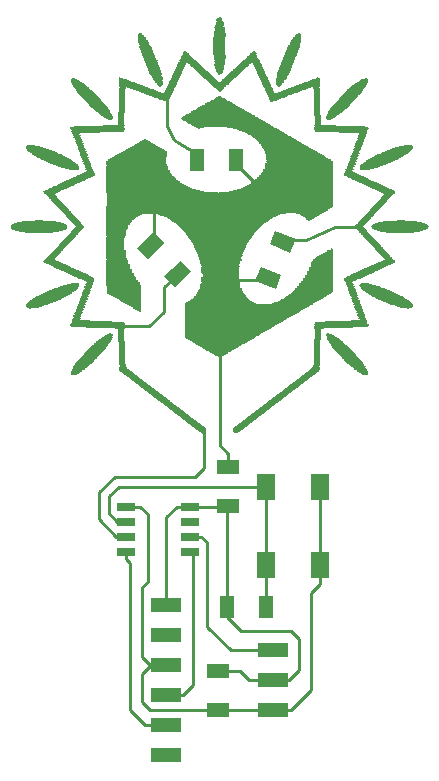
<source format=gbr>
G04 EAGLE Gerber RS-274X export*
G75*
%MOMM*%
%FSLAX34Y34*%
%LPD*%
%INTop Copper*%
%IPPOS*%
%AMOC8*
5,1,8,0,0,1.08239X$1,22.5*%
G01*
%ADD10R,0.100000X0.025000*%
%ADD11R,0.250000X0.025000*%
%ADD12R,0.175000X0.025000*%
%ADD13R,0.325000X0.025000*%
%ADD14R,0.375000X0.025000*%
%ADD15R,0.425000X0.025000*%
%ADD16R,0.475000X0.025000*%
%ADD17R,0.525000X0.025000*%
%ADD18R,0.575000X0.025000*%
%ADD19R,0.625000X0.025000*%
%ADD20R,0.650000X0.025000*%
%ADD21R,0.675000X0.025000*%
%ADD22R,0.700000X0.025000*%
%ADD23R,0.725000X0.025000*%
%ADD24R,0.750000X0.025000*%
%ADD25R,0.775000X0.025000*%
%ADD26R,0.825000X0.025000*%
%ADD27R,0.800000X0.025000*%
%ADD28R,0.850000X0.025000*%
%ADD29R,0.875000X0.025000*%
%ADD30R,0.900000X0.025000*%
%ADD31R,0.925000X0.025000*%
%ADD32R,0.275000X0.025000*%
%ADD33R,0.225000X0.025000*%
%ADD34R,0.300000X0.025000*%
%ADD35R,0.400000X0.025000*%
%ADD36R,0.450000X0.025000*%
%ADD37R,0.500000X0.025000*%
%ADD38R,0.550000X0.025000*%
%ADD39R,0.950000X0.025000*%
%ADD40R,0.975000X0.025000*%
%ADD41R,1.025000X0.025000*%
%ADD42R,1.000000X0.025000*%
%ADD43R,1.050000X0.025000*%
%ADD44R,1.075000X0.025000*%
%ADD45R,0.600000X0.025000*%
%ADD46R,1.100000X0.025000*%
%ADD47R,1.125000X0.025000*%
%ADD48R,1.150000X0.025000*%
%ADD49R,1.200000X0.025000*%
%ADD50R,1.175000X0.025000*%
%ADD51R,1.225000X0.025000*%
%ADD52R,1.250000X0.025000*%
%ADD53R,1.275000X0.025000*%
%ADD54R,1.300000X0.025000*%
%ADD55R,1.325000X0.025000*%
%ADD56R,1.350000X0.025000*%
%ADD57R,1.375000X0.025000*%
%ADD58R,1.400000X0.025000*%
%ADD59R,0.350000X0.025000*%
%ADD60R,1.425000X0.025000*%
%ADD61R,1.475000X0.025000*%
%ADD62R,1.575000X0.025000*%
%ADD63R,1.700000X0.025000*%
%ADD64R,1.750000X0.025000*%
%ADD65R,1.825000X0.025000*%
%ADD66R,1.875000X0.025000*%
%ADD67R,2.000000X0.025000*%
%ADD68R,2.100000X0.025000*%
%ADD69R,2.125000X0.025000*%
%ADD70R,2.275000X0.025000*%
%ADD71R,2.350000X0.025000*%
%ADD72R,2.425000X0.025000*%
%ADD73R,2.575000X0.025000*%
%ADD74R,2.625000X0.025000*%
%ADD75R,2.700000X0.025000*%
%ADD76R,2.750000X0.025000*%
%ADD77R,2.850000X0.025000*%
%ADD78R,2.950000X0.025000*%
%ADD79R,3.000000X0.025000*%
%ADD80R,3.150000X0.025000*%
%ADD81R,3.225000X0.025000*%
%ADD82R,3.300000X0.025000*%
%ADD83R,3.425000X0.025000*%
%ADD84R,3.475000X0.025000*%
%ADD85R,3.550000X0.025000*%
%ADD86R,3.625000X0.025000*%
%ADD87R,3.700000X0.025000*%
%ADD88R,3.825000X0.025000*%
%ADD89R,3.875000X0.025000*%
%ADD90R,4.025000X0.025000*%
%ADD91R,4.100000X0.025000*%
%ADD92R,4.150000X0.025000*%
%ADD93R,4.225000X0.025000*%
%ADD94R,4.300000X0.025000*%
%ADD95R,4.450000X0.025000*%
%ADD96R,4.500000X0.025000*%
%ADD97R,4.600000X0.025000*%
%ADD98R,4.700000X0.025000*%
%ADD99R,4.750000X0.025000*%
%ADD100R,4.900000X0.025000*%
%ADD101R,4.975000X0.025000*%
%ADD102R,5.050000X0.025000*%
%ADD103R,5.100000X0.025000*%
%ADD104R,5.175000X0.025000*%
%ADD105R,5.300000X0.025000*%
%ADD106R,5.350000X0.025000*%
%ADD107R,5.425000X0.025000*%
%ADD108R,5.575000X0.025000*%
%ADD109R,5.625000X0.025000*%
%ADD110R,5.750000X0.025000*%
%ADD111R,5.825000X0.025000*%
%ADD112R,5.850000X0.025000*%
%ADD113R,5.900000X0.025000*%
%ADD114R,5.925000X0.025000*%
%ADD115R,5.975000X0.025000*%
%ADD116R,6.000000X0.025000*%
%ADD117R,6.050000X0.025000*%
%ADD118R,6.125000X0.025000*%
%ADD119R,6.150000X0.025000*%
%ADD120R,6.225000X0.025000*%
%ADD121R,6.250000X0.025000*%
%ADD122R,6.275000X0.025000*%
%ADD123R,0.200000X0.025000*%
%ADD124R,6.325000X0.025000*%
%ADD125R,0.125000X0.025000*%
%ADD126R,6.350000X0.025000*%
%ADD127R,6.400000X0.025000*%
%ADD128R,6.450000X0.025000*%
%ADD129R,6.475000X0.025000*%
%ADD130R,6.550000X0.025000*%
%ADD131R,6.575000X0.025000*%
%ADD132R,6.625000X0.025000*%
%ADD133R,6.650000X0.025000*%
%ADD134R,6.700000X0.025000*%
%ADD135R,6.775000X0.025000*%
%ADD136R,6.800000X0.025000*%
%ADD137R,6.850000X0.025000*%
%ADD138R,6.875000X0.025000*%
%ADD139R,6.925000X0.025000*%
%ADD140R,7.000000X0.025000*%
%ADD141R,7.025000X0.025000*%
%ADD142R,7.075000X0.025000*%
%ADD143R,7.100000X0.025000*%
%ADD144R,7.150000X0.025000*%
%ADD145R,7.200000X0.025000*%
%ADD146R,2.025000X0.025000*%
%ADD147R,7.275000X0.025000*%
%ADD148R,2.800000X0.025000*%
%ADD149R,7.325000X0.025000*%
%ADD150R,2.775000X0.025000*%
%ADD151R,3.200000X0.025000*%
%ADD152R,7.350000X0.025000*%
%ADD153R,7.425000X0.025000*%
%ADD154R,4.125000X0.025000*%
%ADD155R,7.450000X0.025000*%
%ADD156R,4.425000X0.025000*%
%ADD157R,7.500000X0.025000*%
%ADD158R,4.550000X0.025000*%
%ADD159R,4.525000X0.025000*%
%ADD160R,7.525000X0.025000*%
%ADD161R,7.575000X0.025000*%
%ADD162R,7.625000X0.025000*%
%ADD163R,7.650000X0.025000*%
%ADD164R,7.700000X0.025000*%
%ADD165R,7.750000X0.025000*%
%ADD166R,7.800000X0.025000*%
%ADD167R,7.850000X0.025000*%
%ADD168R,4.475000X0.025000*%
%ADD169R,7.875000X0.025000*%
%ADD170R,7.925000X0.025000*%
%ADD171R,7.975000X0.025000*%
%ADD172R,8.000000X0.025000*%
%ADD173R,4.400000X0.025000*%
%ADD174R,4.350000X0.025000*%
%ADD175R,8.050000X0.025000*%
%ADD176R,4.375000X0.025000*%
%ADD177R,4.275000X0.025000*%
%ADD178R,8.075000X0.025000*%
%ADD179R,3.450000X0.025000*%
%ADD180R,8.150000X0.025000*%
%ADD181R,8.200000X0.025000*%
%ADD182R,2.725000X0.025000*%
%ADD183R,2.250000X0.025000*%
%ADD184R,8.225000X0.025000*%
%ADD185R,1.450000X0.025000*%
%ADD186R,8.275000X0.025000*%
%ADD187R,8.300000X0.025000*%
%ADD188R,8.350000X0.025000*%
%ADD189R,8.375000X0.025000*%
%ADD190R,8.425000X0.025000*%
%ADD191R,8.500000X0.025000*%
%ADD192R,8.525000X0.025000*%
%ADD193R,8.575000X0.025000*%
%ADD194R,8.625000X0.025000*%
%ADD195R,8.675000X0.025000*%
%ADD196R,8.700000X0.025000*%
%ADD197R,8.725000X0.025000*%
%ADD198R,8.775000X0.025000*%
%ADD199R,8.825000X0.025000*%
%ADD200R,8.850000X0.025000*%
%ADD201R,8.925000X0.025000*%
%ADD202R,8.950000X0.025000*%
%ADD203R,9.025000X0.025000*%
%ADD204R,9.075000X0.025000*%
%ADD205R,9.100000X0.025000*%
%ADD206R,9.150000X0.025000*%
%ADD207R,9.175000X0.025000*%
%ADD208R,9.225000X0.025000*%
%ADD209R,9.250000X0.025000*%
%ADD210R,9.300000X0.025000*%
%ADD211R,9.350000X0.025000*%
%ADD212R,9.400000X0.025000*%
%ADD213R,9.450000X0.025000*%
%ADD214R,9.475000X0.025000*%
%ADD215R,9.525000X0.025000*%
%ADD216R,9.575000X0.025000*%
%ADD217R,9.600000X0.025000*%
%ADD218R,9.650000X0.025000*%
%ADD219R,0.150000X0.025000*%
%ADD220R,9.700000X0.025000*%
%ADD221R,9.725000X0.025000*%
%ADD222R,9.800000X0.025000*%
%ADD223R,9.825000X0.025000*%
%ADD224R,9.875000X0.025000*%
%ADD225R,9.900000X0.025000*%
%ADD226R,9.950000X0.025000*%
%ADD227R,10.000000X0.025000*%
%ADD228R,10.025000X0.025000*%
%ADD229R,10.075000X0.025000*%
%ADD230R,10.125000X0.025000*%
%ADD231R,10.175000X0.025000*%
%ADD232R,10.225000X0.025000*%
%ADD233R,10.275000X0.025000*%
%ADD234R,10.325000X0.025000*%
%ADD235R,10.350000X0.025000*%
%ADD236R,10.375000X0.025000*%
%ADD237R,10.425000X0.025000*%
%ADD238R,10.450000X0.025000*%
%ADD239R,1.500000X0.025000*%
%ADD240R,10.525000X0.025000*%
%ADD241R,1.550000X0.025000*%
%ADD242R,10.575000X0.025000*%
%ADD243R,1.525000X0.025000*%
%ADD244R,1.625000X0.025000*%
%ADD245R,10.600000X0.025000*%
%ADD246R,1.650000X0.025000*%
%ADD247R,6.300000X0.025000*%
%ADD248R,1.675000X0.025000*%
%ADD249R,6.175000X0.025000*%
%ADD250R,1.775000X0.025000*%
%ADD251R,6.075000X0.025000*%
%ADD252R,1.800000X0.025000*%
%ADD253R,3.400000X0.025000*%
%ADD254R,1.850000X0.025000*%
%ADD255R,3.375000X0.025000*%
%ADD256R,1.925000X0.025000*%
%ADD257R,5.775000X0.025000*%
%ADD258R,1.975000X0.025000*%
%ADD259R,5.725000X0.025000*%
%ADD260R,3.325000X0.025000*%
%ADD261R,5.500000X0.025000*%
%ADD262R,3.250000X0.025000*%
%ADD263R,2.050000X0.025000*%
%ADD264R,5.400000X0.025000*%
%ADD265R,2.075000X0.025000*%
%ADD266R,5.275000X0.025000*%
%ADD267R,5.225000X0.025000*%
%ADD268R,3.175000X0.025000*%
%ADD269R,2.150000X0.025000*%
%ADD270R,5.075000X0.025000*%
%ADD271R,2.175000X0.025000*%
%ADD272R,5.025000X0.025000*%
%ADD273R,2.225000X0.025000*%
%ADD274R,2.200000X0.025000*%
%ADD275R,4.850000X0.025000*%
%ADD276R,4.800000X0.025000*%
%ADD277R,2.300000X0.025000*%
%ADD278R,1.900000X0.025000*%
%ADD279R,2.325000X0.025000*%
%ADD280R,1.950000X0.025000*%
%ADD281R,4.625000X0.025000*%
%ADD282R,2.375000X0.025000*%
%ADD283R,4.200000X0.025000*%
%ADD284R,2.400000X0.025000*%
%ADD285R,4.175000X0.025000*%
%ADD286R,2.500000X0.025000*%
%ADD287R,3.275000X0.025000*%
%ADD288R,2.525000X0.025000*%
%ADD289R,4.050000X0.025000*%
%ADD290R,2.650000X0.025000*%
%ADD291R,2.675000X0.025000*%
%ADD292R,3.975000X0.025000*%
%ADD293R,3.950000X0.025000*%
%ADD294R,3.900000X0.025000*%
%ADD295R,2.825000X0.025000*%
%ADD296R,3.850000X0.025000*%
%ADD297R,3.800000X0.025000*%
%ADD298R,2.900000X0.025000*%
%ADD299R,2.925000X0.025000*%
%ADD300R,3.775000X0.025000*%
%ADD301R,3.725000X0.025000*%
%ADD302R,3.350000X0.025000*%
%ADD303R,3.650000X0.025000*%
%ADD304R,3.600000X0.025000*%
%ADD305R,3.575000X0.025000*%
%ADD306R,3.525000X0.025000*%
%ADD307R,3.125000X0.025000*%
%ADD308R,3.100000X0.025000*%
%ADD309R,3.075000X0.025000*%
%ADD310R,3.050000X0.025000*%
%ADD311R,3.025000X0.025000*%
%ADD312R,1.725000X0.025000*%
%ADD313R,2.975000X0.025000*%
%ADD314R,1.600000X0.025000*%
%ADD315R,2.875000X0.025000*%
%ADD316R,2.600000X0.025000*%
%ADD317R,2.550000X0.025000*%
%ADD318R,2.475000X0.025000*%
%ADD319R,2.450000X0.025000*%
%ADD320R,3.500000X0.025000*%
%ADD321R,3.675000X0.025000*%
%ADD322R,3.750000X0.025000*%
%ADD323R,3.925000X0.025000*%
%ADD324R,4.000000X0.025000*%
%ADD325R,4.075000X0.025000*%
%ADD326R,0.075000X0.025000*%
%ADD327R,4.250000X0.025000*%
%ADD328R,4.325000X0.025000*%
%ADD329R,4.575000X0.025000*%
%ADD330R,4.650000X0.025000*%
%ADD331R,4.675000X0.025000*%
%ADD332R,4.875000X0.025000*%
%ADD333R,4.925000X0.025000*%
%ADD334R,4.950000X0.025000*%
%ADD335R,5.000000X0.025000*%
%ADD336R,5.150000X0.025000*%
%ADD337R,5.200000X0.025000*%
%ADD338R,5.250000X0.025000*%
%ADD339R,5.375000X0.025000*%
%ADD340R,5.475000X0.025000*%
%ADD341R,5.525000X0.025000*%
%ADD342R,5.550000X0.025000*%
%ADD343R,5.600000X0.025000*%
%ADD344R,5.650000X0.025000*%
%ADD345R,5.700000X0.025000*%
%ADD346R,5.875000X0.025000*%
%ADD347R,5.950000X0.025000*%
%ADD348R,6.100000X0.025000*%
%ADD349R,6.375000X0.025000*%
%ADD350R,6.500000X0.025000*%
%ADD351R,4.725000X0.025000*%
%ADD352R,6.600000X0.025000*%
%ADD353R,4.775000X0.025000*%
%ADD354R,6.675000X0.025000*%
%ADD355R,6.725000X0.025000*%
%ADD356R,6.825000X0.025000*%
%ADD357R,4.825000X0.025000*%
%ADD358R,6.975000X0.025000*%
%ADD359R,7.125000X0.025000*%
%ADD360R,7.175000X0.025000*%
%ADD361R,7.225000X0.025000*%
%ADD362R,7.375000X0.025000*%
%ADD363R,7.475000X0.025000*%
%ADD364R,7.675000X0.025000*%
%ADD365R,7.725000X0.025000*%
%ADD366R,7.775000X0.025000*%
%ADD367R,7.825000X0.025000*%
%ADD368R,7.950000X0.025000*%
%ADD369R,8.100000X0.025000*%
%ADD370R,8.175000X0.025000*%
%ADD371R,8.325000X0.025000*%
%ADD372R,8.900000X0.025000*%
%ADD373R,9.000000X0.025000*%
%ADD374R,9.050000X0.025000*%
%ADD375R,9.200000X0.025000*%
%ADD376R,9.500000X0.025000*%
%ADD377R,9.625000X0.025000*%
%ADD378R,9.775000X0.025000*%
%ADD379R,9.925000X0.025000*%
%ADD380R,10.050000X0.025000*%
%ADD381R,10.500000X0.025000*%
%ADD382R,10.800000X0.025000*%
%ADD383R,10.975000X0.025000*%
%ADD384R,15.200000X0.025000*%
%ADD385R,15.250000X0.025000*%
%ADD386R,18.400000X0.025000*%
%ADD387R,18.450000X0.025000*%
%ADD388R,18.475000X0.025000*%
%ADD389R,18.525000X0.025000*%
%ADD390R,18.550000X0.025000*%
%ADD391R,18.600000X0.025000*%
%ADD392R,18.650000X0.025000*%
%ADD393R,18.675000X0.025000*%
%ADD394R,18.750000X0.025000*%
%ADD395R,18.775000X0.025000*%
%ADD396R,18.825000X0.025000*%
%ADD397R,18.850000X0.025000*%
%ADD398R,18.900000X0.025000*%
%ADD399R,18.950000X0.025000*%
%ADD400R,18.975000X0.025000*%
%ADD401R,19.025000X0.025000*%
%ADD402R,19.075000X0.025000*%
%ADD403R,19.100000X0.025000*%
%ADD404R,19.150000X0.025000*%
%ADD405R,19.175000X0.025000*%
%ADD406R,19.200000X0.025000*%
%ADD407R,9.125000X0.025000*%
%ADD408R,8.750000X0.025000*%
%ADD409R,8.650000X0.025000*%
%ADD410R,8.450000X0.025000*%
%ADD411R,7.900000X0.025000*%
%ADD412R,7.600000X0.025000*%
%ADD413R,8.025000X0.025000*%
%ADD414R,7.400000X0.025000*%
%ADD415R,7.300000X0.025000*%
%ADD416R,7.250000X0.025000*%
%ADD417R,7.550000X0.025000*%
%ADD418R,6.950000X0.025000*%
%ADD419R,6.750000X0.025000*%
%ADD420R,6.525000X0.025000*%
%ADD421R,7.050000X0.025000*%
%ADD422R,6.425000X0.025000*%
%ADD423R,6.200000X0.025000*%
%ADD424R,6.025000X0.025000*%
%ADD425R,5.675000X0.025000*%
%ADD426R,5.450000X0.025000*%
%ADD427R,5.325000X0.025000*%
%ADD428R,5.800000X0.025000*%
%ADD429R,5.125000X0.025000*%
%ADD430R,0.025000X0.025000*%
%ADD431R,0.050000X0.025000*%
%ADD432R,1.905000X1.270000*%
%ADD433R,1.525000X0.650000*%
%ADD434R,1.270000X1.905000*%
%ADD435R,1.524000X2.286000*%
%ADD436R,2.540000X1.270000*%
%ADD437C,0.254000*%


D10*
X-13625Y288750D03*
D11*
X-13875Y289000D03*
D12*
X14500Y289000D03*
D13*
X-13750Y289250D03*
X15000Y289250D03*
D14*
X-13750Y289500D03*
X15000Y289500D03*
D15*
X-13750Y289750D03*
X15000Y289750D03*
D16*
X-14000Y290000D03*
X15000Y290000D03*
D17*
X-14000Y290250D03*
X15000Y290250D03*
D18*
X-14250Y290500D03*
X15250Y290500D03*
D19*
X-14250Y290750D03*
X15500Y290750D03*
D20*
X-14375Y291000D03*
X15625Y291000D03*
D21*
X-14500Y291250D03*
X15750Y291250D03*
D22*
X-14625Y291500D03*
D23*
X15750Y291500D03*
D24*
X-14875Y291750D03*
D25*
X16000Y291750D03*
X-15000Y292000D03*
X16250Y292000D03*
D26*
X-15250Y292250D03*
D27*
X16375Y292250D03*
D28*
X-15625Y292500D03*
X16625Y292500D03*
D29*
X-15750Y292750D03*
D28*
X16875Y292750D03*
D29*
X-16000Y293000D03*
X17250Y293000D03*
X-16250Y293250D03*
X17500Y293250D03*
X-16500Y293500D03*
X17750Y293500D03*
X-16750Y293750D03*
X18000Y293750D03*
X-17000Y294000D03*
X18250Y294000D03*
D30*
X-17625Y294250D03*
X18625Y294250D03*
X-17875Y294500D03*
X18875Y294500D03*
X-18125Y294750D03*
X19375Y294750D03*
D29*
X-18500Y295000D03*
D30*
X19625Y295000D03*
D28*
X-18875Y295250D03*
D30*
X19875Y295250D03*
D28*
X-19125Y295500D03*
D30*
X20375Y295500D03*
D29*
X-19250Y295750D03*
D30*
X20625Y295750D03*
X-19625Y296000D03*
D29*
X21000Y296000D03*
D31*
X-20000Y296250D03*
D30*
X21375Y296250D03*
X-20375Y296500D03*
D29*
X21500Y296500D03*
D30*
X-20875Y296750D03*
D29*
X22000Y296750D03*
D30*
X-21125Y297000D03*
D29*
X22250Y297000D03*
X-21500Y297250D03*
D30*
X22625Y297250D03*
D29*
X-21750Y297500D03*
D30*
X22875Y297500D03*
D29*
X-22000Y297750D03*
D30*
X23125Y297750D03*
X-22375Y298000D03*
D29*
X23500Y298000D03*
D30*
X-22625Y298250D03*
D29*
X23750Y298250D03*
D30*
X-23125Y298500D03*
D29*
X24250Y298500D03*
X-23500Y298750D03*
D30*
X24625Y298750D03*
D29*
X-23750Y299000D03*
D30*
X24875Y299000D03*
D29*
X-24000Y299250D03*
D31*
X25250Y299250D03*
D29*
X-24250Y299500D03*
D30*
X25625Y299500D03*
X-24625Y299750D03*
D29*
X26000Y299750D03*
D30*
X-24875Y300000D03*
D29*
X26250Y300000D03*
X-25250Y300250D03*
X26500Y300250D03*
D31*
X-25750Y300500D03*
D30*
X26875Y300500D03*
X-26125Y300750D03*
X27125Y300750D03*
D29*
X-26500Y301000D03*
D31*
X27500Y301000D03*
D29*
X-26750Y301250D03*
D30*
X27875Y301250D03*
D29*
X-27000Y301500D03*
X28000Y301500D03*
D30*
X-27375Y301750D03*
D29*
X28500Y301750D03*
D30*
X-27625Y302000D03*
D29*
X28750Y302000D03*
D30*
X-27875Y302250D03*
X29125Y302250D03*
X-28375Y302500D03*
X29375Y302500D03*
X-28625Y302750D03*
D29*
X29750Y302750D03*
X-29000Y303000D03*
D30*
X30125Y303000D03*
D29*
X-29250Y303250D03*
X30500Y303250D03*
X-29500Y303500D03*
X30750Y303500D03*
X-29750Y303750D03*
D30*
X31125Y303750D03*
X-30125Y304000D03*
X31375Y304000D03*
D31*
X-30500Y304250D03*
D30*
X31875Y304250D03*
D31*
X-30750Y304500D03*
D30*
X32125Y304500D03*
X-31125Y304750D03*
D29*
X32250Y304750D03*
X-31750Y305000D03*
X32750Y305000D03*
X-32000Y305250D03*
X33000Y305250D03*
X-32250Y305500D03*
X33500Y305500D03*
X-32500Y305750D03*
X33750Y305750D03*
D30*
X-32875Y306000D03*
X34125Y306000D03*
D31*
X-33250Y306250D03*
D30*
X34375Y306250D03*
D31*
X-33500Y306500D03*
D29*
X34750Y306500D03*
X-34000Y306750D03*
X35000Y306750D03*
X-34250Y307000D03*
D30*
X35375Y307000D03*
D29*
X-34500Y307250D03*
D30*
X35625Y307250D03*
D29*
X-34750Y307500D03*
D30*
X36125Y307500D03*
D29*
X-35000Y307750D03*
D30*
X36375Y307750D03*
X-35375Y308000D03*
D29*
X36750Y308000D03*
D31*
X-35750Y308250D03*
D29*
X37000Y308250D03*
D30*
X-36125Y308500D03*
D29*
X37250Y308500D03*
D30*
X-36625Y308750D03*
X37625Y308750D03*
X-36875Y309000D03*
X37875Y309000D03*
D29*
X-37250Y309250D03*
D30*
X38375Y309250D03*
D29*
X-37500Y309500D03*
D30*
X38625Y309500D03*
D29*
X-37750Y309750D03*
X39000Y309750D03*
D30*
X-38125Y310000D03*
D29*
X39250Y310000D03*
D30*
X-38375Y310250D03*
D29*
X39500Y310250D03*
D30*
X-38875Y310500D03*
X39875Y310500D03*
X-39125Y310750D03*
D31*
X40250Y310750D03*
D29*
X-39500Y311000D03*
D30*
X40625Y311000D03*
D29*
X-39750Y311250D03*
X41000Y311250D03*
X-40000Y311500D03*
X41250Y311500D03*
X-40250Y311750D03*
D30*
X41625Y311750D03*
D29*
X-40500Y312000D03*
D30*
X41875Y312000D03*
D29*
X-41000Y312250D03*
D30*
X42125Y312250D03*
D31*
X-41500Y312500D03*
D30*
X42625Y312500D03*
D31*
X-41750Y312750D03*
D30*
X42875Y312750D03*
D29*
X-42250Y313000D03*
D30*
X43375Y313000D03*
D29*
X-42500Y313250D03*
D30*
X43625Y313250D03*
D29*
X-42750Y313500D03*
D30*
X43875Y313500D03*
D29*
X-43000Y313750D03*
X44250Y313750D03*
X-43250Y314000D03*
X44500Y314000D03*
D31*
X-43750Y314250D03*
D30*
X44875Y314250D03*
D31*
X-44000Y314500D03*
D30*
X45125Y314500D03*
X-44375Y314750D03*
D29*
X45500Y314750D03*
X-44750Y315000D03*
D30*
X45875Y315000D03*
D28*
X-45125Y315250D03*
D30*
X46125Y315250D03*
D28*
X-45375Y315500D03*
D30*
X46625Y315500D03*
D29*
X-45500Y315750D03*
D30*
X46875Y315750D03*
X-45875Y316000D03*
X47125Y316000D03*
D31*
X-46250Y316250D03*
D29*
X47500Y316250D03*
D30*
X-46625Y316500D03*
D29*
X47750Y316500D03*
D30*
X-47125Y316750D03*
D29*
X48250Y316750D03*
D30*
X-47375Y317000D03*
D29*
X48500Y317000D03*
X-47750Y317250D03*
D30*
X48875Y317250D03*
D29*
X-48000Y317500D03*
D30*
X49125Y317500D03*
D29*
X-48250Y317750D03*
D30*
X49375Y317750D03*
X-48625Y318000D03*
D29*
X49750Y318000D03*
D30*
X-48875Y318250D03*
D29*
X50000Y318250D03*
D30*
X-49125Y318500D03*
X50375Y318500D03*
X-49625Y318750D03*
D31*
X50750Y318750D03*
D30*
X-49875Y319000D03*
D31*
X51000Y319000D03*
D29*
X-50250Y319250D03*
D30*
X51375Y319250D03*
D29*
X-50500Y319500D03*
X51750Y319500D03*
D30*
X-50875Y319750D03*
D28*
X52125Y319750D03*
D30*
X-51125Y320000D03*
D29*
X52500Y320000D03*
D30*
X-51375Y320250D03*
D29*
X52750Y320250D03*
D30*
X-51875Y320500D03*
X53125Y320500D03*
D31*
X-52250Y320750D03*
D30*
X53375Y320750D03*
D31*
X-52500Y321000D03*
D30*
X53625Y321000D03*
D29*
X-53000Y321250D03*
D30*
X54125Y321250D03*
D29*
X-53250Y321500D03*
X54250Y321500D03*
X-53500Y321750D03*
X54750Y321750D03*
X-53750Y322000D03*
X55000Y322000D03*
D30*
X-54125Y322250D03*
X55375Y322250D03*
X-54625Y322500D03*
X55625Y322500D03*
X-54875Y322750D03*
X55875Y322750D03*
D29*
X-55250Y323000D03*
X56250Y323000D03*
X-55500Y323250D03*
D30*
X56625Y323250D03*
D28*
X-55875Y323500D03*
D29*
X57000Y323500D03*
X-56000Y323750D03*
D30*
X57375Y323750D03*
X-56375Y324000D03*
X57625Y324000D03*
D31*
X-56750Y324250D03*
D30*
X58125Y324250D03*
D31*
X-57000Y324500D03*
D30*
X58375Y324500D03*
X-57375Y324750D03*
D29*
X58500Y324750D03*
D30*
X-57875Y325000D03*
D29*
X59000Y325000D03*
D30*
X-58125Y325250D03*
D29*
X59250Y325250D03*
X-58500Y325500D03*
D30*
X59625Y325500D03*
D29*
X-58750Y325750D03*
D30*
X59875Y325750D03*
D29*
X-59000Y326000D03*
X60250Y326000D03*
D30*
X-59375Y326250D03*
D29*
X60500Y326250D03*
D30*
X-59625Y326500D03*
D28*
X60875Y326500D03*
D29*
X-60250Y326750D03*
X61250Y326750D03*
X-60500Y327000D03*
D30*
X61625Y327000D03*
D29*
X-60750Y327250D03*
D30*
X61875Y327250D03*
D29*
X-61000Y327500D03*
X62250Y327500D03*
X-61250Y327750D03*
X62500Y327750D03*
D30*
X-61625Y328000D03*
D29*
X63000Y328000D03*
D30*
X-61875Y328250D03*
D29*
X63250Y328250D03*
X-62250Y328500D03*
X63500Y328500D03*
D30*
X-62875Y328750D03*
X63875Y328750D03*
X-63125Y329000D03*
X64125Y329000D03*
D29*
X-63500Y329250D03*
D30*
X64625Y329250D03*
D29*
X-63750Y329500D03*
D30*
X64875Y329500D03*
D29*
X-64000Y329750D03*
X65250Y329750D03*
X-64250Y330000D03*
X65500Y330000D03*
X-64500Y330250D03*
D30*
X65625Y330250D03*
X-65125Y330500D03*
X66125Y330500D03*
X-65375Y330750D03*
X66375Y330750D03*
X-65625Y331000D03*
D29*
X66750Y331000D03*
X-66000Y331250D03*
X67250Y331250D03*
X-66250Y331500D03*
X67500Y331500D03*
X-66500Y331750D03*
D30*
X67875Y331750D03*
D29*
X-66750Y332000D03*
D30*
X68125Y332000D03*
X-67125Y332250D03*
X68375Y332250D03*
D31*
X-67500Y332500D03*
D30*
X68875Y332500D03*
X-67875Y332750D03*
D29*
X69000Y332750D03*
X-68500Y333000D03*
X69500Y333000D03*
X-68750Y333250D03*
X69750Y333250D03*
X-69000Y333500D03*
D30*
X70125Y333500D03*
D29*
X-69250Y333750D03*
X70500Y333750D03*
X-69500Y334000D03*
D30*
X70625Y334000D03*
X-69875Y334250D03*
D29*
X71000Y334250D03*
D30*
X-70125Y334500D03*
D29*
X71250Y334500D03*
D30*
X-70625Y334750D03*
D29*
X71750Y334750D03*
X-71000Y335000D03*
D30*
X72125Y335000D03*
X-71125Y335250D03*
X72375Y335250D03*
D29*
X-71500Y335500D03*
D31*
X72750Y335500D03*
D29*
X-71750Y335750D03*
D30*
X73125Y335750D03*
X-72125Y336000D03*
X73375Y336000D03*
D31*
X-72500Y336250D03*
D29*
X73750Y336250D03*
D31*
X-72750Y336500D03*
D29*
X74000Y336500D03*
D31*
X-73250Y336750D03*
D30*
X74375Y336750D03*
X-73625Y337000D03*
X74625Y337000D03*
X-73875Y337250D03*
D31*
X75000Y337250D03*
D29*
X-74250Y337500D03*
D30*
X75375Y337500D03*
D29*
X-74500Y337750D03*
X75500Y337750D03*
D32*
X-123250Y338000D03*
D30*
X-74875Y338000D03*
D29*
X76000Y338000D03*
D33*
X124250Y338000D03*
D13*
X-123000Y338250D03*
D30*
X-75125Y338250D03*
D29*
X76250Y338250D03*
D34*
X124125Y338250D03*
D35*
X-122875Y338500D03*
D30*
X-75375Y338500D03*
X76625Y338500D03*
D14*
X124000Y338500D03*
D16*
X-122750Y338750D03*
D30*
X-75875Y338750D03*
X76875Y338750D03*
D36*
X123625Y338750D03*
D37*
X-122625Y339000D03*
D30*
X-76125Y339000D03*
X77125Y339000D03*
D16*
X123500Y339000D03*
D18*
X-122250Y339250D03*
D29*
X-76500Y339250D03*
D30*
X77625Y339250D03*
D38*
X123125Y339250D03*
D19*
X-122000Y339500D03*
D29*
X-76750Y339500D03*
X78000Y339500D03*
D18*
X123000Y339500D03*
D21*
X-121750Y339750D03*
D29*
X-77000Y339750D03*
X78250Y339750D03*
D20*
X122875Y339750D03*
D22*
X-121375Y340000D03*
D29*
X-77250Y340000D03*
D30*
X78625Y340000D03*
D23*
X122500Y340000D03*
X-121250Y340250D03*
D30*
X-77625Y340250D03*
X78875Y340250D03*
D24*
X122375Y340250D03*
D25*
X-121000Y340500D03*
D30*
X-78125Y340500D03*
X79375Y340500D03*
D25*
X122250Y340500D03*
D27*
X-120875Y340750D03*
D31*
X-78500Y340750D03*
D30*
X79625Y340750D03*
D25*
X122000Y340750D03*
D26*
X-120500Y341000D03*
D31*
X-78750Y341000D03*
D29*
X79750Y341000D03*
D26*
X121750Y341000D03*
D28*
X-120375Y341250D03*
D29*
X-79250Y341250D03*
X80250Y341250D03*
X121500Y341250D03*
X-120250Y341500D03*
X-79500Y341500D03*
X80500Y341500D03*
D30*
X121375Y341500D03*
X-119875Y341750D03*
D28*
X-79625Y341750D03*
D26*
X80750Y341750D03*
D30*
X121125Y341750D03*
D31*
X-119750Y342000D03*
D28*
X-79875Y342000D03*
D26*
X81000Y342000D03*
D30*
X120875Y342000D03*
D31*
X-119500Y342250D03*
D26*
X-80000Y342250D03*
D27*
X81125Y342250D03*
D39*
X120625Y342250D03*
D40*
X-119250Y342500D03*
D27*
X-80125Y342500D03*
D25*
X81250Y342500D03*
D40*
X120500Y342500D03*
X-119000Y342750D03*
D25*
X-80250Y342750D03*
X81500Y342750D03*
D40*
X120250Y342750D03*
D41*
X-118750Y343000D03*
D22*
X-80625Y343000D03*
D23*
X81750Y343000D03*
D42*
X119875Y343000D03*
D41*
X-118500Y343250D03*
D21*
X-80750Y343250D03*
D22*
X81875Y343250D03*
D43*
X119625Y343250D03*
D41*
X-118250Y343500D03*
D20*
X-80875Y343500D03*
D21*
X82000Y343500D03*
D44*
X119500Y343500D03*
X-118000Y343750D03*
D19*
X-81000Y343750D03*
X82250Y343750D03*
D44*
X119250Y343750D03*
X-118000Y344000D03*
D45*
X-81125Y344000D03*
X82375Y344000D03*
D46*
X119125Y344000D03*
X-117625Y344250D03*
D18*
X-81250Y344250D03*
X82500Y344250D03*
D46*
X118875Y344250D03*
D47*
X-117500Y344500D03*
D18*
X-81250Y344500D03*
D38*
X82625Y344500D03*
D46*
X118625Y344500D03*
D47*
X-117250Y344750D03*
D38*
X-81375Y344750D03*
X82625Y344750D03*
D47*
X118500Y344750D03*
X-117000Y345000D03*
D17*
X-81500Y345000D03*
D38*
X82625Y345000D03*
D48*
X118125Y345000D03*
X-116875Y345250D03*
D17*
X-81500Y345250D03*
D38*
X82625Y345250D03*
D48*
X117875Y345250D03*
D49*
X-116625Y345500D03*
D17*
X-81500Y345500D03*
D38*
X82625Y345500D03*
D50*
X117500Y345500D03*
D49*
X-116375Y345750D03*
D17*
X-81500Y345750D03*
D38*
X82625Y345750D03*
D49*
X117375Y345750D03*
X-116125Y346000D03*
D17*
X-81500Y346000D03*
D38*
X82625Y346000D03*
D49*
X117125Y346000D03*
X-115875Y346250D03*
D17*
X-81500Y346250D03*
X82750Y346250D03*
D51*
X117000Y346250D03*
D49*
X-115625Y346500D03*
D17*
X-81500Y346500D03*
X82750Y346500D03*
D51*
X116750Y346500D03*
X-115250Y346750D03*
D17*
X-81500Y346750D03*
X82750Y346750D03*
D51*
X116500Y346750D03*
D52*
X-115125Y347000D03*
D38*
X-81625Y347000D03*
D17*
X82750Y347000D03*
D52*
X116375Y347000D03*
X-114875Y347250D03*
D38*
X-81625Y347250D03*
D17*
X82750Y347250D03*
D52*
X116125Y347250D03*
D53*
X-114750Y347500D03*
D38*
X-81625Y347500D03*
D17*
X82750Y347500D03*
D52*
X115875Y347500D03*
D53*
X-114500Y347750D03*
D38*
X-81625Y347750D03*
D17*
X82750Y347750D03*
D53*
X115750Y347750D03*
D54*
X-114125Y348000D03*
D38*
X-81625Y348000D03*
D17*
X82750Y348000D03*
D53*
X115500Y348000D03*
D55*
X-114000Y348250D03*
D38*
X-81625Y348250D03*
D17*
X82750Y348250D03*
D53*
X115250Y348250D03*
D55*
X-113750Y348500D03*
D38*
X-81625Y348500D03*
D17*
X82750Y348500D03*
D54*
X115125Y348500D03*
D55*
X-113500Y348750D03*
D38*
X-81625Y348750D03*
D17*
X82750Y348750D03*
D53*
X114750Y348750D03*
D55*
X-113250Y349000D03*
D38*
X-81625Y349000D03*
D17*
X82750Y349000D03*
D54*
X114625Y349000D03*
D55*
X-113000Y349250D03*
D38*
X-81625Y349250D03*
D17*
X82750Y349250D03*
D54*
X114375Y349250D03*
D55*
X-112750Y349500D03*
D38*
X-81625Y349500D03*
D17*
X82750Y349500D03*
D54*
X114125Y349500D03*
D55*
X-112500Y349750D03*
D38*
X-81625Y349750D03*
D17*
X82750Y349750D03*
D55*
X113750Y349750D03*
D56*
X-112375Y350000D03*
D38*
X-81625Y350000D03*
D17*
X82750Y350000D03*
D56*
X113625Y350000D03*
X-112125Y350250D03*
D38*
X-81625Y350250D03*
D17*
X82750Y350250D03*
D56*
X113375Y350250D03*
D57*
X-112000Y350500D03*
D38*
X-81625Y350500D03*
D17*
X82750Y350500D03*
D56*
X113125Y350500D03*
D57*
X-111750Y350750D03*
D18*
X-81750Y350750D03*
D37*
X82875Y350750D03*
D56*
X112875Y350750D03*
D57*
X-111500Y351000D03*
D18*
X-81750Y351000D03*
D37*
X82875Y351000D03*
D56*
X112625Y351000D03*
D57*
X-111250Y351250D03*
D18*
X-81750Y351250D03*
D37*
X82875Y351250D03*
D57*
X112500Y351250D03*
X-111000Y351500D03*
D18*
X-81750Y351500D03*
D17*
X83000Y351500D03*
D57*
X112250Y351500D03*
X-110750Y351750D03*
D18*
X-81750Y351750D03*
D17*
X83000Y351750D03*
D57*
X112000Y351750D03*
X-110500Y352000D03*
D18*
X-81750Y352000D03*
D17*
X83000Y352000D03*
D57*
X111750Y352000D03*
X-110250Y352250D03*
D18*
X-81750Y352250D03*
D17*
X83000Y352250D03*
D57*
X111500Y352250D03*
D58*
X-110125Y352500D03*
D18*
X-81750Y352500D03*
D17*
X83000Y352500D03*
D58*
X111375Y352500D03*
X-109875Y352750D03*
D38*
X-81875Y352750D03*
D17*
X83000Y352750D03*
D58*
X111125Y352750D03*
X-109625Y353000D03*
D38*
X-81875Y353000D03*
D10*
X625Y353000D03*
D17*
X83000Y353000D03*
D58*
X110875Y353000D03*
X-109375Y353250D03*
D38*
X-81875Y353250D03*
D33*
X500Y353250D03*
D17*
X83000Y353250D03*
D58*
X110625Y353250D03*
X-109125Y353500D03*
D38*
X-81875Y353500D03*
D34*
X625Y353500D03*
D17*
X83000Y353500D03*
D58*
X110375Y353500D03*
X-108875Y353750D03*
D38*
X-81875Y353750D03*
D59*
X625Y353750D03*
D17*
X83000Y353750D03*
D58*
X110125Y353750D03*
D60*
X-108750Y354000D03*
D38*
X-81875Y354000D03*
D35*
X625Y354000D03*
D17*
X83000Y354000D03*
D58*
X109875Y354000D03*
D60*
X-108500Y354250D03*
D38*
X-81875Y354250D03*
D17*
X500Y354250D03*
X83000Y354250D03*
D57*
X109750Y354250D03*
D60*
X-108250Y354500D03*
D38*
X-81875Y354500D03*
D45*
X625Y354500D03*
D17*
X83000Y354500D03*
D58*
X109625Y354500D03*
D60*
X-108000Y354750D03*
D38*
X-81875Y354750D03*
D21*
X500Y354750D03*
D17*
X83000Y354750D03*
D57*
X109250Y354750D03*
D60*
X-107750Y355000D03*
D38*
X-81875Y355000D03*
D26*
X500Y355000D03*
D17*
X83000Y355000D03*
D57*
X109000Y355000D03*
D60*
X-107500Y355250D03*
D38*
X-81875Y355250D03*
D29*
X500Y355250D03*
D17*
X83000Y355250D03*
D58*
X108875Y355250D03*
D60*
X-107500Y355500D03*
D38*
X-81875Y355500D03*
D40*
X750Y355500D03*
D17*
X83000Y355500D03*
D57*
X108500Y355500D03*
D60*
X-107250Y355750D03*
D38*
X-81875Y355750D03*
D44*
X500Y355750D03*
D17*
X83000Y355750D03*
D58*
X108375Y355750D03*
D60*
X-107000Y356000D03*
D38*
X-81875Y356000D03*
D47*
X500Y356000D03*
D38*
X83125Y356000D03*
D58*
X108125Y356000D03*
D60*
X-106750Y356250D03*
D38*
X-81875Y356250D03*
D51*
X750Y356250D03*
D38*
X83125Y356250D03*
D58*
X107875Y356250D03*
D60*
X-106500Y356500D03*
D38*
X-81875Y356500D03*
D53*
X750Y356500D03*
D38*
X83125Y356500D03*
D60*
X107750Y356500D03*
X-106250Y356750D03*
D38*
X-81875Y356750D03*
D58*
X625Y356750D03*
D38*
X83125Y356750D03*
D58*
X107375Y356750D03*
D60*
X-106000Y357000D03*
D38*
X-81875Y357000D03*
D61*
X500Y357000D03*
D38*
X83125Y357000D03*
D58*
X107125Y357000D03*
X-105875Y357250D03*
D38*
X-81875Y357250D03*
D62*
X500Y357250D03*
D38*
X83125Y357250D03*
D60*
X107000Y357250D03*
D58*
X-105625Y357500D03*
D17*
X-82000Y357500D03*
D63*
X625Y357500D03*
D38*
X83125Y357500D03*
D58*
X106625Y357500D03*
X-105375Y357750D03*
D17*
X-82000Y357750D03*
D64*
X625Y357750D03*
D38*
X83125Y357750D03*
D58*
X106625Y357750D03*
D57*
X-105250Y358000D03*
D17*
X-82000Y358000D03*
D65*
X750Y358000D03*
D38*
X83125Y358000D03*
D58*
X106125Y358000D03*
D57*
X-105000Y358250D03*
D17*
X-82000Y358250D03*
D66*
X750Y358250D03*
D38*
X83125Y358250D03*
D57*
X106000Y358250D03*
X-104750Y358500D03*
D17*
X-82000Y358500D03*
D67*
X625Y358500D03*
D38*
X83125Y358500D03*
D58*
X105875Y358500D03*
D57*
X-104500Y358750D03*
D17*
X-82000Y358750D03*
D68*
X625Y358750D03*
D38*
X83125Y358750D03*
D57*
X105500Y358750D03*
X-104250Y359000D03*
D17*
X-82000Y359000D03*
D69*
X500Y359000D03*
D38*
X83125Y359000D03*
D57*
X105500Y359000D03*
X-104000Y359250D03*
D17*
X-82000Y359250D03*
D70*
X500Y359250D03*
D38*
X83125Y359250D03*
D57*
X105000Y359250D03*
X-103750Y359500D03*
D17*
X-82000Y359500D03*
D71*
X625Y359500D03*
D38*
X83125Y359500D03*
D57*
X104750Y359500D03*
X-103500Y359750D03*
D17*
X-82000Y359750D03*
D72*
X500Y359750D03*
D38*
X83125Y359750D03*
D57*
X104750Y359750D03*
X-103250Y360000D03*
D17*
X-82000Y360000D03*
D73*
X500Y360000D03*
D38*
X83125Y360000D03*
D56*
X104375Y360000D03*
D57*
X-103000Y360250D03*
D17*
X-82000Y360250D03*
D74*
X500Y360250D03*
D38*
X83125Y360250D03*
D57*
X104250Y360250D03*
X-102750Y360500D03*
D17*
X-82000Y360500D03*
D75*
X625Y360500D03*
D38*
X83125Y360500D03*
D56*
X103875Y360500D03*
X-102625Y360750D03*
D17*
X-82000Y360750D03*
D76*
X625Y360750D03*
D18*
X83250Y360750D03*
D56*
X103625Y360750D03*
X-102375Y361000D03*
D17*
X-82000Y361000D03*
D77*
X625Y361000D03*
D18*
X83250Y361000D03*
D57*
X103500Y361000D03*
D56*
X-102125Y361250D03*
D37*
X-82125Y361250D03*
D78*
X625Y361250D03*
D18*
X83250Y361250D03*
D55*
X103250Y361250D03*
X-102000Y361500D03*
D37*
X-82125Y361500D03*
D79*
X625Y361500D03*
D18*
X83250Y361500D03*
D55*
X103000Y361500D03*
X-101750Y361750D03*
D37*
X-82125Y361750D03*
D80*
X625Y361750D03*
D18*
X83250Y361750D03*
D54*
X102625Y361750D03*
D55*
X-101500Y362000D03*
D37*
X-82125Y362000D03*
D81*
X500Y362000D03*
D18*
X83250Y362000D03*
D54*
X102625Y362000D03*
X-101125Y362250D03*
D37*
X-82125Y362250D03*
D82*
X625Y362250D03*
D38*
X83375Y362250D03*
D53*
X102250Y362250D03*
D54*
X-100875Y362500D03*
D37*
X-82125Y362500D03*
D83*
X500Y362500D03*
D38*
X83375Y362500D03*
D53*
X102000Y362500D03*
D54*
X-100625Y362750D03*
D17*
X-82250Y362750D03*
D84*
X500Y362750D03*
D38*
X83375Y362750D03*
D54*
X101875Y362750D03*
D53*
X-100500Y363000D03*
D17*
X-82250Y363000D03*
D85*
X625Y363000D03*
D38*
X83375Y363000D03*
D52*
X101625Y363000D03*
D53*
X-100250Y363250D03*
D17*
X-82250Y363250D03*
D86*
X750Y363250D03*
D38*
X83375Y363250D03*
D52*
X101375Y363250D03*
X-100125Y363500D03*
D17*
X-82250Y363500D03*
D87*
X625Y363500D03*
D38*
X83375Y363500D03*
D52*
X101125Y363500D03*
D49*
X-99875Y363750D03*
D17*
X-82250Y363750D03*
D88*
X500Y363750D03*
D38*
X83375Y363750D03*
D52*
X100875Y363750D03*
D49*
X-99625Y364000D03*
D17*
X-82250Y364000D03*
D89*
X500Y364000D03*
D38*
X83375Y364000D03*
D51*
X100750Y364000D03*
D49*
X-99375Y364250D03*
D17*
X-82250Y364250D03*
D90*
X500Y364250D03*
D38*
X83375Y364250D03*
D51*
X100500Y364250D03*
D49*
X-99125Y364500D03*
D17*
X-82250Y364500D03*
D91*
X625Y364500D03*
D38*
X83375Y364500D03*
D51*
X100250Y364500D03*
D49*
X-98875Y364750D03*
D17*
X-82250Y364750D03*
D92*
X625Y364750D03*
D38*
X83375Y364750D03*
D49*
X100125Y364750D03*
D48*
X-98625Y365000D03*
D17*
X-82250Y365000D03*
D93*
X750Y365000D03*
D38*
X83375Y365000D03*
D49*
X99875Y365000D03*
D48*
X-98375Y365250D03*
D17*
X-82250Y365250D03*
D94*
X625Y365250D03*
D38*
X83375Y365250D03*
D49*
X99625Y365250D03*
D47*
X-98250Y365500D03*
D17*
X-82250Y365500D03*
D95*
X625Y365500D03*
D38*
X83375Y365500D03*
D48*
X99375Y365500D03*
D47*
X-98000Y365750D03*
D17*
X-82250Y365750D03*
D96*
X625Y365750D03*
D38*
X83375Y365750D03*
D48*
X99125Y365750D03*
D47*
X-97750Y366000D03*
D17*
X-82250Y366000D03*
D97*
X625Y366000D03*
D38*
X83375Y366000D03*
D48*
X98875Y366000D03*
D46*
X-97375Y366250D03*
D17*
X-82250Y366250D03*
D98*
X625Y366250D03*
D38*
X83375Y366250D03*
D46*
X98625Y366250D03*
D47*
X-97250Y366500D03*
D38*
X-82375Y366500D03*
D99*
X625Y366500D03*
D38*
X83375Y366500D03*
D46*
X98375Y366500D03*
D44*
X-97000Y366750D03*
D38*
X-82375Y366750D03*
D100*
X625Y366750D03*
D38*
X83375Y366750D03*
D43*
X98125Y366750D03*
D44*
X-96750Y367000D03*
D38*
X-82375Y367000D03*
D101*
X500Y367000D03*
D38*
X83375Y367000D03*
D41*
X98000Y367000D03*
X-96500Y367250D03*
D38*
X-82375Y367250D03*
D102*
X625Y367250D03*
D17*
X83500Y367250D03*
D41*
X97750Y367250D03*
D42*
X-96375Y367500D03*
D38*
X-82375Y367500D03*
D103*
X625Y367500D03*
D17*
X83500Y367500D03*
D41*
X97500Y367500D03*
X-96250Y367750D03*
D38*
X-82375Y367750D03*
D104*
X750Y367750D03*
D17*
X83500Y367750D03*
D42*
X97375Y367750D03*
X-95875Y368000D03*
D38*
X-82375Y368000D03*
D105*
X625Y368000D03*
D17*
X83500Y368000D03*
D40*
X97000Y368000D03*
X-95750Y368250D03*
D38*
X-82375Y368250D03*
D106*
X625Y368250D03*
D38*
X83625Y368250D03*
D39*
X96875Y368250D03*
D31*
X-95500Y368500D03*
D38*
X-82375Y368500D03*
D107*
X500Y368500D03*
D38*
X83625Y368500D03*
D39*
X96625Y368500D03*
D30*
X-95125Y368750D03*
D38*
X-82375Y368750D03*
D108*
X500Y368750D03*
D38*
X83625Y368750D03*
D30*
X96375Y368750D03*
X-94875Y369000D03*
D38*
X-82375Y369000D03*
D109*
X500Y369000D03*
D38*
X83625Y369000D03*
D30*
X96125Y369000D03*
D28*
X-94625Y369250D03*
D38*
X-82375Y369250D03*
D110*
X625Y369250D03*
D38*
X83625Y369250D03*
D29*
X96000Y369250D03*
D28*
X-94375Y369500D03*
D38*
X-82375Y369500D03*
D111*
X750Y369500D03*
D38*
X83625Y369500D03*
D28*
X95875Y369500D03*
D26*
X-94250Y369750D03*
D38*
X-82375Y369750D03*
D112*
X875Y369750D03*
D38*
X83625Y369750D03*
D27*
X95625Y369750D03*
D25*
X-94000Y370000D03*
D38*
X-82375Y370000D03*
D113*
X1125Y370000D03*
D38*
X83625Y370000D03*
D23*
X95250Y370000D03*
D24*
X-93875Y370250D03*
D38*
X-82375Y370250D03*
D114*
X1250Y370250D03*
D38*
X83625Y370250D03*
D23*
X95000Y370250D03*
D22*
X-93625Y370500D03*
D38*
X-82375Y370500D03*
D115*
X1500Y370500D03*
D38*
X83625Y370500D03*
D23*
X94750Y370500D03*
D22*
X-93375Y370750D03*
D38*
X-82375Y370750D03*
D116*
X1625Y370750D03*
D38*
X83625Y370750D03*
D22*
X94625Y370750D03*
D19*
X-93250Y371000D03*
D38*
X-82375Y371000D03*
D117*
X1875Y371000D03*
D38*
X83625Y371000D03*
D20*
X94375Y371000D03*
D18*
X-93000Y371250D03*
D38*
X-82375Y371250D03*
D118*
X2250Y371250D03*
D38*
X83625Y371250D03*
D18*
X94250Y371250D03*
D38*
X-92875Y371500D03*
D18*
X-82500Y371500D03*
D119*
X2375Y371500D03*
D38*
X83625Y371500D03*
D17*
X94000Y371500D03*
D16*
X-92500Y371750D03*
D18*
X-82500Y371750D03*
D120*
X2750Y371750D03*
D38*
X83625Y371750D03*
D16*
X93750Y371750D03*
D36*
X-92375Y372000D03*
D18*
X-82500Y372000D03*
D121*
X2875Y372000D03*
D38*
X83625Y372000D03*
D15*
X93500Y372000D03*
D14*
X-92250Y372250D03*
D18*
X-82500Y372250D03*
D122*
X3000Y372250D03*
D38*
X83625Y372250D03*
D59*
X93375Y372250D03*
D123*
X-91875Y372500D03*
D18*
X-82500Y372500D03*
D124*
X3250Y372500D03*
D38*
X83625Y372500D03*
D32*
X93250Y372500D03*
D125*
X-92000Y372750D03*
D18*
X-82500Y372750D03*
D126*
X3375Y372750D03*
D38*
X83625Y372750D03*
D10*
X92875Y372750D03*
D18*
X-82500Y373000D03*
D127*
X3625Y373000D03*
D38*
X83625Y373000D03*
D18*
X-82500Y373250D03*
D128*
X3875Y373250D03*
D18*
X83750Y373250D03*
X-82500Y373500D03*
D129*
X4000Y373500D03*
D18*
X83750Y373500D03*
X-82500Y373750D03*
D130*
X4375Y373750D03*
D18*
X83750Y373750D03*
D38*
X-82625Y374000D03*
D131*
X4500Y374000D03*
D18*
X83750Y374000D03*
D38*
X-82625Y374250D03*
D132*
X4750Y374250D03*
D18*
X83750Y374250D03*
D38*
X-82625Y374500D03*
D133*
X4875Y374500D03*
D18*
X83750Y374500D03*
D38*
X-82625Y374750D03*
D134*
X5125Y374750D03*
D18*
X83750Y374750D03*
D38*
X-82625Y375000D03*
D135*
X5500Y375000D03*
D18*
X83750Y375000D03*
D38*
X-82625Y375250D03*
D136*
X5625Y375250D03*
D38*
X83875Y375250D03*
X-82625Y375500D03*
D137*
X5875Y375500D03*
D38*
X83875Y375500D03*
X-82625Y375750D03*
D138*
X6000Y375750D03*
D38*
X83875Y375750D03*
X-82625Y376000D03*
D139*
X6250Y376000D03*
D38*
X83875Y376000D03*
X-82625Y376250D03*
D140*
X6625Y376250D03*
D38*
X83875Y376250D03*
X-82625Y376500D03*
D141*
X6750Y376500D03*
D38*
X83875Y376500D03*
X-82625Y376750D03*
D142*
X7000Y376750D03*
D38*
X83875Y376750D03*
X-82625Y377000D03*
D143*
X7125Y377000D03*
D38*
X83875Y377000D03*
X-82875Y377250D03*
D144*
X7375Y377250D03*
D18*
X84000Y377250D03*
D25*
X-84000Y377500D03*
D145*
X7625Y377500D03*
D27*
X85125Y377500D03*
D49*
X-86125Y377750D03*
D145*
X7625Y377750D03*
D50*
X87000Y377750D03*
D146*
X-90250Y378000D03*
D147*
X8000Y378000D03*
D67*
X91125Y378000D03*
D148*
X-94125Y378250D03*
D149*
X8250Y378250D03*
D150*
X95000Y378250D03*
D151*
X-96125Y378500D03*
D152*
X8375Y378500D03*
D81*
X97250Y378500D03*
D90*
X-100250Y378750D03*
D153*
X8750Y378750D03*
D154*
X101750Y378750D03*
D96*
X-102625Y379000D03*
D155*
X8875Y379000D03*
D156*
X103250Y379000D03*
D96*
X-102625Y379250D03*
D157*
X9125Y379250D03*
D158*
X103875Y379250D03*
D159*
X-102750Y379500D03*
D160*
X9250Y379500D03*
D159*
X104000Y379500D03*
X-102750Y379750D03*
D161*
X9500Y379750D03*
D159*
X104000Y379750D03*
X-102750Y380000D03*
D162*
X9750Y380000D03*
D159*
X104000Y380000D03*
X-102750Y380250D03*
D163*
X9875Y380250D03*
D159*
X104000Y380250D03*
X-102750Y380500D03*
D164*
X10125Y380500D03*
D159*
X104000Y380500D03*
D96*
X-102625Y380750D03*
D165*
X10375Y380750D03*
D159*
X104000Y380750D03*
D96*
X-102625Y381000D03*
D166*
X10625Y381000D03*
D96*
X103875Y381000D03*
X-102625Y381250D03*
D167*
X10875Y381250D03*
D168*
X103750Y381250D03*
X-102500Y381500D03*
D169*
X11000Y381500D03*
D168*
X103750Y381500D03*
D95*
X-102375Y381750D03*
D170*
X11250Y381750D03*
D95*
X103625Y381750D03*
D156*
X-102500Y382000D03*
D171*
X11500Y382000D03*
D95*
X103625Y382000D03*
D156*
X-102500Y382250D03*
D172*
X11625Y382250D03*
D173*
X103625Y382250D03*
D174*
X-102625Y382500D03*
D175*
X11875Y382500D03*
D176*
X103750Y382500D03*
D177*
X-103000Y382750D03*
D178*
X12000Y382750D03*
D94*
X103875Y382750D03*
D179*
X-107125Y383000D03*
D180*
X12375Y383000D03*
D84*
X108000Y383000D03*
D75*
X-110875Y383250D03*
D181*
X12625Y383250D03*
D182*
X111750Y383250D03*
D183*
X-112875Y383500D03*
D184*
X12750Y383500D03*
D183*
X114125Y383500D03*
D185*
X-116875Y383750D03*
D186*
X13000Y383750D03*
D57*
X118500Y383750D03*
D40*
X-119000Y384000D03*
D187*
X13125Y384000D03*
D41*
X120000Y384000D03*
D45*
X-120875Y384250D03*
D188*
X13375Y384250D03*
D18*
X122000Y384250D03*
D38*
X-120875Y384500D03*
D189*
X13500Y384500D03*
D18*
X122000Y384500D03*
X-120750Y384750D03*
D190*
X13750Y384750D03*
D18*
X122000Y384750D03*
X-120750Y385000D03*
D191*
X14125Y385000D03*
D18*
X122000Y385000D03*
D45*
X-120625Y385250D03*
D192*
X14250Y385250D03*
D18*
X121750Y385250D03*
X-120500Y385500D03*
D193*
X14500Y385500D03*
D45*
X121625Y385500D03*
X-120375Y385750D03*
D194*
X14750Y385750D03*
D45*
X121625Y385750D03*
X-120375Y386000D03*
D195*
X15000Y386000D03*
D18*
X121500Y386000D03*
X-120250Y386250D03*
D196*
X15125Y386250D03*
D18*
X121500Y386250D03*
D38*
X-120125Y386500D03*
D197*
X15250Y386500D03*
D18*
X121250Y386500D03*
X-120000Y386750D03*
D198*
X15500Y386750D03*
D18*
X121250Y386750D03*
D38*
X-119875Y387000D03*
D199*
X15750Y387000D03*
D18*
X121250Y387000D03*
D38*
X-119875Y387250D03*
D200*
X15875Y387250D03*
D18*
X121000Y387250D03*
X-119750Y387500D03*
D201*
X16250Y387500D03*
D38*
X120875Y387500D03*
D45*
X-119625Y387750D03*
D202*
X16375Y387750D03*
D18*
X120750Y387750D03*
D45*
X-119625Y388000D03*
D203*
X16750Y388000D03*
D18*
X120750Y388000D03*
X-119500Y388250D03*
D204*
X17000Y388250D03*
D18*
X120750Y388250D03*
D38*
X-119375Y388500D03*
D205*
X17125Y388500D03*
D45*
X120625Y388500D03*
D18*
X-119250Y388750D03*
D206*
X17375Y388750D03*
D18*
X120500Y388750D03*
X-119250Y389000D03*
D207*
X17500Y389000D03*
D45*
X120375Y389000D03*
D38*
X-119125Y389250D03*
D208*
X17750Y389250D03*
D18*
X120250Y389250D03*
X-119000Y389500D03*
D209*
X17875Y389500D03*
D38*
X120125Y389500D03*
D45*
X-118875Y389750D03*
D210*
X18125Y389750D03*
D38*
X120125Y389750D03*
D45*
X-118875Y390000D03*
D211*
X18375Y390000D03*
D18*
X120000Y390000D03*
X-118750Y390250D03*
D212*
X18625Y390250D03*
D18*
X120000Y390250D03*
D45*
X-118625Y390500D03*
D213*
X18875Y390500D03*
D45*
X119875Y390500D03*
D18*
X-118500Y390750D03*
D214*
X19000Y390750D03*
D19*
X119750Y390750D03*
D18*
X-118500Y391000D03*
D215*
X19250Y391000D03*
D45*
X119625Y391000D03*
D18*
X-118500Y391250D03*
D216*
X19500Y391250D03*
D18*
X119500Y391250D03*
X-118250Y391500D03*
D217*
X19625Y391500D03*
D18*
X119500Y391500D03*
X-118250Y391750D03*
D125*
X-66500Y391750D03*
D218*
X19875Y391750D03*
D38*
X119375Y391750D03*
D18*
X-118000Y392000D03*
D219*
X-66625Y392000D03*
D220*
X20125Y392000D03*
D38*
X119375Y392000D03*
D18*
X-118000Y392250D03*
D123*
X-66875Y392250D03*
D221*
X20250Y392250D03*
D18*
X119250Y392250D03*
X-118000Y392500D03*
D32*
X-67250Y392500D03*
D222*
X20625Y392500D03*
D18*
X119000Y392500D03*
X-117750Y392750D03*
D34*
X-67375Y392750D03*
D223*
X20750Y392750D03*
D18*
X119000Y392750D03*
X-117750Y393000D03*
D13*
X-67500Y393000D03*
D224*
X21000Y393000D03*
D45*
X118875Y393000D03*
X-117625Y393250D03*
D59*
X-67625Y393250D03*
D225*
X21125Y393250D03*
D18*
X118750Y393250D03*
X-117500Y393500D03*
D15*
X-68000Y393500D03*
D226*
X21375Y393500D03*
D18*
X118750Y393500D03*
X-117500Y393750D03*
D36*
X-68125Y393750D03*
D227*
X21625Y393750D03*
D18*
X118750Y393750D03*
D38*
X-117375Y394000D03*
D16*
X-68250Y394000D03*
D228*
X21750Y394000D03*
D38*
X118625Y394000D03*
D18*
X-117250Y394250D03*
D38*
X-68625Y394250D03*
D229*
X22000Y394250D03*
D38*
X118375Y394250D03*
D11*
X-159875Y394500D03*
D38*
X-117125Y394500D03*
D45*
X-68875Y394500D03*
D230*
X22250Y394500D03*
D18*
X118250Y394500D03*
D125*
X160000Y394500D03*
D37*
X-159125Y394750D03*
D18*
X-117000Y394750D03*
D20*
X-69125Y394750D03*
D231*
X22500Y394750D03*
D18*
X118250Y394750D03*
D37*
X160375Y394750D03*
D24*
X-158625Y395000D03*
D18*
X-117000Y395000D03*
D22*
X-69375Y395000D03*
D232*
X22750Y395000D03*
D18*
X118250Y395000D03*
D23*
X160000Y395000D03*
D26*
X-158500Y395250D03*
D45*
X-116875Y395250D03*
D23*
X-69500Y395250D03*
D233*
X23000Y395250D03*
D18*
X118000Y395250D03*
D28*
X159625Y395250D03*
D42*
X-157625Y395500D03*
D18*
X-116750Y395500D03*
D24*
X-69625Y395500D03*
D234*
X23250Y395500D03*
D45*
X117875Y395500D03*
D42*
X158875Y395500D03*
D46*
X-157375Y395750D03*
D45*
X-116625Y395750D03*
D25*
X-69750Y395750D03*
D235*
X23375Y395750D03*
D45*
X117875Y395750D03*
D48*
X158375Y395750D03*
D49*
X-156875Y396000D03*
D45*
X-116625Y396000D03*
D26*
X-70000Y396000D03*
D236*
X23500Y396000D03*
D18*
X117750Y396000D03*
D49*
X158125Y396000D03*
D55*
X-156500Y396250D03*
D18*
X-116500Y396250D03*
D30*
X-70375Y396250D03*
D237*
X23750Y396250D03*
D18*
X117750Y396250D03*
D55*
X157500Y396250D03*
D57*
X-156250Y396500D03*
D38*
X-116375Y396500D03*
D31*
X-70500Y396500D03*
D238*
X23875Y396500D03*
D18*
X117500Y396500D03*
D57*
X157250Y396500D03*
D239*
X-155625Y396750D03*
D18*
X-116250Y396750D03*
D42*
X-70875Y396750D03*
D240*
X24250Y396750D03*
D18*
X117500Y396750D03*
D239*
X156625Y396750D03*
D241*
X-155375Y397000D03*
D18*
X-116250Y397000D03*
D41*
X-71000Y397000D03*
D242*
X24500Y397000D03*
D18*
X117500Y397000D03*
D243*
X156500Y397000D03*
D244*
X-154750Y397250D03*
D18*
X-116250Y397250D03*
D44*
X-71250Y397250D03*
D245*
X24625Y397250D03*
D45*
X117375Y397250D03*
D244*
X156000Y397250D03*
D246*
X-154375Y397500D03*
D45*
X-116125Y397500D03*
D47*
X-71500Y397500D03*
D247*
X3125Y397500D03*
D86*
X60250Y397500D03*
D45*
X117375Y397500D03*
D248*
X155500Y397500D03*
X-154000Y397750D03*
D18*
X-116000Y397750D03*
D50*
X-71750Y397750D03*
D249*
X2500Y397750D03*
D86*
X60500Y397750D03*
D45*
X117125Y397750D03*
D63*
X155125Y397750D03*
D250*
X-153250Y398000D03*
D18*
X-116000Y398000D03*
D49*
X-71875Y398000D03*
D251*
X2000Y398000D03*
D84*
X61750Y398000D03*
D18*
X117000Y398000D03*
D252*
X154375Y398000D03*
D65*
X-153000Y398250D03*
D38*
X-115875Y398250D03*
D51*
X-72000Y398250D03*
D115*
X1500Y398250D03*
D253*
X62375Y398250D03*
D18*
X117000Y398250D03*
D252*
X154125Y398250D03*
D254*
X-152625Y398500D03*
D38*
X-115625Y398500D03*
D53*
X-72250Y398500D03*
D113*
X1375Y398500D03*
D255*
X63000Y398500D03*
D18*
X117000Y398500D03*
D65*
X153750Y398500D03*
D256*
X-152000Y398750D03*
D38*
X-115625Y398750D03*
D55*
X-72500Y398750D03*
D257*
X1250Y398750D03*
D82*
X63625Y398750D03*
D38*
X116875Y398750D03*
D256*
X153000Y398750D03*
D258*
X-151750Y399000D03*
D18*
X-115500Y399000D03*
D56*
X-72625Y399000D03*
D259*
X1250Y399000D03*
D260*
X64000Y399000D03*
D18*
X116750Y399000D03*
D256*
X152750Y399000D03*
D258*
X-151250Y399250D03*
D38*
X-115375Y399250D03*
D60*
X-73000Y399250D03*
D108*
X1250Y399250D03*
D81*
X65000Y399250D03*
D18*
X116500Y399250D03*
D258*
X152250Y399250D03*
D146*
X-150750Y399500D03*
D18*
X-115250Y399500D03*
D61*
X-73250Y399500D03*
D261*
X1375Y399500D03*
D262*
X65375Y399500D03*
D38*
X116375Y399500D03*
D263*
X151625Y399500D03*
X-150125Y399750D03*
D45*
X-115125Y399750D03*
D239*
X-73375Y399750D03*
D264*
X1375Y399750D03*
D262*
X65875Y399750D03*
D38*
X116375Y399750D03*
D265*
X151250Y399750D03*
D68*
X-149625Y400000D03*
D45*
X-115125Y400000D03*
D243*
X-73500Y400000D03*
D266*
X1250Y400000D03*
D151*
X66375Y400000D03*
D18*
X116250Y400000D03*
D69*
X150750Y400000D03*
X-149500Y400250D03*
D18*
X-115000Y400250D03*
D62*
X-73750Y400250D03*
D267*
X1250Y400250D03*
D268*
X66750Y400250D03*
D18*
X116250Y400250D03*
D69*
X150500Y400250D03*
D269*
X-148875Y400500D03*
D18*
X-115000Y400500D03*
D244*
X-74000Y400500D03*
D270*
X1250Y400500D03*
D151*
X67375Y400500D03*
D45*
X116125Y400500D03*
D271*
X150000Y400500D03*
X-148500Y400750D03*
D38*
X-114875Y400750D03*
D246*
X-74125Y400750D03*
D272*
X1250Y400750D03*
D81*
X67750Y400750D03*
D19*
X116000Y400750D03*
D271*
X149750Y400750D03*
X-148000Y401000D03*
D18*
X-114750Y401000D03*
D63*
X-74375Y401000D03*
D101*
X1250Y401000D03*
D151*
X68125Y401000D03*
D45*
X115875Y401000D03*
D271*
X149250Y401000D03*
D273*
X-147250Y401250D03*
D18*
X-114750Y401250D03*
D250*
X-74750Y401250D03*
D100*
X1375Y401250D03*
D268*
X68750Y401250D03*
D18*
X115750Y401250D03*
D274*
X148625Y401250D03*
D183*
X-146875Y401500D03*
D18*
X-114500Y401500D03*
D252*
X-74875Y401500D03*
D275*
X1375Y401500D03*
D268*
X69000Y401500D03*
D18*
X115750Y401500D03*
D183*
X148125Y401500D03*
X-146375Y401750D03*
D18*
X-114500Y401750D03*
D66*
X-75250Y401750D03*
D276*
X1375Y401750D03*
D268*
X69750Y401750D03*
D18*
X115750Y401750D03*
D277*
X147625Y401750D03*
D70*
X-146000Y402000D03*
D45*
X-114375Y402000D03*
D278*
X-75375Y402000D03*
D99*
X1375Y402000D03*
D151*
X70125Y402000D03*
D38*
X115625Y402000D03*
D279*
X147250Y402000D03*
D277*
X-145625Y402250D03*
D18*
X-114250Y402250D03*
D256*
X-75500Y402250D03*
D98*
X1375Y402250D03*
D268*
X70500Y402250D03*
D18*
X115500Y402250D03*
D279*
X146750Y402250D03*
D277*
X-145125Y402500D03*
D18*
X-114250Y402500D03*
D280*
X-75625Y402500D03*
D281*
X1500Y402500D03*
D268*
X71000Y402500D03*
D45*
X115375Y402500D03*
D277*
X146125Y402500D03*
D279*
X-144750Y402750D03*
D45*
X-114125Y402750D03*
D258*
X-75750Y402750D03*
D97*
X1375Y402750D03*
D268*
X71250Y402750D03*
D45*
X115375Y402750D03*
D277*
X145875Y402750D03*
D279*
X-144250Y403000D03*
D18*
X-114000Y403000D03*
D263*
X-76125Y403000D03*
D159*
X1500Y403000D03*
D268*
X71750Y403000D03*
D18*
X115250Y403000D03*
D71*
X145375Y403000D03*
X-143875Y403250D03*
D18*
X-114000Y403250D03*
D68*
X-76375Y403250D03*
D168*
X1500Y403250D03*
D80*
X72125Y403250D03*
D18*
X115000Y403250D03*
D282*
X145000Y403250D03*
D71*
X-143375Y403500D03*
D18*
X-113750Y403500D03*
D269*
X-76625Y403500D03*
D95*
X1375Y403500D03*
D268*
X72500Y403500D03*
D18*
X115000Y403500D03*
D282*
X144500Y403500D03*
X-143000Y403750D03*
D18*
X-113750Y403750D03*
D274*
X-76875Y403750D03*
D173*
X1375Y403750D03*
D151*
X72875Y403750D03*
D18*
X115000Y403750D03*
D282*
X144000Y403750D03*
X-142500Y404000D03*
D38*
X-113625Y404000D03*
D273*
X-77000Y404000D03*
D174*
X1375Y404000D03*
D81*
X73250Y404000D03*
D38*
X114875Y404000D03*
D282*
X143750Y404000D03*
D71*
X-141875Y404250D03*
D18*
X-113500Y404250D03*
D277*
X-77375Y404250D03*
D94*
X1375Y404250D03*
D81*
X73750Y404250D03*
D38*
X114625Y404250D03*
D282*
X143000Y404250D03*
X-141500Y404500D03*
D18*
X-113500Y404500D03*
D71*
X-77625Y404500D03*
D177*
X1500Y404500D03*
D262*
X74125Y404500D03*
D18*
X114500Y404500D03*
D282*
X142500Y404500D03*
X-141000Y404750D03*
D45*
X-113375Y404750D03*
D282*
X-77750Y404750D03*
D283*
X1375Y404750D03*
D262*
X74625Y404750D03*
D18*
X114500Y404750D03*
D282*
X142000Y404750D03*
D71*
X-140375Y405000D03*
D18*
X-113250Y405000D03*
D284*
X-77875Y405000D03*
D285*
X1500Y405000D03*
D262*
X74875Y405000D03*
D18*
X114500Y405000D03*
D282*
X141500Y405000D03*
X-140000Y405250D03*
D18*
X-113250Y405250D03*
D72*
X-78000Y405250D03*
D154*
X1500Y405250D03*
D262*
X75125Y405250D03*
D45*
X114375Y405250D03*
D282*
X141250Y405250D03*
D71*
X-139375Y405500D03*
D38*
X-113125Y405500D03*
D286*
X-78375Y405500D03*
D91*
X1375Y405500D03*
D287*
X75500Y405500D03*
D18*
X114250Y405500D03*
D282*
X141000Y405500D03*
X-139000Y405750D03*
D18*
X-113000Y405750D03*
D288*
X-78500Y405750D03*
D289*
X1375Y405750D03*
D82*
X75875Y405750D03*
D18*
X114250Y405750D03*
D282*
X140000Y405750D03*
D71*
X-138625Y406000D03*
D18*
X-113000Y406000D03*
D73*
X-78750Y406000D03*
D289*
X1375Y406000D03*
D287*
X76250Y406000D03*
D18*
X114000Y406000D03*
D282*
X139750Y406000D03*
D279*
X-138000Y406250D03*
D38*
X-112875Y406250D03*
D290*
X-79125Y406250D03*
D90*
X1500Y406250D03*
D260*
X76750Y406250D03*
D18*
X114000Y406250D03*
D282*
X139500Y406250D03*
D279*
X-137750Y406500D03*
D18*
X-112750Y406500D03*
D291*
X-79250Y406500D03*
D292*
X1500Y406500D03*
D82*
X77125Y406500D03*
D38*
X113875Y406500D03*
D279*
X139000Y406500D03*
D277*
X-137125Y406750D03*
D45*
X-112625Y406750D03*
D75*
X-79375Y406750D03*
D293*
X1375Y406750D03*
D260*
X77750Y406750D03*
D18*
X113750Y406750D03*
D282*
X138500Y406750D03*
D279*
X-136750Y407000D03*
D45*
X-112625Y407000D03*
D150*
X-79750Y407000D03*
D294*
X1375Y407000D03*
D260*
X78000Y407000D03*
D18*
X113750Y407000D03*
D277*
X137875Y407000D03*
X-136375Y407250D03*
D18*
X-112500Y407250D03*
D148*
X-79875Y407250D03*
D89*
X1500Y407250D03*
D260*
X78250Y407250D03*
D45*
X113625Y407250D03*
D70*
X137500Y407250D03*
X-135750Y407500D03*
D45*
X-112375Y407500D03*
D295*
X-80000Y407500D03*
D296*
X1375Y407500D03*
D255*
X78750Y407500D03*
D45*
X113625Y407500D03*
D70*
X137000Y407500D03*
X-135500Y407750D03*
D18*
X-112250Y407750D03*
D77*
X-80125Y407750D03*
D297*
X1375Y407750D03*
D255*
X79000Y407750D03*
D45*
X113375Y407750D03*
D277*
X136625Y407750D03*
D273*
X-135000Y408000D03*
D18*
X-112250Y408000D03*
D298*
X-80375Y408000D03*
D297*
X1375Y408000D03*
D255*
X79250Y408000D03*
D18*
X113250Y408000D03*
D70*
X136000Y408000D03*
D183*
X-134625Y408250D03*
D38*
X-112125Y408250D03*
D299*
X-80500Y408250D03*
D300*
X1500Y408250D03*
D255*
X79500Y408250D03*
D18*
X113250Y408250D03*
D183*
X135625Y408250D03*
X-134125Y408500D03*
D18*
X-112000Y408500D03*
D299*
X-80500Y408500D03*
D301*
X1500Y408500D03*
D302*
X79625Y408500D03*
D18*
X113250Y408500D03*
D273*
X135250Y408500D03*
X-133750Y408750D03*
D18*
X-112000Y408750D03*
D299*
X-80500Y408750D03*
D87*
X1375Y408750D03*
D260*
X79750Y408750D03*
D38*
X113125Y408750D03*
D273*
X134750Y408750D03*
D274*
X-133375Y409000D03*
D18*
X-111750Y409000D03*
D78*
X-80625Y409000D03*
D87*
X1375Y409000D03*
D260*
X80000Y409000D03*
D18*
X113000Y409000D03*
D273*
X134500Y409000D03*
D69*
X-132500Y409250D03*
D18*
X-111750Y409250D03*
D78*
X-80625Y409250D03*
D303*
X1375Y409250D03*
D82*
X80125Y409250D03*
D45*
X112875Y409250D03*
D274*
X133875Y409250D03*
D69*
X-132000Y409500D03*
D45*
X-111625Y409500D03*
D78*
X-80625Y409500D03*
D303*
X1375Y409500D03*
D287*
X80250Y409500D03*
D18*
X112750Y409500D03*
D69*
X133250Y409500D03*
D68*
X-131625Y409750D03*
D18*
X-111500Y409750D03*
D78*
X-80625Y409750D03*
D86*
X1500Y409750D03*
D262*
X80375Y409750D03*
D18*
X112750Y409750D03*
D68*
X132875Y409750D03*
D265*
X-131250Y410000D03*
D18*
X-111500Y410000D03*
D78*
X-80625Y410000D03*
D304*
X1375Y410000D03*
D81*
X80500Y410000D03*
D45*
X112625Y410000D03*
D263*
X132375Y410000D03*
D265*
X-131000Y410250D03*
D38*
X-111375Y410250D03*
D78*
X-80625Y410250D03*
D305*
X1500Y410250D03*
D151*
X80625Y410250D03*
D18*
X112500Y410250D03*
D263*
X132125Y410250D03*
D67*
X-130125Y410500D03*
D18*
X-111250Y410500D03*
D78*
X-80625Y410500D03*
D305*
X1500Y410500D03*
D268*
X80750Y410500D03*
D18*
X112500Y410500D03*
D67*
X131625Y410500D03*
D258*
X-129750Y410750D03*
D38*
X-111125Y410750D03*
D78*
X-80625Y410750D03*
D306*
X1500Y410750D03*
D80*
X80875Y410750D03*
D18*
X112500Y410750D03*
D256*
X131000Y410750D03*
D280*
X-129375Y411000D03*
D38*
X-111125Y411000D03*
D78*
X-80625Y411000D03*
D306*
X1500Y411000D03*
D307*
X81000Y411000D03*
D18*
X112250Y411000D03*
D278*
X130625Y411000D03*
X-128875Y411250D03*
D18*
X-111000Y411250D03*
D78*
X-80625Y411250D03*
D306*
X1500Y411250D03*
D308*
X81125Y411250D03*
D38*
X112125Y411250D03*
D66*
X130250Y411250D03*
D278*
X-128625Y411500D03*
D18*
X-110750Y411500D03*
D78*
X-80625Y411500D03*
D84*
X1500Y411500D03*
D309*
X81250Y411500D03*
D18*
X112000Y411500D03*
D254*
X129875Y411500D03*
D250*
X-128000Y411750D03*
D18*
X-110750Y411750D03*
D78*
X-80625Y411750D03*
D179*
X1375Y411750D03*
D310*
X81375Y411750D03*
D18*
X112000Y411750D03*
D64*
X129125Y411750D03*
X-127625Y412000D03*
D45*
X-110625Y412000D03*
D78*
X-80625Y412000D03*
D179*
X1375Y412000D03*
D311*
X81500Y412000D03*
D38*
X111875Y412000D03*
D64*
X128875Y412000D03*
D63*
X-127375Y412250D03*
D18*
X-110500Y412250D03*
D78*
X-80625Y412250D03*
D179*
X1375Y412250D03*
D79*
X81625Y412250D03*
D18*
X111750Y412250D03*
D312*
X128500Y412250D03*
D62*
X-126750Y412500D03*
D18*
X-110500Y412500D03*
D78*
X-80625Y412500D03*
D253*
X1375Y412500D03*
D313*
X81750Y412500D03*
D45*
X111625Y412500D03*
D244*
X127750Y412500D03*
D62*
X-126500Y412750D03*
D45*
X-110375Y412750D03*
D78*
X-80625Y412750D03*
D253*
X1375Y412750D03*
D78*
X81875Y412750D03*
D45*
X111625Y412750D03*
D314*
X127625Y412750D03*
D185*
X-125875Y413000D03*
D18*
X-110250Y413000D03*
D78*
X-80625Y413000D03*
D253*
X1375Y413000D03*
D299*
X82000Y413000D03*
D18*
X111500Y413000D03*
D239*
X127125Y413000D03*
D60*
X-125500Y413250D03*
D18*
X-110250Y413250D03*
D78*
X-80625Y413250D03*
D253*
X1375Y413250D03*
D299*
X82000Y413250D03*
D18*
X111250Y413250D03*
D60*
X126750Y413250D03*
D55*
X-125000Y413500D03*
D38*
X-110125Y413500D03*
D78*
X-80625Y413500D03*
D302*
X1375Y413500D03*
D298*
X82125Y413500D03*
D18*
X111250Y413500D03*
D55*
X126250Y413500D03*
D49*
X-124375Y413750D03*
D18*
X-110000Y413750D03*
D78*
X-80625Y413750D03*
D302*
X1375Y413750D03*
D298*
X82125Y413750D03*
D18*
X111250Y413750D03*
D53*
X125750Y413750D03*
D50*
X-124250Y414000D03*
D18*
X-110000Y414000D03*
D299*
X-80750Y414000D03*
D260*
X1250Y414000D03*
D315*
X82250Y414000D03*
D18*
X111250Y414000D03*
D48*
X125375Y414000D03*
D43*
X-123625Y414250D03*
D45*
X-109875Y414250D03*
D299*
X-80750Y414250D03*
D260*
X1250Y414250D03*
D315*
X82250Y414250D03*
D45*
X111125Y414250D03*
D41*
X124750Y414250D03*
D31*
X-123000Y414500D03*
D18*
X-109750Y414500D03*
D299*
X-80750Y414500D03*
D82*
X1375Y414500D03*
D77*
X82375Y414500D03*
D19*
X111000Y414500D03*
D31*
X124250Y414500D03*
D25*
X-122750Y414750D03*
D18*
X-109750Y414750D03*
D298*
X-80875Y414750D03*
D82*
X1375Y414750D03*
D295*
X82500Y414750D03*
D45*
X110875Y414750D03*
D27*
X123875Y414750D03*
D45*
X-122125Y415000D03*
D18*
X-109750Y415000D03*
D315*
X-81000Y415000D03*
D82*
X1375Y415000D03*
D148*
X82625Y415000D03*
D18*
X110750Y415000D03*
D45*
X123625Y415000D03*
D15*
X-122500Y415250D03*
D18*
X-109500Y415250D03*
D315*
X-81000Y415250D03*
D287*
X1500Y415250D03*
D150*
X82750Y415250D03*
D18*
X110750Y415250D03*
D15*
X123250Y415250D03*
D38*
X-109375Y415500D03*
D295*
X-81250Y415500D03*
D287*
X1500Y415500D03*
D76*
X82875Y415500D03*
D38*
X110625Y415500D03*
D18*
X-109250Y415750D03*
D295*
X-81250Y415750D03*
D287*
X1500Y415750D03*
D182*
X83000Y415750D03*
D38*
X110625Y415750D03*
D18*
X-109250Y416000D03*
D148*
X-81375Y416000D03*
D262*
X1625Y416000D03*
D75*
X83125Y416000D03*
D38*
X110375Y416000D03*
X-109125Y416250D03*
D150*
X-81500Y416250D03*
D262*
X1625Y416250D03*
D291*
X83250Y416250D03*
D18*
X110250Y416250D03*
X-109000Y416500D03*
D150*
X-81500Y416500D03*
D81*
X1500Y416500D03*
D291*
X83250Y416500D03*
D18*
X110250Y416500D03*
D45*
X-108875Y416750D03*
D76*
X-81625Y416750D03*
D151*
X1375Y416750D03*
D74*
X83500Y416750D03*
D45*
X110125Y416750D03*
D19*
X-109000Y417000D03*
D182*
X-81750Y417000D03*
D151*
X1375Y417000D03*
D74*
X83500Y417000D03*
D45*
X110125Y417000D03*
D20*
X-109125Y417250D03*
D75*
X-81875Y417250D03*
D151*
X1375Y417250D03*
D74*
X83500Y417250D03*
D21*
X110250Y417250D03*
D22*
X-109375Y417500D03*
D75*
X-81875Y417500D03*
D151*
X1375Y417500D03*
D316*
X83625Y417500D03*
D24*
X110625Y417500D03*
D26*
X-109750Y417750D03*
D291*
X-82000Y417750D03*
D151*
X1375Y417750D03*
D73*
X83750Y417750D03*
D26*
X110750Y417750D03*
D28*
X-109875Y418000D03*
D290*
X-82125Y418000D03*
D151*
X1375Y418000D03*
D317*
X83875Y418000D03*
D30*
X111125Y418000D03*
D31*
X-110250Y418250D03*
D74*
X-82250Y418250D03*
D268*
X1250Y418250D03*
D288*
X84000Y418250D03*
D39*
X111375Y418250D03*
D42*
X-110375Y418500D03*
D316*
X-82375Y418500D03*
D268*
X1250Y418500D03*
D286*
X84125Y418500D03*
D40*
X111500Y418500D03*
D44*
X-110750Y418750D03*
D316*
X-82375Y418750D03*
D268*
X1250Y418750D03*
D286*
X84125Y418750D03*
D43*
X111875Y418750D03*
D46*
X-110875Y419000D03*
D73*
X-82500Y419000D03*
D80*
X1375Y419000D03*
D286*
X84125Y419000D03*
D46*
X111875Y419000D03*
D50*
X-111250Y419250D03*
D73*
X-82500Y419250D03*
D80*
X1375Y419250D03*
D318*
X84250Y419250D03*
D50*
X112250Y419250D03*
D49*
X-111375Y419500D03*
D317*
X-82625Y419500D03*
D80*
X1375Y419500D03*
D318*
X84250Y419500D03*
D51*
X112500Y419500D03*
D52*
X-111625Y419750D03*
D288*
X-82750Y419750D03*
D80*
X1375Y419750D03*
D319*
X84375Y419750D03*
D51*
X112750Y419750D03*
D54*
X-112125Y420000D03*
D286*
X-82875Y420000D03*
D80*
X1375Y420000D03*
D72*
X84500Y420000D03*
D53*
X113250Y420000D03*
D52*
X-112625Y420250D03*
D286*
X-82875Y420250D03*
D80*
X1375Y420250D03*
D284*
X84625Y420250D03*
D52*
X113625Y420250D03*
D54*
X-113125Y420500D03*
D318*
X-83000Y420500D03*
D80*
X1375Y420500D03*
D282*
X84750Y420500D03*
D53*
X114500Y420500D03*
D52*
X-113625Y420750D03*
D319*
X-83125Y420750D03*
D80*
X1375Y420750D03*
D282*
X84750Y420750D03*
D53*
X115000Y420750D03*
D52*
X-114125Y421000D03*
D319*
X-83125Y421000D03*
D307*
X1500Y421000D03*
D282*
X84750Y421000D03*
D54*
X115375Y421000D03*
D52*
X-114875Y421250D03*
D319*
X-83125Y421250D03*
D307*
X1500Y421250D03*
D71*
X84875Y421250D03*
D54*
X116125Y421250D03*
X-115375Y421500D03*
D72*
X-83250Y421500D03*
D307*
X1500Y421500D03*
D279*
X85000Y421500D03*
D55*
X116500Y421500D03*
D53*
X-116000Y421750D03*
D284*
X-83375Y421750D03*
D307*
X1500Y421750D03*
D279*
X85000Y421750D03*
D54*
X117125Y421750D03*
D55*
X-116500Y422000D03*
D284*
X-83375Y422000D03*
D307*
X1500Y422000D03*
D277*
X85125Y422000D03*
D54*
X117625Y422000D03*
X-116875Y422250D03*
D282*
X-83500Y422250D03*
D307*
X1500Y422250D03*
D70*
X85250Y422250D03*
D55*
X118000Y422250D03*
D54*
X-117625Y422500D03*
D282*
X-83500Y422500D03*
D307*
X1500Y422500D03*
D70*
X85250Y422500D03*
D54*
X118625Y422500D03*
X-117875Y422750D03*
D71*
X-83625Y422750D03*
D307*
X1500Y422750D03*
D183*
X85375Y422750D03*
D55*
X119000Y422750D03*
D54*
X-118625Y423000D03*
D279*
X-83750Y423000D03*
D307*
X1500Y423000D03*
D183*
X85375Y423000D03*
D53*
X119750Y423000D03*
D55*
X-119000Y423250D03*
D279*
X-83750Y423250D03*
D307*
X1500Y423250D03*
D273*
X85500Y423250D03*
D53*
X120250Y423250D03*
D54*
X-119375Y423500D03*
D277*
X-83875Y423500D03*
D307*
X1500Y423500D03*
D274*
X85625Y423500D03*
D53*
X120750Y423500D03*
D54*
X-120125Y423750D03*
D70*
X-84000Y423750D03*
D307*
X1250Y423750D03*
D274*
X85625Y423750D03*
D51*
X121500Y423750D03*
D52*
X-120625Y424000D03*
D70*
X-84000Y424000D03*
D307*
X1250Y424000D03*
D271*
X85750Y424000D03*
D52*
X121875Y424000D03*
D53*
X-121250Y424250D03*
D183*
X-84125Y424250D03*
D307*
X1250Y424250D03*
D271*
X85750Y424250D03*
D53*
X122750Y424250D03*
D54*
X-122125Y424500D03*
D183*
X-84125Y424500D03*
D307*
X1250Y424500D03*
D269*
X85875Y424500D03*
D53*
X123000Y424500D03*
X-122500Y424750D03*
D273*
X-84250Y424750D03*
D80*
X1375Y424750D03*
D69*
X86000Y424750D03*
D53*
X123500Y424750D03*
D52*
X-122875Y425000D03*
D273*
X-84250Y425000D03*
D80*
X1375Y425000D03*
D69*
X86000Y425000D03*
D54*
X124375Y425000D03*
D55*
X-123500Y425250D03*
D274*
X-84375Y425250D03*
D80*
X1375Y425250D03*
D69*
X86000Y425250D03*
D54*
X124625Y425250D03*
D55*
X-124250Y425500D03*
D274*
X-84375Y425500D03*
D80*
X1375Y425500D03*
D68*
X86125Y425500D03*
D54*
X125375Y425500D03*
X-124625Y425750D03*
D274*
X-84375Y425750D03*
D80*
X1375Y425750D03*
D68*
X86125Y425750D03*
D55*
X125750Y425750D03*
D54*
X-125125Y426000D03*
D271*
X-84500Y426000D03*
D80*
X1375Y426000D03*
D265*
X86250Y426000D03*
D54*
X126125Y426000D03*
D55*
X-125750Y426250D03*
D269*
X-84625Y426250D03*
D80*
X1375Y426250D03*
D265*
X86250Y426250D03*
D55*
X126750Y426250D03*
X-126000Y426500D03*
D269*
X-84625Y426500D03*
D151*
X1375Y426500D03*
D263*
X86375Y426500D03*
D54*
X127125Y426500D03*
D55*
X-126750Y426750D03*
D69*
X-84750Y426750D03*
D151*
X1375Y426750D03*
D263*
X86375Y426750D03*
D53*
X128000Y426750D03*
D52*
X-127375Y427000D03*
D69*
X-84750Y427000D03*
D151*
X1375Y427000D03*
D146*
X86500Y427000D03*
D54*
X128375Y427000D03*
D53*
X-127750Y427250D03*
D68*
X-84875Y427250D03*
D151*
X1375Y427250D03*
D67*
X86625Y427250D03*
D53*
X128750Y427250D03*
D55*
X-128250Y427500D03*
D68*
X-84875Y427500D03*
D151*
X1375Y427500D03*
D67*
X86625Y427500D03*
D53*
X129750Y427500D03*
D52*
X-128875Y427750D03*
D265*
X-85000Y427750D03*
D151*
X1375Y427750D03*
D67*
X86625Y427750D03*
D53*
X130000Y427750D03*
D52*
X-129625Y428000D03*
D265*
X-85000Y428000D03*
D151*
X1375Y428000D03*
D258*
X86750Y428000D03*
D53*
X130750Y428000D03*
D55*
X-130250Y428250D03*
D265*
X-85000Y428250D03*
D151*
X1375Y428250D03*
D258*
X86750Y428250D03*
D53*
X131250Y428250D03*
D54*
X-130625Y428500D03*
D263*
X-85125Y428500D03*
D151*
X1375Y428500D03*
D280*
X86875Y428500D03*
D55*
X131750Y428500D03*
D52*
X-131125Y428750D03*
D146*
X-85250Y428750D03*
D151*
X1375Y428750D03*
D280*
X86875Y428750D03*
D54*
X132375Y428750D03*
X-131625Y429000D03*
D146*
X-85250Y429000D03*
D151*
X1375Y429000D03*
D256*
X87000Y429000D03*
D55*
X132750Y429000D03*
D54*
X-132375Y429250D03*
D67*
X-85375Y429250D03*
D151*
X1375Y429250D03*
D256*
X87000Y429250D03*
D54*
X133375Y429250D03*
D55*
X-132750Y429500D03*
D67*
X-85375Y429500D03*
D81*
X1500Y429500D03*
D278*
X87125Y429500D03*
D54*
X133875Y429500D03*
X-133125Y429750D03*
D67*
X-85375Y429750D03*
D81*
X1500Y429750D03*
D278*
X87125Y429750D03*
D55*
X134250Y429750D03*
D54*
X-133875Y430000D03*
D258*
X-85500Y430000D03*
D81*
X1500Y430000D03*
D278*
X87125Y430000D03*
D53*
X135000Y430000D03*
D54*
X-134125Y430250D03*
D258*
X-85500Y430250D03*
D262*
X1375Y430250D03*
D278*
X87125Y430250D03*
D54*
X135375Y430250D03*
X-134875Y430500D03*
D280*
X-85625Y430500D03*
D287*
X1250Y430500D03*
D66*
X87250Y430500D03*
D53*
X136000Y430500D03*
D52*
X-135625Y430750D03*
D280*
X-85625Y430750D03*
D287*
X1250Y430750D03*
D66*
X87250Y430750D03*
D53*
X136500Y430750D03*
D52*
X-135875Y431000D03*
D280*
X-85625Y431000D03*
D287*
X1250Y431000D03*
D66*
X87250Y431000D03*
D52*
X137125Y431000D03*
D54*
X-136375Y431250D03*
D280*
X-85625Y431250D03*
D82*
X1375Y431250D03*
D254*
X87375Y431250D03*
D53*
X138000Y431250D03*
D52*
X-136875Y431500D03*
D256*
X-85750Y431500D03*
D82*
X1375Y431500D03*
D254*
X87375Y431500D03*
D53*
X138250Y431500D03*
D52*
X-137625Y431750D03*
D278*
X-85875Y431750D03*
D82*
X1375Y431750D03*
D254*
X87375Y431750D03*
D54*
X139125Y431750D03*
X-138375Y432000D03*
D278*
X-85875Y432000D03*
D260*
X1250Y432000D03*
D254*
X87375Y432000D03*
D55*
X139500Y432000D03*
D54*
X-138875Y432250D03*
D278*
X-85875Y432250D03*
D260*
X1250Y432250D03*
D65*
X87500Y432250D03*
D54*
X139875Y432250D03*
X-139375Y432500D03*
D278*
X-85875Y432500D03*
D302*
X1375Y432500D03*
D65*
X87500Y432500D03*
D54*
X140625Y432500D03*
D55*
X-139750Y432750D03*
D66*
X-86000Y432750D03*
D302*
X1375Y432750D03*
D252*
X87625Y432750D03*
D54*
X140875Y432750D03*
D55*
X-140500Y433000D03*
D66*
X-86000Y433000D03*
D302*
X1375Y433000D03*
D252*
X87625Y433000D03*
D55*
X141500Y433000D03*
D54*
X-140875Y433250D03*
D66*
X-86000Y433250D03*
D302*
X1375Y433250D03*
D250*
X87750Y433250D03*
D55*
X142000Y433250D03*
D54*
X-141375Y433500D03*
D254*
X-86125Y433500D03*
D253*
X1375Y433500D03*
D250*
X87750Y433500D03*
D54*
X142375Y433500D03*
D53*
X-141750Y433750D03*
D254*
X-86125Y433750D03*
D253*
X1375Y433750D03*
D250*
X87750Y433750D03*
D51*
X143000Y433750D03*
D52*
X-141875Y434000D03*
D65*
X-86250Y434000D03*
D83*
X1250Y434000D03*
D64*
X87875Y434000D03*
D49*
X143125Y434000D03*
D48*
X-142125Y434250D03*
D65*
X-86250Y434250D03*
D83*
X1250Y434250D03*
D64*
X87875Y434250D03*
D46*
X143625Y434250D03*
D43*
X-142625Y434500D03*
D65*
X-86250Y434500D03*
D179*
X1375Y434500D03*
D64*
X87875Y434500D03*
D43*
X143875Y434500D03*
D40*
X-142750Y434750D03*
D65*
X-86250Y434750D03*
D179*
X1375Y434750D03*
D312*
X88000Y434750D03*
D40*
X143750Y434750D03*
D31*
X-143000Y435000D03*
D65*
X-86250Y435000D03*
D179*
X1375Y435000D03*
D312*
X88000Y435000D03*
D29*
X144000Y435000D03*
D28*
X-143125Y435250D03*
D252*
X-86375Y435250D03*
D84*
X1500Y435250D03*
D63*
X88125Y435250D03*
D28*
X144125Y435250D03*
D27*
X-143125Y435500D03*
D250*
X-86500Y435500D03*
D84*
X1500Y435500D03*
D63*
X88125Y435500D03*
D24*
X144125Y435500D03*
X-143125Y435750D03*
D250*
X-86500Y435750D03*
D84*
X1500Y435750D03*
D248*
X88250Y435750D03*
D24*
X144125Y435750D03*
X-142875Y436000D03*
D250*
X-86500Y436000D03*
D320*
X1375Y436000D03*
D246*
X88375Y436000D03*
D23*
X144000Y436000D03*
D24*
X-142625Y436250D03*
D250*
X-86500Y436250D03*
D306*
X1250Y436250D03*
D62*
X88750Y436250D03*
D24*
X143625Y436250D03*
X-142375Y436500D03*
D64*
X-86625Y436500D03*
D85*
X1375Y436500D03*
D241*
X88875Y436500D03*
D24*
X143625Y436500D03*
X-142125Y436750D03*
D64*
X-86625Y436750D03*
D305*
X1250Y436750D03*
D61*
X89250Y436750D03*
D23*
X143250Y436750D03*
D24*
X-141875Y437000D03*
D64*
X-86625Y437000D03*
D305*
X1250Y437000D03*
D60*
X89500Y437000D03*
D23*
X143000Y437000D03*
D24*
X-141625Y437250D03*
D312*
X-86750Y437250D03*
D305*
X1250Y437250D03*
D58*
X89625Y437250D03*
D24*
X142875Y437250D03*
X-141375Y437500D03*
D312*
X-86750Y437500D03*
D304*
X1375Y437500D03*
D56*
X89875Y437500D03*
D23*
X142500Y437500D03*
D24*
X-141125Y437750D03*
D63*
X-86875Y437750D03*
D304*
X1375Y437750D03*
D55*
X90000Y437750D03*
D24*
X142375Y437750D03*
X-140875Y438000D03*
D63*
X-86875Y438000D03*
D86*
X1250Y438000D03*
D54*
X90125Y438000D03*
D23*
X142000Y438000D03*
X-140750Y438250D03*
D63*
X-86875Y438250D03*
D303*
X1125Y438250D03*
D52*
X90375Y438250D03*
D23*
X141750Y438250D03*
D24*
X-140375Y438500D03*
D63*
X-86875Y438500D03*
D321*
X1250Y438500D03*
D49*
X90625Y438500D03*
D24*
X141625Y438500D03*
X-140125Y438750D03*
D63*
X-86875Y438750D03*
D321*
X1250Y438750D03*
D48*
X90875Y438750D03*
D24*
X141375Y438750D03*
D23*
X-140000Y439000D03*
D63*
X-86875Y439000D03*
D87*
X1375Y439000D03*
D46*
X91125Y439000D03*
D24*
X141125Y439000D03*
X-139625Y439250D03*
D63*
X-86875Y439250D03*
D87*
X1375Y439250D03*
D43*
X91375Y439250D03*
D24*
X140875Y439250D03*
D23*
X-139500Y439500D03*
D63*
X-86875Y439500D03*
D301*
X1500Y439500D03*
D42*
X91625Y439500D03*
D24*
X140625Y439500D03*
D23*
X-139250Y439750D03*
D248*
X-87000Y439750D03*
D322*
X1375Y439750D03*
D40*
X91750Y439750D03*
D24*
X140375Y439750D03*
D23*
X-139000Y440000D03*
D248*
X-87000Y440000D03*
D300*
X1250Y440000D03*
D31*
X92000Y440000D03*
D24*
X140125Y440000D03*
D23*
X-139000Y440250D03*
D246*
X-87125Y440250D03*
D297*
X1375Y440250D03*
D30*
X92125Y440250D03*
D24*
X139875Y440250D03*
D22*
X-138625Y440500D03*
D246*
X-87125Y440500D03*
D88*
X1250Y440500D03*
D28*
X92375Y440500D03*
D23*
X139750Y440500D03*
D24*
X-138375Y440750D03*
D246*
X-87125Y440750D03*
D88*
X1250Y440750D03*
D27*
X92625Y440750D03*
D23*
X139500Y440750D03*
D22*
X-138125Y441000D03*
D246*
X-87125Y441000D03*
D88*
X1250Y441000D03*
D25*
X92750Y441000D03*
D23*
X139250Y441000D03*
D24*
X-137875Y441250D03*
D246*
X-87125Y441250D03*
D89*
X1250Y441250D03*
D22*
X93125Y441250D03*
D23*
X139000Y441250D03*
X-137750Y441500D03*
D246*
X-87125Y441500D03*
D294*
X1375Y441500D03*
D21*
X93250Y441500D03*
D23*
X138750Y441500D03*
X-137500Y441750D03*
D246*
X-87125Y441750D03*
D323*
X1250Y441750D03*
D19*
X93500Y441750D03*
D23*
X138500Y441750D03*
X-137250Y442000D03*
D244*
X-87250Y442000D03*
D293*
X1375Y442000D03*
D45*
X93625Y442000D03*
D23*
X138250Y442000D03*
D24*
X-137125Y442250D03*
D244*
X-87250Y442250D03*
D293*
X1375Y442250D03*
D38*
X93875Y442250D03*
D23*
X138000Y442250D03*
X-136750Y442500D03*
D244*
X-87250Y442500D03*
D293*
X1375Y442500D03*
D37*
X94125Y442500D03*
D24*
X137875Y442500D03*
X-136625Y442750D03*
D244*
X-87250Y442750D03*
D324*
X1375Y442750D03*
D16*
X94250Y442750D03*
D23*
X137750Y442750D03*
X-136250Y443000D03*
D244*
X-87250Y443000D03*
D90*
X1250Y443000D03*
D15*
X94500Y443000D03*
D23*
X137500Y443000D03*
X-136000Y443250D03*
D314*
X-87375Y443250D03*
D90*
X1250Y443250D03*
D14*
X94750Y443250D03*
D23*
X137250Y443250D03*
D24*
X-135875Y443500D03*
D314*
X-87375Y443500D03*
D90*
X1250Y443500D03*
D13*
X95000Y443500D03*
D23*
X137000Y443500D03*
D24*
X-135625Y443750D03*
D62*
X-87500Y443750D03*
D325*
X1250Y443750D03*
D32*
X95250Y443750D03*
D23*
X136750Y443750D03*
D24*
X-135375Y444000D03*
D62*
X-87500Y444000D03*
D325*
X1250Y444000D03*
D33*
X95500Y444000D03*
D23*
X136500Y444000D03*
D24*
X-135125Y444250D03*
D62*
X-87500Y444250D03*
D154*
X1250Y444250D03*
D12*
X95750Y444250D03*
D23*
X136250Y444250D03*
D24*
X-134875Y444500D03*
D62*
X-87500Y444500D03*
D92*
X1125Y444500D03*
D219*
X95875Y444500D03*
D23*
X136000Y444500D03*
D24*
X-134625Y444750D03*
D62*
X-87500Y444750D03*
D285*
X1250Y444750D03*
D326*
X95750Y444750D03*
D24*
X135875Y444750D03*
X-134375Y445000D03*
D62*
X-87500Y445000D03*
D285*
X1250Y445000D03*
D23*
X135750Y445000D03*
D24*
X-134125Y445250D03*
D62*
X-87500Y445250D03*
D93*
X1250Y445250D03*
D23*
X135500Y445250D03*
D24*
X-133875Y445500D03*
D62*
X-87500Y445500D03*
D327*
X1125Y445500D03*
D23*
X135250Y445500D03*
D24*
X-133625Y445750D03*
D62*
X-87500Y445750D03*
D177*
X1250Y445750D03*
D23*
X135000Y445750D03*
D24*
X-133375Y446000D03*
D62*
X-87500Y446000D03*
D177*
X1250Y446000D03*
D23*
X134750Y446000D03*
X-133250Y446250D03*
D62*
X-87500Y446250D03*
D328*
X1250Y446250D03*
D23*
X134500Y446250D03*
X-133000Y446500D03*
D62*
X-87500Y446500D03*
D328*
X1250Y446500D03*
D23*
X134250Y446500D03*
X-132750Y446750D03*
D62*
X-87500Y446750D03*
D176*
X1250Y446750D03*
D24*
X134125Y446750D03*
D23*
X-132500Y447000D03*
D62*
X-87500Y447000D03*
D173*
X1125Y447000D03*
D24*
X133875Y447000D03*
D23*
X-132250Y447250D03*
D62*
X-87500Y447250D03*
D156*
X1250Y447250D03*
D24*
X133625Y447250D03*
D23*
X-132000Y447500D03*
D62*
X-87500Y447500D03*
D156*
X1250Y447500D03*
D24*
X133375Y447500D03*
D23*
X-131750Y447750D03*
D62*
X-87500Y447750D03*
D168*
X1250Y447750D03*
D24*
X133125Y447750D03*
X-131625Y448000D03*
D62*
X-87500Y448000D03*
D168*
X1250Y448000D03*
D24*
X132875Y448000D03*
X-131375Y448250D03*
D62*
X-87500Y448250D03*
D159*
X1250Y448250D03*
D24*
X132625Y448250D03*
D23*
X-131250Y448500D03*
D62*
X-87500Y448500D03*
D159*
X1250Y448500D03*
D24*
X132375Y448500D03*
D23*
X-131000Y448750D03*
D62*
X-87500Y448750D03*
D329*
X1250Y448750D03*
D24*
X132125Y448750D03*
D23*
X-130750Y449000D03*
D62*
X-87500Y449000D03*
D329*
X1250Y449000D03*
D23*
X132000Y449000D03*
X-130500Y449250D03*
D62*
X-87500Y449250D03*
D97*
X1125Y449250D03*
D24*
X131625Y449250D03*
D23*
X-130250Y449500D03*
D62*
X-87500Y449500D03*
D330*
X1125Y449500D03*
D23*
X131500Y449500D03*
X-130000Y449750D03*
D62*
X-87500Y449750D03*
D331*
X1250Y449750D03*
D24*
X131125Y449750D03*
D23*
X-129750Y450000D03*
D62*
X-87500Y450000D03*
D98*
X1125Y450000D03*
D24*
X130875Y450000D03*
X-129625Y450250D03*
D62*
X-87500Y450250D03*
D99*
X1125Y450250D03*
D23*
X130750Y450250D03*
X-129500Y450500D03*
D62*
X-87500Y450500D03*
D99*
X1125Y450500D03*
D24*
X130375Y450500D03*
D23*
X-129250Y450750D03*
D62*
X-87500Y450750D03*
D276*
X1125Y450750D03*
D24*
X130375Y450750D03*
D23*
X-129000Y451000D03*
D62*
X-87500Y451000D03*
D275*
X1125Y451000D03*
D23*
X130000Y451000D03*
X-128750Y451250D03*
D62*
X-87500Y451250D03*
D332*
X1250Y451250D03*
D23*
X129750Y451250D03*
X-128500Y451500D03*
D62*
X-87500Y451500D03*
D333*
X1250Y451500D03*
D23*
X129750Y451500D03*
X-128250Y451750D03*
D62*
X-87500Y451750D03*
D333*
X1250Y451750D03*
D22*
X129375Y451750D03*
D23*
X-128000Y452000D03*
D62*
X-87500Y452000D03*
D334*
X1375Y452000D03*
D24*
X129125Y452000D03*
D23*
X-127750Y452250D03*
D62*
X-87500Y452250D03*
D101*
X1250Y452250D03*
D22*
X128875Y452250D03*
D24*
X-127625Y452500D03*
D62*
X-87500Y452500D03*
D335*
X1125Y452500D03*
D23*
X128500Y452500D03*
D24*
X-127375Y452750D03*
D62*
X-87500Y452750D03*
D272*
X1250Y452750D03*
D23*
X128500Y452750D03*
D24*
X-127125Y453000D03*
D62*
X-87500Y453000D03*
D270*
X1250Y453000D03*
D23*
X128250Y453000D03*
D24*
X-126875Y453250D03*
D62*
X-87500Y453250D03*
D336*
X1125Y453250D03*
D24*
X127875Y453250D03*
X-126625Y453500D03*
D62*
X-87500Y453500D03*
D104*
X1250Y453500D03*
D24*
X127875Y453500D03*
X-126375Y453750D03*
D62*
X-87500Y453750D03*
D337*
X1125Y453750D03*
D23*
X127500Y453750D03*
D24*
X-126125Y454000D03*
D62*
X-87500Y454000D03*
D338*
X1125Y454000D03*
D24*
X127375Y454000D03*
X-125875Y454250D03*
D62*
X-87500Y454250D03*
D338*
X1125Y454250D03*
D23*
X127000Y454250D03*
D24*
X-125625Y454500D03*
D62*
X-87500Y454500D03*
D105*
X1125Y454500D03*
D23*
X126750Y454500D03*
D24*
X-125375Y454750D03*
D314*
X-87375Y454750D03*
D106*
X1125Y454750D03*
D24*
X126625Y454750D03*
X-125125Y455000D03*
D314*
X-87375Y455000D03*
D339*
X1250Y455000D03*
D23*
X126250Y455000D03*
X-125000Y455250D03*
D314*
X-87375Y455250D03*
D107*
X1250Y455250D03*
D24*
X126125Y455250D03*
X-124625Y455500D03*
D314*
X-87375Y455500D03*
D107*
X1250Y455500D03*
D24*
X125875Y455500D03*
D23*
X-124500Y455750D03*
D314*
X-87375Y455750D03*
D340*
X1250Y455750D03*
D24*
X125625Y455750D03*
X-124125Y456000D03*
D244*
X-87250Y456000D03*
D261*
X1125Y456000D03*
D24*
X125375Y456000D03*
X-123875Y456250D03*
D244*
X-87250Y456250D03*
D341*
X1000Y456250D03*
D24*
X125125Y456250D03*
D23*
X-123750Y456500D03*
D246*
X-87125Y456500D03*
D342*
X1125Y456500D03*
D24*
X124875Y456500D03*
D23*
X-123500Y456750D03*
D246*
X-87125Y456750D03*
D343*
X1125Y456750D03*
D24*
X124625Y456750D03*
X-123375Y457000D03*
D246*
X-87125Y457000D03*
D344*
X1125Y457000D03*
D24*
X124375Y457000D03*
D23*
X-123000Y457250D03*
D246*
X-87125Y457250D03*
D345*
X1125Y457250D03*
D24*
X124125Y457250D03*
D23*
X-122750Y457500D03*
D246*
X-87125Y457500D03*
D110*
X1125Y457500D03*
D23*
X124000Y457500D03*
X-122750Y457750D03*
D248*
X-87000Y457750D03*
D257*
X1250Y457750D03*
D23*
X123750Y457750D03*
D22*
X-122375Y458000D03*
D248*
X-87000Y458000D03*
D111*
X1250Y458000D03*
D23*
X123500Y458000D03*
D24*
X-122125Y458250D03*
D248*
X-87000Y458250D03*
D346*
X1000Y458250D03*
D23*
X123250Y458250D03*
D41*
X-152500Y458500D03*
D23*
X-122000Y458500D03*
D248*
X-87000Y458500D03*
D113*
X1125Y458500D03*
D23*
X123000Y458500D03*
D41*
X153750Y458500D03*
D67*
X-152125Y458750D03*
D23*
X-121750Y458750D03*
D248*
X-87000Y458750D03*
D347*
X1125Y458750D03*
D23*
X122750Y458750D03*
D146*
X153500Y458750D03*
D277*
X-152375Y459000D03*
D24*
X-121625Y459000D03*
D63*
X-86875Y459000D03*
D116*
X1125Y459000D03*
D23*
X122500Y459000D03*
D277*
X153125Y459000D03*
D295*
X-152500Y459250D03*
D24*
X-121375Y459250D03*
D63*
X-86875Y459250D03*
D117*
X1125Y459250D03*
D24*
X122375Y459250D03*
D295*
X153250Y459250D03*
D307*
X-152500Y459500D03*
D23*
X-121000Y459500D03*
D63*
X-86875Y459500D03*
D348*
X1125Y459500D03*
D24*
X122125Y459500D03*
D307*
X153250Y459500D03*
D302*
X-152125Y459750D03*
D24*
X-120875Y459750D03*
D63*
X-86875Y459750D03*
D118*
X1000Y459750D03*
D24*
X121875Y459750D03*
D260*
X153500Y459750D03*
D303*
X-152125Y460000D03*
D23*
X-120500Y460000D03*
D312*
X-86750Y460000D03*
D249*
X1000Y460000D03*
D23*
X121750Y460000D03*
D321*
X153750Y460000D03*
D297*
X-152375Y460250D03*
D24*
X-120375Y460250D03*
D312*
X-86750Y460250D03*
D120*
X1000Y460250D03*
D23*
X121500Y460250D03*
D297*
X153375Y460250D03*
D324*
X-152125Y460500D03*
D24*
X-120125Y460500D03*
D312*
X-86750Y460500D03*
D122*
X1000Y460500D03*
D23*
X121250Y460500D03*
D292*
X153750Y460500D03*
D285*
X-152250Y460750D03*
D24*
X-119875Y460750D03*
D312*
X-86750Y460750D03*
D124*
X1000Y460750D03*
D23*
X121000Y460750D03*
D92*
X153375Y460750D03*
D93*
X-152250Y461000D03*
D24*
X-119625Y461000D03*
D64*
X-86625Y461000D03*
D349*
X1000Y461000D03*
D23*
X120750Y461000D03*
D327*
X153375Y461000D03*
D176*
X-152250Y461250D03*
D24*
X-119375Y461250D03*
D64*
X-86625Y461250D03*
D127*
X1125Y461250D03*
D23*
X120500Y461250D03*
D156*
X153500Y461250D03*
D96*
X-152625Y461500D03*
D24*
X-119125Y461500D03*
D250*
X-86500Y461500D03*
D128*
X1125Y461500D03*
D23*
X120250Y461500D03*
D168*
X153500Y461500D03*
D97*
X-152375Y461750D03*
D24*
X-118875Y461750D03*
D250*
X-86500Y461750D03*
D350*
X1125Y461750D03*
D24*
X120125Y461750D03*
D97*
X153375Y461750D03*
D331*
X-152250Y462000D03*
D24*
X-118625Y462000D03*
D252*
X-86375Y462000D03*
D130*
X1125Y462000D03*
D24*
X119875Y462000D03*
D330*
X153375Y462000D03*
D351*
X-152250Y462250D03*
D24*
X-118375Y462250D03*
D252*
X-86375Y462250D03*
D352*
X1125Y462250D03*
D24*
X119625Y462250D03*
D98*
X153375Y462250D03*
D353*
X-152250Y462500D03*
D24*
X-118125Y462500D03*
D65*
X-86250Y462500D03*
D354*
X1000Y462500D03*
D23*
X119500Y462500D03*
D99*
X153375Y462500D03*
D353*
X-152250Y462750D03*
D24*
X-117875Y462750D03*
D65*
X-86250Y462750D03*
D355*
X1000Y462750D03*
D23*
X119250Y462750D03*
D353*
X153500Y462750D03*
D276*
X-152375Y463000D03*
D23*
X-117750Y463000D03*
D65*
X-86250Y463000D03*
D135*
X1000Y463000D03*
D23*
X119000Y463000D03*
D276*
X153375Y463000D03*
X-152375Y463250D03*
D23*
X-117500Y463250D03*
D254*
X-86125Y463250D03*
D356*
X1000Y463250D03*
D22*
X118875Y463250D03*
D275*
X153375Y463250D03*
D276*
X-152375Y463500D03*
D24*
X-117625Y463500D03*
D66*
X-86000Y463500D03*
D138*
X1000Y463500D03*
D23*
X118750Y463500D03*
D357*
X153500Y463500D03*
D276*
X-152375Y463750D03*
D23*
X-117750Y463750D03*
D66*
X-86000Y463750D03*
D139*
X1000Y463750D03*
D24*
X118875Y463750D03*
D357*
X153500Y463750D03*
D276*
X-152375Y464000D03*
D23*
X-117750Y464000D03*
D278*
X-85875Y464000D03*
D358*
X1000Y464000D03*
D24*
X118875Y464000D03*
D276*
X153625Y464000D03*
D99*
X-152375Y464250D03*
D22*
X-118125Y464250D03*
D278*
X-85875Y464250D03*
D141*
X1000Y464250D03*
D24*
X119125Y464250D03*
D353*
X153500Y464250D03*
D351*
X-152250Y464500D03*
D24*
X-118375Y464500D03*
D256*
X-85750Y464500D03*
D142*
X1000Y464500D03*
D24*
X119375Y464500D03*
D99*
X153375Y464500D03*
D331*
X-152250Y464750D03*
D23*
X-118500Y464750D03*
D256*
X-85750Y464750D03*
D359*
X1000Y464750D03*
D24*
X119625Y464750D03*
D98*
X153375Y464750D03*
D281*
X-152250Y465000D03*
D24*
X-118875Y465000D03*
D280*
X-85625Y465000D03*
D360*
X1000Y465000D03*
D24*
X119875Y465000D03*
D97*
X153375Y465000D03*
D329*
X-152250Y465250D03*
D24*
X-118875Y465250D03*
D280*
X-85625Y465250D03*
D361*
X1000Y465250D03*
D24*
X120125Y465250D03*
D158*
X153375Y465250D03*
D156*
X-152250Y465500D03*
D24*
X-119125Y465500D03*
D280*
X-85625Y465500D03*
D147*
X1000Y465500D03*
D24*
X120375Y465500D03*
D168*
X153500Y465500D03*
D328*
X-152250Y465750D03*
D23*
X-119500Y465750D03*
D258*
X-85500Y465750D03*
D152*
X875Y465750D03*
D24*
X120625Y465750D03*
D174*
X153375Y465750D03*
D177*
X-152250Y466000D03*
D24*
X-119625Y466000D03*
D67*
X-85375Y466000D03*
D362*
X1000Y466000D03*
D24*
X120875Y466000D03*
D327*
X153375Y466000D03*
D325*
X-152000Y466250D03*
D23*
X-120000Y466250D03*
D146*
X-85250Y466250D03*
D363*
X1000Y466250D03*
D24*
X121125Y466250D03*
D289*
X153625Y466250D03*
D323*
X-152250Y466500D03*
D24*
X-120125Y466500D03*
D263*
X-85125Y466500D03*
D160*
X1000Y466500D03*
D24*
X121375Y466500D03*
D293*
X153375Y466500D03*
D321*
X-152250Y466750D03*
D24*
X-120375Y466750D03*
D265*
X-85000Y466750D03*
D162*
X1000Y466750D03*
D24*
X121625Y466750D03*
D321*
X153250Y466750D03*
D85*
X-152125Y467000D03*
D23*
X-120750Y467000D03*
D265*
X-85000Y467000D03*
D364*
X1000Y467000D03*
D23*
X121750Y467000D03*
D306*
X153750Y467000D03*
D262*
X-152125Y467250D03*
D24*
X-120875Y467250D03*
D68*
X-84875Y467250D03*
D365*
X1000Y467250D03*
D24*
X122125Y467250D03*
D287*
X153500Y467250D03*
D77*
X-152125Y467500D03*
D24*
X-121125Y467500D03*
D69*
X-84750Y467500D03*
D366*
X1000Y467500D03*
D24*
X122375Y467500D03*
D299*
X153750Y467500D03*
D291*
X-152500Y467750D03*
D24*
X-121375Y467750D03*
D69*
X-84750Y467750D03*
D367*
X1000Y467750D03*
D23*
X122500Y467750D03*
D291*
X153250Y467750D03*
D269*
X-152375Y468000D03*
D24*
X-121625Y468000D03*
D269*
X-84625Y468000D03*
D368*
X875Y468000D03*
D24*
X122875Y468000D03*
D269*
X153125Y468000D03*
D252*
X-152125Y468250D03*
D24*
X-121875Y468250D03*
D271*
X-84500Y468250D03*
D175*
X875Y468250D03*
D23*
X123000Y468250D03*
D64*
X153875Y468250D03*
D22*
X-152375Y468500D03*
D24*
X-122125Y468500D03*
D274*
X-84375Y468500D03*
D369*
X875Y468500D03*
D23*
X123250Y468500D03*
D22*
X153875Y468500D03*
D24*
X-122375Y468750D03*
D273*
X-84250Y468750D03*
D370*
X1000Y468750D03*
D10*
X76375Y468750D03*
D23*
X123500Y468750D03*
D24*
X-122625Y469000D03*
D183*
X-84125Y469000D03*
D184*
X1000Y469000D03*
D219*
X76375Y469000D03*
D23*
X123500Y469000D03*
X-122750Y469250D03*
D70*
X-84000Y469250D03*
D371*
X750Y469250D03*
D11*
X76625Y469250D03*
D22*
X123875Y469250D03*
D23*
X-123000Y469500D03*
D277*
X-83875Y469500D03*
D189*
X750Y469500D03*
D34*
X76625Y469500D03*
D24*
X124125Y469500D03*
D23*
X-123250Y469750D03*
D279*
X-83750Y469750D03*
D190*
X750Y469750D03*
D59*
X76625Y469750D03*
D22*
X124375Y469750D03*
D23*
X-123500Y470000D03*
D282*
X-83500Y470000D03*
D192*
X1000Y470000D03*
D15*
X76750Y470000D03*
D24*
X124625Y470000D03*
D23*
X-123750Y470250D03*
D282*
X-83500Y470250D03*
D194*
X500Y470250D03*
D37*
X76875Y470250D03*
D23*
X124750Y470250D03*
X-124000Y470500D03*
D284*
X-83375Y470500D03*
D197*
X750Y470500D03*
D18*
X77000Y470500D03*
D23*
X125000Y470500D03*
X-124250Y470750D03*
D319*
X-83125Y470750D03*
D200*
X625Y470750D03*
D20*
X77125Y470750D03*
D23*
X125250Y470750D03*
X-124500Y471000D03*
D319*
X-83125Y471000D03*
D372*
X625Y471000D03*
D23*
X77250Y471000D03*
D24*
X125375Y471000D03*
X-124625Y471250D03*
D286*
X-82875Y471250D03*
D373*
X875Y471250D03*
D27*
X77125Y471250D03*
D23*
X125750Y471250D03*
X-124750Y471500D03*
D288*
X-82750Y471500D03*
D374*
X875Y471500D03*
D28*
X77125Y471500D03*
D24*
X125875Y471500D03*
D23*
X-125000Y471750D03*
D316*
X-82375Y471750D03*
D375*
X875Y471750D03*
D40*
X77250Y471750D03*
D24*
X126125Y471750D03*
D23*
X-125250Y472000D03*
D290*
X-82125Y472000D03*
D210*
X875Y472000D03*
D43*
X77125Y472000D03*
D23*
X126500Y472000D03*
X-125500Y472250D03*
D291*
X-82000Y472250D03*
D211*
X875Y472250D03*
D46*
X77125Y472250D03*
D24*
X126625Y472250D03*
D23*
X-125750Y472500D03*
D76*
X-81625Y472500D03*
D376*
X875Y472500D03*
D49*
X77375Y472500D03*
D24*
X126875Y472500D03*
D23*
X-126000Y472750D03*
D76*
X-81625Y472750D03*
D377*
X500Y472750D03*
D52*
X77375Y472750D03*
D24*
X127125Y472750D03*
X-126125Y473000D03*
D295*
X-81250Y473000D03*
D378*
X500Y473000D03*
D58*
X77375Y473000D03*
D24*
X127375Y473000D03*
X-126375Y473250D03*
D77*
X-81125Y473250D03*
D379*
X250Y473250D03*
D61*
X77500Y473250D03*
D24*
X127625Y473250D03*
X-126625Y473500D03*
D298*
X-80875Y473500D03*
D380*
X625Y473500D03*
D241*
X77375Y473500D03*
D24*
X127875Y473500D03*
D23*
X-126750Y473750D03*
D79*
X-80375Y473750D03*
D231*
X500Y473750D03*
D248*
X77250Y473750D03*
D24*
X128125Y473750D03*
D23*
X-127000Y474000D03*
D311*
X-80250Y474000D03*
D234*
X250Y474000D03*
D312*
X77250Y474000D03*
D24*
X128375Y474000D03*
D23*
X-127250Y474250D03*
D151*
X-79375Y474250D03*
D381*
X375Y474250D03*
D65*
X77000Y474250D03*
D24*
X128625Y474250D03*
D23*
X-127500Y474500D03*
D287*
X-79000Y474500D03*
D382*
X-375Y474500D03*
D258*
X76750Y474500D03*
D24*
X128875Y474500D03*
D23*
X-127750Y474750D03*
D255*
X-78500Y474750D03*
D383*
X-250Y474750D03*
D263*
X76875Y474750D03*
D24*
X129125Y474750D03*
D23*
X-128000Y475000D03*
D384*
X-19375Y475000D03*
D183*
X76375Y475000D03*
D23*
X129250Y475000D03*
X-128250Y475250D03*
D385*
X-19125Y475250D03*
D284*
X76125Y475250D03*
D23*
X129500Y475250D03*
D24*
X-128375Y475500D03*
D386*
X-3375Y475500D03*
D23*
X129750Y475500D03*
D24*
X-128625Y475750D03*
D387*
X-3125Y475750D03*
D23*
X130000Y475750D03*
D24*
X-128875Y476000D03*
D388*
X-3000Y476000D03*
D23*
X130250Y476000D03*
D24*
X-129125Y476250D03*
D389*
X-2750Y476250D03*
D23*
X130500Y476250D03*
D24*
X-129375Y476500D03*
D390*
X-2625Y476500D03*
D23*
X130750Y476500D03*
D24*
X-129625Y476750D03*
D391*
X-2375Y476750D03*
D24*
X130875Y476750D03*
X-129875Y477000D03*
D392*
X-2125Y477000D03*
D24*
X131125Y477000D03*
X-130125Y477250D03*
D393*
X-2000Y477250D03*
D23*
X131250Y477250D03*
D24*
X-130375Y477500D03*
D394*
X-1625Y477500D03*
D23*
X131500Y477500D03*
X-130500Y477750D03*
D395*
X-1500Y477750D03*
D23*
X131750Y477750D03*
D24*
X-130875Y478000D03*
D396*
X-1250Y478000D03*
D23*
X132000Y478000D03*
X-131000Y478250D03*
D397*
X-1125Y478250D03*
D23*
X132250Y478250D03*
D24*
X-131375Y478500D03*
D398*
X-875Y478500D03*
D23*
X132500Y478500D03*
D24*
X-131625Y478750D03*
D399*
X-625Y478750D03*
D23*
X132750Y478750D03*
X-131750Y479000D03*
D400*
X-500Y479000D03*
D24*
X132875Y479000D03*
X-132125Y479250D03*
D401*
X-250Y479250D03*
D23*
X133000Y479250D03*
D24*
X-132125Y479500D03*
D402*
X0Y479500D03*
D23*
X133250Y479500D03*
X-132500Y479750D03*
D403*
X125Y479750D03*
D23*
X133500Y479750D03*
X-132750Y480000D03*
D404*
X375Y480000D03*
D23*
X133750Y480000D03*
X-132750Y480250D03*
D405*
X500Y480250D03*
D23*
X134000Y480250D03*
D22*
X-133125Y480500D03*
D405*
X500Y480500D03*
D23*
X134250Y480500D03*
D24*
X-133375Y480750D03*
D406*
X625Y480750D03*
D23*
X134500Y480750D03*
D22*
X-133625Y481000D03*
D406*
X625Y481000D03*
D23*
X134750Y481000D03*
X-134000Y481250D03*
D406*
X625Y481250D03*
D24*
X134875Y481250D03*
D23*
X-134000Y481500D03*
D406*
X625Y481500D03*
D24*
X135125Y481500D03*
D23*
X-134250Y481750D03*
D406*
X625Y481750D03*
D24*
X135375Y481750D03*
X-134625Y482000D03*
D406*
X625Y482000D03*
D24*
X135625Y482000D03*
X-134625Y482250D03*
D406*
X625Y482250D03*
D24*
X135875Y482250D03*
D23*
X-135000Y482500D03*
D406*
X625Y482500D03*
D24*
X136125Y482500D03*
X-135125Y482750D03*
D406*
X625Y482750D03*
D24*
X136375Y482750D03*
X-135375Y483000D03*
D406*
X625Y483000D03*
D24*
X136625Y483000D03*
D23*
X-135750Y483250D03*
D406*
X625Y483250D03*
D24*
X136875Y483250D03*
X-135875Y483500D03*
D406*
X625Y483500D03*
D24*
X137125Y483500D03*
D23*
X-136250Y483750D03*
D406*
X625Y483750D03*
D24*
X137375Y483750D03*
X-136375Y484000D03*
D406*
X625Y484000D03*
D23*
X137500Y484000D03*
D24*
X-136625Y484250D03*
D406*
X625Y484250D03*
D24*
X137875Y484250D03*
X-136875Y484500D03*
D406*
X625Y484500D03*
D23*
X138000Y484500D03*
D24*
X-137125Y484750D03*
D406*
X625Y484750D03*
D24*
X138375Y484750D03*
X-137375Y485000D03*
D406*
X625Y485000D03*
D24*
X138625Y485000D03*
X-137625Y485250D03*
D406*
X625Y485250D03*
D23*
X138750Y485250D03*
D24*
X-137875Y485500D03*
D406*
X625Y485500D03*
D23*
X139000Y485500D03*
D24*
X-138125Y485750D03*
D406*
X625Y485750D03*
D24*
X139125Y485750D03*
X-138375Y486000D03*
D406*
X625Y486000D03*
D22*
X139375Y486000D03*
D23*
X-138500Y486250D03*
D406*
X625Y486250D03*
D23*
X139750Y486250D03*
X-138750Y486500D03*
D406*
X625Y486500D03*
D23*
X139750Y486500D03*
X-139000Y486750D03*
D406*
X625Y486750D03*
D22*
X140125Y486750D03*
D23*
X-139250Y487000D03*
D406*
X625Y487000D03*
D24*
X140375Y487000D03*
D23*
X-139500Y487250D03*
D406*
X625Y487250D03*
D23*
X140500Y487250D03*
X-139750Y487500D03*
D406*
X625Y487500D03*
D23*
X140750Y487500D03*
X-140000Y487750D03*
D406*
X625Y487750D03*
D24*
X140875Y487750D03*
X-140125Y488000D03*
D406*
X625Y488000D03*
D24*
X141125Y488000D03*
X-140375Y488250D03*
D406*
X625Y488250D03*
D23*
X141500Y488250D03*
D24*
X-140625Y488500D03*
D406*
X625Y488500D03*
D24*
X141625Y488500D03*
D23*
X-140750Y488750D03*
D406*
X625Y488750D03*
D23*
X142000Y488750D03*
X-141000Y489000D03*
D406*
X625Y489000D03*
D24*
X142125Y489000D03*
D23*
X-141250Y489250D03*
D406*
X625Y489250D03*
D24*
X142375Y489250D03*
D23*
X-141500Y489500D03*
D406*
X625Y489500D03*
D24*
X142625Y489500D03*
D23*
X-141750Y489750D03*
D406*
X625Y489750D03*
D24*
X142875Y489750D03*
D23*
X-142000Y490000D03*
D406*
X625Y490000D03*
D24*
X143125Y490000D03*
D23*
X-142250Y490250D03*
D406*
X625Y490250D03*
D24*
X143375Y490250D03*
X-142375Y490500D03*
D406*
X625Y490500D03*
D24*
X143625Y490500D03*
X-142625Y490750D03*
D406*
X625Y490750D03*
D24*
X143875Y490750D03*
X-142875Y491000D03*
D406*
X625Y491000D03*
D24*
X144125Y491000D03*
X-142875Y491250D03*
D406*
X625Y491250D03*
D25*
X144250Y491250D03*
X-143000Y491500D03*
D406*
X625Y491500D03*
D27*
X144375Y491500D03*
D29*
X-142750Y491750D03*
D406*
X625Y491750D03*
D29*
X144250Y491750D03*
D39*
X-142625Y492000D03*
D406*
X625Y492000D03*
D39*
X144125Y492000D03*
D41*
X-142500Y492250D03*
D212*
X-48375Y492250D03*
D220*
X48125Y492250D03*
D41*
X143750Y492250D03*
D47*
X-142250Y492500D03*
D196*
X-51875Y492500D03*
D209*
X50375Y492500D03*
D44*
X143750Y492500D03*
D50*
X-142250Y492750D03*
D193*
X-52500Y492750D03*
D407*
X51000Y492750D03*
D50*
X143250Y492750D03*
D52*
X-141875Y493000D03*
D187*
X-53875Y493000D03*
D200*
X52375Y493000D03*
D52*
X142875Y493000D03*
D53*
X-141750Y493250D03*
D184*
X-54250Y493250D03*
D408*
X52875Y493250D03*
D53*
X142750Y493250D03*
X-141250Y493500D03*
D369*
X-54875Y493500D03*
D409*
X53375Y493500D03*
D54*
X142375Y493500D03*
D53*
X-140500Y493750D03*
D368*
X-55625Y493750D03*
D410*
X54375Y493750D03*
D55*
X141750Y493750D03*
D53*
X-140250Y494000D03*
D411*
X-55875Y494000D03*
D190*
X54500Y494000D03*
D55*
X141500Y494000D03*
D52*
X-139375Y494250D03*
D165*
X-56625Y494250D03*
D187*
X55125Y494250D03*
D55*
X140750Y494250D03*
D52*
X-139125Y494500D03*
D364*
X-57000Y494500D03*
D181*
X55625Y494500D03*
D54*
X140375Y494500D03*
D52*
X-138625Y494750D03*
D412*
X-57375Y494750D03*
D180*
X55875Y494750D03*
D53*
X139750Y494750D03*
X-137750Y495000D03*
D157*
X-57875Y495000D03*
D413*
X56500Y495000D03*
D55*
X139250Y495000D03*
D53*
X-137500Y495250D03*
D414*
X-58375Y495250D03*
D171*
X56750Y495250D03*
D52*
X138625Y495250D03*
D54*
X-136625Y495500D03*
D149*
X-58750Y495500D03*
D167*
X57375Y495500D03*
D52*
X137875Y495500D03*
D55*
X-136250Y495750D03*
D415*
X-58875Y495750D03*
D367*
X57500Y495750D03*
D52*
X137625Y495750D03*
D55*
X-135750Y496000D03*
D416*
X-59125Y496000D03*
D366*
X57750Y496000D03*
D54*
X136875Y496000D03*
X-135125Y496250D03*
D360*
X-59500Y496250D03*
D364*
X58250Y496250D03*
D54*
X136125Y496250D03*
D55*
X-134750Y496500D03*
D143*
X-59875Y496500D03*
D163*
X58375Y496500D03*
D54*
X135875Y496500D03*
X-134125Y496750D03*
D141*
X-60250Y496750D03*
D417*
X58875Y496750D03*
D54*
X135125Y496750D03*
D55*
X-133750Y497000D03*
D358*
X-60500Y497000D03*
D157*
X59125Y497000D03*
D55*
X134750Y497000D03*
X-133250Y497250D03*
D418*
X-60625Y497250D03*
D155*
X59375Y497250D03*
D54*
X134375Y497250D03*
D53*
X-132500Y497500D03*
D138*
X-61000Y497500D03*
D414*
X59625Y497500D03*
D54*
X133625Y497500D03*
X-132125Y497750D03*
D135*
X-61500Y497750D03*
D152*
X59875Y497750D03*
D54*
X133375Y497750D03*
D52*
X-131375Y498000D03*
D419*
X-61625Y498000D03*
D415*
X60125Y498000D03*
D54*
X132625Y498000D03*
D52*
X-130875Y498250D03*
D355*
X-61750Y498250D03*
D416*
X60375Y498250D03*
D55*
X132250Y498250D03*
D52*
X-130375Y498500D03*
D134*
X-61875Y498500D03*
D145*
X60625Y498500D03*
D52*
X131625Y498500D03*
D54*
X-129625Y498750D03*
D132*
X-62250Y498750D03*
D144*
X60875Y498750D03*
D52*
X130875Y498750D03*
D53*
X-129250Y499000D03*
D352*
X-62375Y499000D03*
D143*
X61125Y499000D03*
D55*
X130250Y499000D03*
X-128500Y499250D03*
D420*
X-62750Y499250D03*
D421*
X61375Y499250D03*
D53*
X129750Y499250D03*
D54*
X-128125Y499500D03*
D129*
X-63000Y499500D03*
D141*
X61500Y499500D03*
D52*
X129375Y499500D03*
D54*
X-127625Y499750D03*
D128*
X-63125Y499750D03*
D140*
X61625Y499750D03*
D55*
X128750Y499750D03*
X-127000Y500000D03*
D422*
X-63250Y500000D03*
D418*
X61875Y500000D03*
D55*
X128000Y500000D03*
D54*
X-126625Y500250D03*
D126*
X-63625Y500250D03*
D139*
X62000Y500250D03*
D55*
X127750Y500250D03*
X-126000Y500500D03*
D124*
X-63750Y500500D03*
D138*
X62250Y500500D03*
D55*
X127000Y500500D03*
D54*
X-125625Y500750D03*
D247*
X-63875Y500750D03*
D137*
X62375Y500750D03*
D54*
X126625Y500750D03*
X-125125Y501000D03*
D122*
X-64000Y501000D03*
D356*
X62500Y501000D03*
D55*
X126250Y501000D03*
D53*
X-124250Y501250D03*
D120*
X-64250Y501250D03*
D135*
X62750Y501250D03*
D55*
X125500Y501250D03*
D53*
X-124000Y501500D03*
D423*
X-64375Y501500D03*
D355*
X63000Y501500D03*
D52*
X124875Y501500D03*
D53*
X-123000Y501750D03*
D119*
X-64625Y501750D03*
D354*
X63250Y501750D03*
D54*
X124375Y501750D03*
X-122625Y502000D03*
D118*
X-64750Y502000D03*
D133*
X63375Y502000D03*
D54*
X124125Y502000D03*
D53*
X-122250Y502250D03*
D348*
X-64875Y502250D03*
D132*
X63500Y502250D03*
D52*
X123375Y502250D03*
D54*
X-121375Y502500D03*
D117*
X-65125Y502500D03*
D352*
X63625Y502500D03*
D52*
X122625Y502500D03*
D55*
X-121000Y502750D03*
D424*
X-65250Y502750D03*
D131*
X63750Y502750D03*
D54*
X122125Y502750D03*
X-120375Y503000D03*
D116*
X-65375Y503000D03*
D130*
X63875Y503000D03*
D52*
X121625Y503000D03*
D55*
X-120000Y503250D03*
D115*
X-65500Y503250D03*
D420*
X64000Y503250D03*
D52*
X121375Y503250D03*
D55*
X-119500Y503500D03*
D347*
X-65625Y503500D03*
D350*
X64125Y503500D03*
D54*
X120625Y503500D03*
X-118875Y503750D03*
D113*
X-65875Y503750D03*
D128*
X64375Y503750D03*
D54*
X119875Y503750D03*
D55*
X-118500Y504000D03*
D113*
X-65875Y504000D03*
D128*
X64375Y504000D03*
D54*
X119625Y504000D03*
D53*
X-117750Y504250D03*
D346*
X-66000Y504250D03*
D422*
X64500Y504250D03*
D54*
X118875Y504250D03*
D53*
X-117250Y504500D03*
D111*
X-66250Y504500D03*
D349*
X64750Y504500D03*
D55*
X118500Y504500D03*
D54*
X-116875Y504750D03*
D111*
X-66250Y504750D03*
D349*
X64750Y504750D03*
D54*
X118125Y504750D03*
D52*
X-116125Y505000D03*
D257*
X-66500Y505000D03*
D124*
X65000Y505000D03*
D54*
X117375Y505000D03*
D52*
X-115625Y505250D03*
D257*
X-66500Y505250D03*
D247*
X65125Y505250D03*
D52*
X116875Y505250D03*
D53*
X-115000Y505500D03*
D110*
X-66625Y505500D03*
D121*
X65375Y505500D03*
D54*
X116375Y505500D03*
D53*
X-114500Y505750D03*
D345*
X-66875Y505750D03*
D121*
X65375Y505750D03*
D55*
X116000Y505750D03*
D53*
X-114000Y506000D03*
D345*
X-66875Y506000D03*
D120*
X65500Y506000D03*
D54*
X115125Y506000D03*
D55*
X-113250Y506250D03*
D425*
X-67000Y506250D03*
D423*
X65625Y506250D03*
D52*
X114625Y506250D03*
D54*
X-112875Y506500D03*
D344*
X-67125Y506500D03*
D423*
X65625Y506500D03*
D55*
X114000Y506500D03*
X-112250Y506750D03*
D109*
X-67250Y506750D03*
D249*
X65750Y506750D03*
D54*
X113375Y506750D03*
X-111875Y507000D03*
D343*
X-67375Y507000D03*
D119*
X65875Y507000D03*
D53*
X113000Y507000D03*
D52*
X-111625Y507250D03*
D108*
X-67500Y507250D03*
D118*
X66000Y507250D03*
D53*
X112750Y507250D03*
D51*
X-111250Y507500D03*
D342*
X-67625Y507500D03*
D348*
X66125Y507500D03*
D49*
X112375Y507500D03*
D50*
X-111000Y507750D03*
D341*
X-67750Y507750D03*
D251*
X66250Y507750D03*
D50*
X112250Y507750D03*
D43*
X-110625Y508000D03*
D341*
X-67750Y508000D03*
D251*
X66250Y508000D03*
D44*
X112000Y508000D03*
D41*
X-110500Y508250D03*
D261*
X-67875Y508250D03*
D117*
X66375Y508250D03*
D41*
X111750Y508250D03*
D40*
X-110250Y508500D03*
D261*
X-67875Y508500D03*
D117*
X66375Y508500D03*
D39*
X111375Y508500D03*
D28*
X-109875Y508750D03*
D340*
X-68000Y508750D03*
D424*
X66500Y508750D03*
D31*
X111250Y508750D03*
D27*
X-109875Y509000D03*
D426*
X-68125Y509000D03*
D116*
X66625Y509000D03*
D27*
X110875Y509000D03*
D23*
X-109500Y509250D03*
D426*
X-68125Y509250D03*
D116*
X66625Y509250D03*
D23*
X110500Y509250D03*
D22*
X-109375Y509500D03*
D426*
X-68125Y509500D03*
D115*
X66750Y509500D03*
D22*
X110375Y509500D03*
D20*
X-109125Y509750D03*
D107*
X-68250Y509750D03*
D347*
X66875Y509750D03*
D20*
X110375Y509750D03*
D19*
X-109000Y510000D03*
D264*
X-68375Y510000D03*
D114*
X67000Y510000D03*
D45*
X110125Y510000D03*
X-109125Y510250D03*
D339*
X-68500Y510250D03*
D113*
X67125Y510250D03*
D18*
X110250Y510250D03*
D45*
X-109125Y510500D03*
D339*
X-68500Y510500D03*
D113*
X67125Y510500D03*
D18*
X110250Y510500D03*
X-109250Y510750D03*
D106*
X-68625Y510750D03*
D113*
X67125Y510750D03*
D38*
X110375Y510750D03*
D18*
X-109250Y511000D03*
D427*
X-68750Y511000D03*
D346*
X67250Y511000D03*
D18*
X110500Y511000D03*
X-109250Y511250D03*
D427*
X-68750Y511250D03*
D346*
X67250Y511250D03*
D18*
X110500Y511250D03*
X-109500Y511500D03*
D105*
X-68875Y511500D03*
D112*
X67375Y511500D03*
D45*
X110625Y511500D03*
D37*
X-122125Y511750D03*
D18*
X-109500Y511750D03*
D105*
X-68875Y511750D03*
D112*
X67375Y511750D03*
D18*
X110750Y511750D03*
D17*
X123500Y511750D03*
D20*
X-122375Y512000D03*
D45*
X-109625Y512000D03*
D266*
X-69000Y512000D03*
D112*
X67375Y512000D03*
D45*
X110875Y512000D03*
D22*
X123625Y512000D03*
D26*
X-122750Y512250D03*
D45*
X-109625Y512250D03*
D266*
X-69000Y512250D03*
D111*
X67500Y512250D03*
D45*
X110875Y512250D03*
D28*
X124125Y512250D03*
D42*
X-123375Y512500D03*
D18*
X-109750Y512500D03*
D338*
X-69125Y512500D03*
D111*
X67500Y512500D03*
D18*
X111000Y512500D03*
D42*
X124625Y512500D03*
D46*
X-123875Y512750D03*
D18*
X-110000Y512750D03*
D338*
X-69125Y512750D03*
D428*
X67625Y512750D03*
D18*
X111000Y512750D03*
D44*
X125000Y512750D03*
D49*
X-124375Y513000D03*
D18*
X-110000Y513000D03*
D267*
X-69250Y513000D03*
D428*
X67625Y513000D03*
D18*
X111250Y513000D03*
D49*
X125625Y513000D03*
D53*
X-124750Y513250D03*
D18*
X-110000Y513250D03*
D337*
X-69375Y513250D03*
D257*
X67750Y513250D03*
D18*
X111250Y513250D03*
D52*
X125875Y513250D03*
D56*
X-125125Y513500D03*
D38*
X-110125Y513500D03*
D337*
X-69375Y513500D03*
D257*
X67750Y513500D03*
D18*
X111250Y513500D03*
D56*
X126375Y513500D03*
D185*
X-125625Y513750D03*
D38*
X-110375Y513750D03*
D337*
X-69375Y513750D03*
D110*
X67875Y513750D03*
D18*
X111500Y513750D03*
D239*
X127125Y513750D03*
D243*
X-126250Y514000D03*
D18*
X-110500Y514000D03*
D337*
X-69375Y514000D03*
D110*
X67875Y514000D03*
D18*
X111500Y514000D03*
D243*
X127250Y514000D03*
D62*
X-126500Y514250D03*
D18*
X-110500Y514250D03*
D337*
X-69375Y514250D03*
D259*
X68000Y514250D03*
D45*
X111625Y514250D03*
D314*
X127625Y514250D03*
D244*
X-126750Y514500D03*
D18*
X-110500Y514500D03*
D337*
X-69375Y514500D03*
D259*
X68000Y514500D03*
D18*
X111750Y514500D03*
D63*
X128125Y514500D03*
X-127375Y514750D03*
D18*
X-110500Y514750D03*
D104*
X-69500Y514750D03*
D259*
X68000Y514750D03*
D18*
X111750Y514750D03*
D63*
X128375Y514750D03*
D64*
X-127875Y515000D03*
D38*
X-110625Y515000D03*
D336*
X-69625Y515000D03*
D259*
X68000Y515000D03*
D38*
X111875Y515000D03*
D65*
X129250Y515000D03*
D254*
X-128375Y515250D03*
D18*
X-110750Y515250D03*
D336*
X-69625Y515250D03*
D345*
X68125Y515250D03*
D18*
X112000Y515250D03*
D65*
X129500Y515250D03*
D254*
X-128875Y515500D03*
D38*
X-110875Y515500D03*
D336*
X-69625Y515500D03*
D345*
X68125Y515500D03*
D38*
X112125Y515500D03*
D278*
X129875Y515500D03*
X-129125Y515750D03*
D38*
X-111125Y515750D03*
D336*
X-69625Y515750D03*
D345*
X68125Y515750D03*
D18*
X112250Y515750D03*
D278*
X130125Y515750D03*
D280*
X-129625Y516000D03*
D38*
X-111125Y516000D03*
D336*
X-69625Y516000D03*
D425*
X68250Y516000D03*
D18*
X112250Y516000D03*
D256*
X130500Y516000D03*
D258*
X-130250Y516250D03*
D18*
X-111250Y516250D03*
D429*
X-69750Y516250D03*
D425*
X68250Y516250D03*
D45*
X112375Y516250D03*
D67*
X131375Y516250D03*
D146*
X-130500Y516500D03*
D18*
X-111250Y516500D03*
D429*
X-69750Y516500D03*
D425*
X68250Y516500D03*
D18*
X112500Y516500D03*
D67*
X131625Y516500D03*
D263*
X-131125Y516750D03*
D45*
X-111375Y516750D03*
D429*
X-69750Y516750D03*
D425*
X68250Y516750D03*
D18*
X112500Y516750D03*
D263*
X132125Y516750D03*
D265*
X-131500Y517000D03*
D19*
X-111500Y517000D03*
D429*
X-69750Y517000D03*
D344*
X68375Y517000D03*
D45*
X112625Y517000D03*
D68*
X132625Y517000D03*
D69*
X-132000Y517250D03*
D45*
X-111625Y517250D03*
D429*
X-69750Y517250D03*
D344*
X68375Y517250D03*
D18*
X112750Y517250D03*
D68*
X133125Y517250D03*
D271*
X-132500Y517500D03*
D18*
X-111750Y517500D03*
D429*
X-69750Y517500D03*
D344*
X68375Y517500D03*
D18*
X112750Y517500D03*
D271*
X133750Y517500D03*
D274*
X-132875Y517750D03*
D18*
X-111750Y517750D03*
D103*
X-69875Y517750D03*
D344*
X68375Y517750D03*
D18*
X113000Y517750D03*
D271*
X134000Y517750D03*
D274*
X-133375Y518000D03*
D38*
X-111875Y518000D03*
D103*
X-69875Y518000D03*
D344*
X68375Y518000D03*
D18*
X113000Y518000D03*
D273*
X134500Y518000D03*
X-133750Y518250D03*
D38*
X-111875Y518250D03*
D270*
X-70000Y518250D03*
D109*
X68500Y518250D03*
D38*
X113125Y518250D03*
D274*
X134875Y518250D03*
D183*
X-134125Y518500D03*
D18*
X-112000Y518500D03*
D102*
X-69875Y518500D03*
D343*
X68375Y518500D03*
D18*
X113250Y518500D03*
D273*
X135250Y518500D03*
D183*
X-134875Y518750D03*
D45*
X-112125Y518750D03*
D102*
X-69875Y518750D03*
D108*
X68250Y518750D03*
D18*
X113250Y518750D03*
D183*
X135875Y518750D03*
X-135125Y519000D03*
D45*
X-112125Y519000D03*
D272*
X-69750Y519000D03*
D108*
X68250Y519000D03*
D45*
X113375Y519000D03*
D70*
X136250Y519000D03*
X-135500Y519250D03*
D18*
X-112250Y519250D03*
D101*
X-69500Y519250D03*
D261*
X67875Y519250D03*
D18*
X113500Y519250D03*
D277*
X136875Y519250D03*
X-135875Y519500D03*
D38*
X-112375Y519500D03*
D334*
X-69375Y519500D03*
D340*
X67750Y519500D03*
D18*
X113500Y519500D03*
D279*
X137250Y519500D03*
D282*
X-136500Y519750D03*
D18*
X-112500Y519750D03*
D100*
X-69125Y519750D03*
D426*
X67625Y519750D03*
D38*
X113625Y519750D03*
D279*
X137500Y519750D03*
X-137000Y520000D03*
D18*
X-112500Y520000D03*
D275*
X-68875Y520000D03*
D107*
X67500Y520000D03*
D18*
X113750Y520000D03*
D282*
X138250Y520000D03*
X-137500Y520250D03*
D38*
X-112625Y520250D03*
D357*
X-68750Y520250D03*
D339*
X67250Y520250D03*
D38*
X113875Y520250D03*
D282*
X138750Y520250D03*
D279*
X-138000Y520500D03*
D18*
X-112750Y520500D03*
D353*
X-68500Y520500D03*
D105*
X66875Y520500D03*
D38*
X113875Y520500D03*
D282*
X139250Y520500D03*
D277*
X-138375Y520750D03*
D18*
X-113000Y520750D03*
D99*
X-68375Y520750D03*
D266*
X66750Y520750D03*
D38*
X114125Y520750D03*
D282*
X139750Y520750D03*
X-139000Y521000D03*
D18*
X-113000Y521000D03*
D98*
X-68125Y521000D03*
D338*
X66625Y521000D03*
D18*
X114250Y521000D03*
D282*
X140250Y521000D03*
X-139250Y521250D03*
D18*
X-113000Y521250D03*
D330*
X-67875Y521250D03*
D104*
X66250Y521250D03*
D18*
X114250Y521250D03*
D282*
X140500Y521250D03*
D72*
X-139750Y521500D03*
D18*
X-113250Y521500D03*
D97*
X-67625Y521500D03*
D336*
X66125Y521500D03*
D45*
X114375Y521500D03*
D282*
X140750Y521500D03*
X-140250Y521750D03*
D18*
X-113250Y521750D03*
D158*
X-67375Y521750D03*
D270*
X65750Y521750D03*
D18*
X114500Y521750D03*
D282*
X141500Y521750D03*
X-140500Y522000D03*
D45*
X-113375Y522000D03*
D96*
X-67125Y522000D03*
D272*
X65500Y522000D03*
D18*
X114500Y522000D03*
D282*
X142000Y522000D03*
X-141000Y522250D03*
D45*
X-113375Y522250D03*
D168*
X-66750Y522250D03*
D335*
X65375Y522250D03*
D18*
X114500Y522250D03*
D282*
X142250Y522250D03*
X-141750Y522500D03*
D18*
X-113500Y522500D03*
D95*
X-66625Y522500D03*
D101*
X65250Y522500D03*
D38*
X114625Y522500D03*
D282*
X142750Y522500D03*
X-142000Y522750D03*
D18*
X-113750Y522750D03*
D156*
X-66500Y522750D03*
D334*
X65125Y522750D03*
D18*
X114750Y522750D03*
D282*
X143000Y522750D03*
D71*
X-142625Y523000D03*
D18*
X-113750Y523000D03*
D176*
X-66250Y523000D03*
D100*
X64625Y523000D03*
D45*
X114875Y523000D03*
D282*
X143750Y523000D03*
X-143000Y523250D03*
D18*
X-113750Y523250D03*
D174*
X-66125Y523250D03*
D332*
X64500Y523250D03*
D45*
X114875Y523250D03*
D282*
X144000Y523250D03*
D71*
X-143375Y523500D03*
D18*
X-113750Y523500D03*
D328*
X-65750Y523500D03*
D275*
X64125Y523500D03*
D18*
X115000Y523500D03*
D282*
X144500Y523500D03*
D71*
X-144125Y523750D03*
D45*
X-113875Y523750D03*
D327*
X-65375Y523750D03*
D353*
X63750Y523750D03*
D45*
X115125Y523750D03*
D282*
X145250Y523750D03*
X-144500Y524000D03*
D45*
X-114125Y524000D03*
D93*
X-65250Y524000D03*
D99*
X63625Y524000D03*
D18*
X115250Y524000D03*
D71*
X145375Y524000D03*
D279*
X-145000Y524250D03*
D45*
X-114125Y524250D03*
D92*
X-64875Y524250D03*
D351*
X63500Y524250D03*
D18*
X115250Y524250D03*
D279*
X146000Y524250D03*
X-145250Y524500D03*
D18*
X-114250Y524500D03*
D154*
X-64750Y524500D03*
D330*
X63125Y524500D03*
D38*
X115375Y524500D03*
D70*
X146500Y524500D03*
D277*
X-145625Y524750D03*
D18*
X-114250Y524750D03*
D91*
X-64375Y524750D03*
D281*
X63000Y524750D03*
D18*
X115500Y524750D03*
D70*
X146750Y524750D03*
D277*
X-146375Y525000D03*
D38*
X-114375Y525000D03*
D289*
X-64125Y525000D03*
D97*
X62875Y525000D03*
D38*
X115625Y525000D03*
D70*
X147500Y525000D03*
D183*
X-146875Y525250D03*
D18*
X-114500Y525250D03*
D90*
X-64000Y525250D03*
D97*
X62625Y525250D03*
D18*
X115750Y525250D03*
D70*
X148000Y525250D03*
D183*
X-147125Y525500D03*
D38*
X-114625Y525500D03*
D324*
X-63875Y525500D03*
D159*
X62250Y525500D03*
D18*
X115750Y525500D03*
D273*
X148500Y525500D03*
D183*
X-147375Y525750D03*
D38*
X-114875Y525750D03*
D292*
X-63500Y525750D03*
D168*
X62000Y525750D03*
D45*
X115875Y525750D03*
D274*
X148875Y525750D03*
D271*
X-148000Y526000D03*
D38*
X-114875Y526000D03*
D294*
X-63375Y526000D03*
D95*
X61875Y526000D03*
D18*
X116000Y526000D03*
D271*
X149250Y526000D03*
D269*
X-148625Y526250D03*
D18*
X-115000Y526250D03*
D296*
X-63125Y526250D03*
D173*
X61375Y526250D03*
D18*
X116000Y526250D03*
D271*
X149750Y526250D03*
D269*
X-148875Y526500D03*
D18*
X-115000Y526500D03*
D297*
X-62875Y526500D03*
D173*
X61125Y526500D03*
D18*
X116250Y526500D03*
D269*
X150125Y526500D03*
D69*
X-149500Y526750D03*
D45*
X-115125Y526750D03*
D322*
X-62875Y526750D03*
D176*
X61000Y526750D03*
D18*
X116250Y526750D03*
D265*
X150750Y526750D03*
D69*
X-150000Y527000D03*
D19*
X-115250Y527000D03*
D321*
X-62750Y527000D03*
D174*
X60875Y527000D03*
D18*
X116250Y527000D03*
D265*
X151250Y527000D03*
D263*
X-150625Y527250D03*
D45*
X-115375Y527250D03*
D305*
X-63000Y527250D03*
D327*
X60375Y527250D03*
D18*
X116500Y527250D03*
D263*
X151625Y527250D03*
D67*
X-151125Y527500D03*
D18*
X-115500Y527500D03*
D84*
X-62750Y527500D03*
D93*
X60250Y527500D03*
D18*
X116500Y527500D03*
D67*
X152125Y527500D03*
X-151375Y527750D03*
D18*
X-115500Y527750D03*
D83*
X-62750Y527750D03*
D93*
X60000Y527750D03*
D18*
X116750Y527750D03*
D67*
X152375Y527750D03*
D258*
X-151750Y528000D03*
D18*
X-115500Y528000D03*
D82*
X-62875Y528000D03*
D92*
X59625Y528000D03*
D18*
X116750Y528000D03*
D256*
X153250Y528000D03*
D280*
X-152125Y528250D03*
D18*
X-115500Y528250D03*
D81*
X-63000Y528250D03*
D92*
X59375Y528250D03*
D18*
X116750Y528250D03*
D66*
X153500Y528250D03*
X-152750Y528500D03*
D18*
X-115750Y528500D03*
D80*
X-62875Y528500D03*
D91*
X59125Y528500D03*
D45*
X116875Y528500D03*
D254*
X153875Y528500D03*
D252*
X-153125Y528750D03*
D45*
X-115875Y528750D03*
D79*
X-62875Y528750D03*
D289*
X58625Y528750D03*
D18*
X117000Y528750D03*
D65*
X154250Y528750D03*
D312*
X-153750Y529000D03*
D45*
X-115875Y529000D03*
D78*
X-62875Y529000D03*
D90*
X58500Y529000D03*
D45*
X117125Y529000D03*
D252*
X154625Y529000D03*
D248*
X-154250Y529250D03*
D18*
X-116000Y529250D03*
D315*
X-62750Y529250D03*
D90*
X58250Y529250D03*
D18*
X117250Y529250D03*
D248*
X155250Y529250D03*
D246*
X-154375Y529500D03*
D38*
X-116125Y529500D03*
D295*
X-62750Y529500D03*
D90*
X58000Y529500D03*
D18*
X117250Y529500D03*
D246*
X155375Y529500D03*
D314*
X-154875Y529750D03*
D18*
X-116250Y529750D03*
D182*
X-62750Y529750D03*
D293*
X57625Y529750D03*
D38*
X117375Y529750D03*
D241*
X156125Y529750D03*
D239*
X-155375Y530000D03*
D18*
X-116250Y530000D03*
D316*
X-62875Y530000D03*
D293*
X57375Y530000D03*
D18*
X117500Y530000D03*
D239*
X156625Y530000D03*
D58*
X-155875Y530250D03*
D38*
X-116375Y530250D03*
D317*
X-62875Y530250D03*
D293*
X57125Y530250D03*
D18*
X117500Y530250D03*
D185*
X156875Y530250D03*
D56*
X-156125Y530500D03*
D18*
X-116500Y530500D03*
D72*
X-63000Y530500D03*
D89*
X56750Y530500D03*
D38*
X117625Y530500D03*
D56*
X157375Y530500D03*
D55*
X-156500Y530750D03*
D18*
X-116750Y530750D03*
D71*
X-62875Y530750D03*
D296*
X56375Y530750D03*
D18*
X117750Y530750D03*
D52*
X157875Y530750D03*
D49*
X-156875Y531000D03*
D18*
X-116750Y531000D03*
D70*
X-62750Y531000D03*
D88*
X56250Y531000D03*
D45*
X117875Y531000D03*
D49*
X158125Y531000D03*
D43*
X-157625Y531250D03*
D18*
X-116750Y531250D03*
D269*
X-62875Y531250D03*
D300*
X55750Y531250D03*
D45*
X117875Y531250D03*
D42*
X158875Y531250D03*
D39*
X-158125Y531500D03*
D18*
X-116750Y531500D03*
D263*
X-62875Y531500D03*
D300*
X55500Y531500D03*
D18*
X118000Y531500D03*
D31*
X159000Y531500D03*
D27*
X-158625Y531750D03*
D38*
X-116875Y531750D03*
D67*
X-62875Y531750D03*
D322*
X55375Y531750D03*
D38*
X118125Y531750D03*
D27*
X159375Y531750D03*
D20*
X-158875Y532000D03*
D38*
X-116875Y532000D03*
D256*
X-62750Y532000D03*
D301*
X55250Y532000D03*
D38*
X118125Y532000D03*
D19*
X160000Y532000D03*
D16*
X-159250Y532250D03*
D18*
X-117000Y532250D03*
D66*
X-62750Y532250D03*
D87*
X54875Y532250D03*
D18*
X118250Y532250D03*
D35*
X160375Y532250D03*
D18*
X-117250Y532500D03*
D64*
X-62875Y532500D03*
D303*
X54375Y532500D03*
D38*
X118375Y532500D03*
X-117375Y532750D03*
D63*
X-62875Y532750D03*
D86*
X54250Y532750D03*
D18*
X118500Y532750D03*
X-117500Y533000D03*
D241*
X-62875Y533000D03*
D305*
X53750Y533000D03*
D45*
X118625Y533000D03*
D18*
X-117500Y533250D03*
D61*
X-63000Y533250D03*
D304*
X53375Y533250D03*
D45*
X118625Y533250D03*
D18*
X-117500Y533500D03*
D58*
X-62875Y533500D03*
D305*
X53250Y533500D03*
D18*
X118750Y533500D03*
D45*
X-117625Y533750D03*
D54*
X-62625Y533750D03*
D306*
X52750Y533750D03*
D45*
X118875Y533750D03*
X-117875Y534000D03*
D51*
X-63000Y534000D03*
D320*
X52375Y534000D03*
D18*
X119000Y534000D03*
D45*
X-117875Y534250D03*
D48*
X-62875Y534250D03*
D320*
X52125Y534250D03*
D18*
X119000Y534250D03*
X-118000Y534500D03*
D44*
X-62750Y534500D03*
D320*
X51875Y534500D03*
D38*
X119125Y534500D03*
D18*
X-118000Y534750D03*
D42*
X-62875Y534750D03*
D320*
X51625Y534750D03*
D18*
X119250Y534750D03*
D38*
X-118125Y535000D03*
D29*
X-63000Y535000D03*
D179*
X51125Y535000D03*
D18*
X119250Y535000D03*
X-118250Y535250D03*
D27*
X-62875Y535250D03*
D179*
X50875Y535250D03*
D18*
X119500Y535250D03*
X-118250Y535500D03*
D22*
X-62875Y535500D03*
D255*
X50500Y535500D03*
D18*
X119500Y535500D03*
D45*
X-118375Y535750D03*
X-62875Y535750D03*
D302*
X50125Y535750D03*
D45*
X119625Y535750D03*
X-118375Y536000D03*
D17*
X-62750Y536000D03*
D302*
X49875Y536000D03*
D45*
X119625Y536000D03*
D18*
X-118500Y536250D03*
D16*
X-62750Y536250D03*
D302*
X49625Y536250D03*
D18*
X119750Y536250D03*
X-118750Y536500D03*
D35*
X-62875Y536500D03*
D302*
X49375Y536500D03*
D38*
X119875Y536500D03*
D18*
X-118750Y536750D03*
D11*
X-62875Y536750D03*
D82*
X48875Y536750D03*
D18*
X120000Y536750D03*
X-118750Y537000D03*
D12*
X-62750Y537000D03*
D260*
X48500Y537000D03*
D18*
X120000Y537000D03*
D38*
X-118875Y537250D03*
D125*
X-62750Y537250D03*
D82*
X48125Y537250D03*
D38*
X120125Y537250D03*
X-119125Y537500D03*
D262*
X47625Y537500D03*
D18*
X120250Y537500D03*
X-119250Y537750D03*
D262*
X47375Y537750D03*
D18*
X120500Y537750D03*
X-119250Y538000D03*
D81*
X47000Y538000D03*
D18*
X120500Y538000D03*
X-119250Y538250D03*
D151*
X46625Y538250D03*
D18*
X120500Y538250D03*
X-119500Y538500D03*
D151*
X46375Y538500D03*
D45*
X120625Y538500D03*
X-119625Y538750D03*
D81*
X46000Y538750D03*
D18*
X120750Y538750D03*
D45*
X-119625Y539000D03*
D81*
X45750Y539000D03*
D18*
X120750Y539000D03*
X-119750Y539250D03*
D151*
X45125Y539250D03*
D38*
X120875Y539250D03*
X-119875Y539500D03*
D268*
X44750Y539500D03*
D18*
X121000Y539500D03*
D38*
X-119875Y539750D03*
D268*
X44500Y539750D03*
D18*
X121000Y539750D03*
X-120000Y540000D03*
D307*
X44000Y540000D03*
D45*
X121125Y540000D03*
D18*
X-120000Y540250D03*
D307*
X43750Y540250D03*
D18*
X121250Y540250D03*
D45*
X-120125Y540500D03*
D307*
X43000Y540500D03*
D18*
X121250Y540500D03*
D19*
X-120250Y540750D03*
D307*
X42500Y540750D03*
D45*
X121375Y540750D03*
X-120375Y541000D03*
D307*
X42250Y541000D03*
D18*
X121500Y541000D03*
X-120500Y541250D03*
D80*
X41875Y541250D03*
D18*
X121500Y541250D03*
X-120500Y541500D03*
D268*
X41500Y541500D03*
D18*
X121750Y541500D03*
D38*
X-120625Y541750D03*
D80*
X41125Y541750D03*
D38*
X121875Y541750D03*
X-120625Y542000D03*
D307*
X40750Y542000D03*
D38*
X121875Y542000D03*
D18*
X-120750Y542250D03*
D307*
X40250Y542250D03*
D18*
X122000Y542250D03*
D45*
X-120875Y542500D03*
D307*
X39500Y542500D03*
D18*
X122000Y542500D03*
D45*
X-120875Y542750D03*
D307*
X39250Y542750D03*
D45*
X122125Y542750D03*
D49*
X-118125Y543000D03*
D80*
X38875Y543000D03*
D50*
X119250Y543000D03*
D248*
X-115750Y543250D03*
D307*
X38250Y543250D03*
D314*
X117375Y543250D03*
D72*
X-112000Y543500D03*
D80*
X37875Y543500D03*
D284*
X113375Y543500D03*
D262*
X-107875Y543750D03*
D151*
X37375Y543750D03*
D262*
X109125Y543750D03*
D303*
X-106125Y544000D03*
D262*
X36875Y544000D03*
D87*
X107125Y544000D03*
D174*
X-102625Y544250D03*
D262*
X36125Y544250D03*
D176*
X103750Y544250D03*
D156*
X-102500Y544500D03*
D262*
X35625Y544500D03*
D173*
X103625Y544500D03*
D156*
X-102500Y544750D03*
D262*
X35375Y544750D03*
D95*
X103625Y544750D03*
X-102375Y545000D03*
D262*
X34625Y545000D03*
D95*
X103625Y545000D03*
D168*
X-102500Y545250D03*
D260*
X34000Y545250D03*
D168*
X103750Y545250D03*
X-102500Y545500D03*
D260*
X33750Y545500D03*
D168*
X103750Y545500D03*
D96*
X-102625Y545750D03*
D255*
X33250Y545750D03*
D96*
X103875Y545750D03*
X-102625Y546000D03*
D253*
X32375Y546000D03*
D96*
X103875Y546000D03*
X-102625Y546250D03*
D84*
X31500Y546250D03*
D96*
X103875Y546250D03*
D159*
X-102750Y546500D03*
D320*
X31125Y546500D03*
D96*
X103875Y546500D03*
D159*
X-102750Y546750D03*
D305*
X30250Y546750D03*
D159*
X104000Y546750D03*
X-102750Y547000D03*
D11*
X-16875Y547000D03*
D305*
X29750Y547000D03*
D159*
X104000Y547000D03*
X-102750Y547250D03*
D59*
X-16625Y547250D03*
D86*
X29000Y547250D03*
D158*
X103875Y547250D03*
D159*
X-102750Y547500D03*
D18*
X-15750Y547500D03*
D301*
X27750Y547500D03*
D158*
X103875Y547500D03*
D159*
X-102750Y547750D03*
D21*
X-15500Y547750D03*
D89*
X26750Y547750D03*
D159*
X103750Y547750D03*
D327*
X-101375Y548000D03*
D31*
X-15000Y548000D03*
D289*
X25625Y548000D03*
D94*
X102625Y548000D03*
D297*
X-99125Y548250D03*
D52*
X-13625Y548250D03*
D154*
X25000Y548250D03*
D294*
X100625Y548250D03*
D311*
X-95250Y548500D03*
D314*
X-12375Y548500D03*
D351*
X21750Y548500D03*
D309*
X96500Y548500D03*
D274*
X-91125Y548750D03*
D131*
X11750Y548750D03*
D183*
X92375Y548750D03*
D254*
X-89125Y549000D03*
D131*
X11500Y549000D03*
D252*
X90125Y549000D03*
D41*
X-85000Y549250D03*
D130*
X10875Y549250D03*
D40*
X86000Y549250D03*
D45*
X-82875Y549500D03*
D130*
X10375Y549500D03*
D18*
X84000Y549500D03*
X-82750Y549750D03*
D130*
X10125Y549750D03*
D18*
X84000Y549750D03*
D38*
X-82625Y550000D03*
D420*
X9750Y550000D03*
D38*
X83875Y550000D03*
X-82625Y550250D03*
D350*
X9375Y550250D03*
D38*
X83875Y550250D03*
X-82625Y550500D03*
D130*
X8875Y550500D03*
D38*
X83875Y550500D03*
X-82625Y550750D03*
D131*
X8500Y550750D03*
D38*
X83875Y550750D03*
X-82625Y551000D03*
D130*
X8125Y551000D03*
D38*
X83875Y551000D03*
X-82625Y551250D03*
D130*
X7375Y551250D03*
D38*
X83875Y551250D03*
X-82625Y551500D03*
D130*
X7125Y551500D03*
D38*
X83875Y551500D03*
X-82625Y551750D03*
D131*
X6500Y551750D03*
D38*
X83875Y551750D03*
X-82625Y552000D03*
D131*
X6000Y552000D03*
D38*
X83875Y552000D03*
X-82625Y552250D03*
D131*
X5750Y552250D03*
D18*
X83750Y552250D03*
D38*
X-82625Y552500D03*
D131*
X5500Y552500D03*
D18*
X83750Y552500D03*
D38*
X-82625Y552750D03*
D350*
X4875Y552750D03*
D18*
X83750Y552750D03*
D38*
X-82625Y553000D03*
D420*
X4500Y553000D03*
D18*
X83750Y553000D03*
D38*
X-82625Y553250D03*
D130*
X4125Y553250D03*
D18*
X83750Y553250D03*
D38*
X-82625Y553500D03*
D131*
X3750Y553500D03*
D18*
X83750Y553500D03*
D38*
X-82625Y553750D03*
D131*
X3000Y553750D03*
D18*
X83750Y553750D03*
X-82500Y554000D03*
D131*
X2750Y554000D03*
D18*
X83750Y554000D03*
D12*
X-91750Y554250D03*
D18*
X-82500Y554250D03*
D420*
X2250Y554250D03*
D18*
X83750Y554250D03*
D33*
X93000Y554250D03*
D13*
X-92000Y554500D03*
D18*
X-82500Y554500D03*
D350*
X1875Y554500D03*
D18*
X83750Y554500D03*
D34*
X93125Y554500D03*
D35*
X-92125Y554750D03*
D18*
X-82500Y554750D03*
D130*
X1375Y554750D03*
D38*
X83625Y554750D03*
D14*
X93250Y554750D03*
D16*
X-92500Y555000D03*
D18*
X-82500Y555000D03*
D420*
X1250Y555000D03*
D38*
X83625Y555000D03*
D16*
X93500Y555000D03*
D17*
X-92500Y555250D03*
D18*
X-82500Y555250D03*
D350*
X1125Y555250D03*
D38*
X83625Y555250D03*
D37*
X93625Y555250D03*
D18*
X-92750Y555500D03*
X-82500Y555500D03*
D422*
X750Y555500D03*
D38*
X83625Y555500D03*
X93875Y555500D03*
D19*
X-93000Y555750D03*
D18*
X-82500Y555750D03*
D127*
X625Y555750D03*
D38*
X83625Y555750D03*
D45*
X94125Y555750D03*
D20*
X-93375Y556000D03*
D38*
X-82375Y556000D03*
D124*
X500Y556000D03*
D38*
X83625Y556000D03*
D20*
X94375Y556000D03*
D22*
X-93625Y556250D03*
D38*
X-82375Y556250D03*
D249*
X500Y556250D03*
D38*
X83625Y556250D03*
D23*
X94750Y556250D03*
D24*
X-93875Y556500D03*
D38*
X-82375Y556500D03*
D118*
X500Y556500D03*
D38*
X83625Y556500D03*
D23*
X95000Y556500D03*
D25*
X-94000Y556750D03*
D38*
X-82375Y556750D03*
D116*
X625Y556750D03*
D38*
X83625Y556750D03*
D25*
X95250Y556750D03*
D27*
X-94125Y557000D03*
D38*
X-82375Y557000D03*
D114*
X500Y557000D03*
D38*
X83625Y557000D03*
D27*
X95375Y557000D03*
X-94375Y557250D03*
D38*
X-82375Y557250D03*
D112*
X625Y557250D03*
D38*
X83625Y557250D03*
D26*
X95500Y557250D03*
D29*
X-94750Y557500D03*
D38*
X-82375Y557500D03*
D257*
X750Y557500D03*
D38*
X83625Y557500D03*
D28*
X95875Y557500D03*
D30*
X-94875Y557750D03*
D38*
X-82375Y557750D03*
D259*
X750Y557750D03*
D38*
X83625Y557750D03*
D29*
X96000Y557750D03*
D30*
X-95125Y558000D03*
D38*
X-82375Y558000D03*
D109*
X500Y558000D03*
D17*
X83500Y558000D03*
D31*
X96250Y558000D03*
D30*
X-95375Y558250D03*
D38*
X-82375Y558250D03*
D341*
X500Y558250D03*
D17*
X83500Y558250D03*
D31*
X96500Y558250D03*
X-95500Y558500D03*
D38*
X-82375Y558500D03*
D426*
X625Y558500D03*
D17*
X83500Y558500D03*
D31*
X96750Y558500D03*
D40*
X-95750Y558750D03*
D38*
X-82375Y558750D03*
D427*
X500Y558750D03*
D17*
X83500Y558750D03*
D40*
X97000Y558750D03*
X-96000Y559000D03*
D38*
X-82375Y559000D03*
D338*
X625Y559000D03*
D17*
X83500Y559000D03*
D40*
X97250Y559000D03*
D41*
X-96250Y559250D03*
D38*
X-82375Y559250D03*
D336*
X625Y559250D03*
D17*
X83500Y559250D03*
D42*
X97375Y559250D03*
D43*
X-96625Y559500D03*
D38*
X-82375Y559500D03*
D272*
X500Y559500D03*
D17*
X83500Y559500D03*
D41*
X97750Y559500D03*
D44*
X-96750Y559750D03*
D38*
X-82375Y559750D03*
D101*
X500Y559750D03*
D17*
X83500Y559750D03*
D43*
X97875Y559750D03*
D44*
X-97000Y560000D03*
D38*
X-82375Y560000D03*
D100*
X625Y560000D03*
D17*
X83500Y560000D03*
D43*
X98125Y560000D03*
D46*
X-97125Y560250D03*
D17*
X-82250Y560250D03*
D275*
X625Y560250D03*
D17*
X83500Y560250D03*
D44*
X98250Y560250D03*
D46*
X-97375Y560500D03*
D17*
X-82250Y560500D03*
D99*
X625Y560500D03*
D17*
X83500Y560500D03*
D47*
X98500Y560500D03*
D46*
X-97625Y560750D03*
D17*
X-82250Y560750D03*
D331*
X500Y560750D03*
D38*
X83375Y560750D03*
D47*
X98750Y560750D03*
X-97750Y561000D03*
D17*
X-82250Y561000D03*
D329*
X500Y561000D03*
D38*
X83375Y561000D03*
D47*
X99000Y561000D03*
D48*
X-98125Y561250D03*
D17*
X-82250Y561250D03*
D156*
X500Y561250D03*
D38*
X83375Y561250D03*
D47*
X99250Y561250D03*
X-98250Y561500D03*
D17*
X-82250Y561500D03*
D176*
X500Y561500D03*
D38*
X83375Y561500D03*
D48*
X99375Y561500D03*
D50*
X-98500Y561750D03*
D17*
X-82250Y561750D03*
D94*
X625Y561750D03*
D38*
X83375Y561750D03*
D49*
X99625Y561750D03*
D50*
X-98750Y562000D03*
D17*
X-82250Y562000D03*
D327*
X625Y562000D03*
D38*
X83375Y562000D03*
D49*
X99875Y562000D03*
X-98875Y562250D03*
D17*
X-82250Y562250D03*
D154*
X500Y562250D03*
D38*
X83375Y562250D03*
D49*
X100125Y562250D03*
D51*
X-99250Y562500D03*
D17*
X-82250Y562500D03*
D90*
X750Y562500D03*
D38*
X83375Y562500D03*
D49*
X100375Y562500D03*
D51*
X-99500Y562750D03*
D17*
X-82250Y562750D03*
D292*
X750Y562750D03*
D38*
X83375Y562750D03*
D49*
X100625Y562750D03*
D52*
X-99625Y563000D03*
D17*
X-82250Y563000D03*
D89*
X500Y563000D03*
D38*
X83375Y563000D03*
D52*
X100875Y563000D03*
X-99875Y563250D03*
D17*
X-82250Y563250D03*
D300*
X500Y563250D03*
D38*
X83375Y563250D03*
D52*
X101125Y563250D03*
X-100125Y563500D03*
D17*
X-82250Y563500D03*
D87*
X625Y563500D03*
D38*
X83375Y563500D03*
D53*
X101250Y563500D03*
D52*
X-100375Y563750D03*
D17*
X-82250Y563750D03*
D305*
X500Y563750D03*
D38*
X83375Y563750D03*
D53*
X101500Y563750D03*
X-100500Y564000D03*
D17*
X-82250Y564000D03*
D306*
X500Y564000D03*
D38*
X83375Y564000D03*
D53*
X101750Y564000D03*
X-100750Y564250D03*
D17*
X-82250Y564250D03*
D179*
X625Y564250D03*
D38*
X83375Y564250D03*
D54*
X101875Y564250D03*
D53*
X-101000Y564500D03*
D37*
X-82125Y564500D03*
D255*
X750Y564500D03*
D18*
X83250Y564500D03*
D55*
X102250Y564500D03*
D54*
X-101125Y564750D03*
D37*
X-82125Y564750D03*
D287*
X500Y564750D03*
D18*
X83250Y564750D03*
D55*
X102500Y564750D03*
D53*
X-101500Y565000D03*
D37*
X-82125Y565000D03*
D268*
X500Y565000D03*
D18*
X83250Y565000D03*
D55*
X102750Y565000D03*
D54*
X-101625Y565250D03*
D37*
X-82125Y565250D03*
D307*
X500Y565250D03*
D18*
X83250Y565250D03*
D55*
X103000Y565250D03*
D54*
X-101875Y565500D03*
D17*
X-82000Y565500D03*
D311*
X500Y565500D03*
D18*
X83250Y565500D03*
D55*
X103250Y565500D03*
D54*
X-102125Y565750D03*
D17*
X-82000Y565750D03*
D299*
X500Y565750D03*
D18*
X83250Y565750D03*
D56*
X103375Y565750D03*
D54*
X-102375Y566000D03*
D17*
X-82000Y566000D03*
D295*
X500Y566000D03*
D18*
X83250Y566000D03*
D56*
X103625Y566000D03*
X-102625Y566250D03*
D17*
X-82000Y566250D03*
D291*
X500Y566250D03*
D18*
X83250Y566250D03*
D56*
X103875Y566250D03*
X-102875Y566500D03*
D17*
X-82000Y566500D03*
D74*
X500Y566500D03*
D38*
X83125Y566500D03*
D57*
X104000Y566500D03*
D56*
X-103125Y566750D03*
D17*
X-82000Y566750D03*
D317*
X625Y566750D03*
D38*
X83125Y566750D03*
D57*
X104250Y566750D03*
D56*
X-103375Y567000D03*
D17*
X-82000Y567000D03*
D286*
X625Y567000D03*
D38*
X83125Y567000D03*
D57*
X104500Y567000D03*
X-103500Y567250D03*
D17*
X-82000Y567250D03*
D319*
X625Y567250D03*
D38*
X83125Y567250D03*
D57*
X104750Y567250D03*
X-103750Y567500D03*
D17*
X-82000Y567500D03*
D279*
X500Y567500D03*
D38*
X83125Y567500D03*
D57*
X105000Y567500D03*
X-104000Y567750D03*
D17*
X-82000Y567750D03*
D70*
X500Y567750D03*
D38*
X83125Y567750D03*
D57*
X105250Y567750D03*
X-104250Y568000D03*
D17*
X-82000Y568000D03*
D69*
X500Y568000D03*
D38*
X83125Y568000D03*
D57*
X105500Y568000D03*
X-104500Y568250D03*
D17*
X-82000Y568250D03*
D146*
X500Y568250D03*
D38*
X83125Y568250D03*
D57*
X105750Y568250D03*
X-104750Y568500D03*
D17*
X-82000Y568500D03*
D280*
X625Y568500D03*
D38*
X83125Y568500D03*
D57*
X106000Y568500D03*
D58*
X-104875Y568750D03*
D17*
X-82000Y568750D03*
D254*
X625Y568750D03*
D38*
X83125Y568750D03*
D58*
X106125Y568750D03*
X-105125Y569000D03*
D17*
X-82000Y569000D03*
D250*
X500Y569000D03*
D38*
X83125Y569000D03*
D58*
X106375Y569000D03*
X-105375Y569250D03*
D17*
X-82000Y569250D03*
D430*
X-43750Y569250D03*
D63*
X625Y569250D03*
D430*
X44500Y569250D03*
D38*
X83125Y569250D03*
D58*
X106625Y569250D03*
X-105625Y569500D03*
D17*
X-82000Y569500D03*
D125*
X-43750Y569500D03*
D244*
X750Y569500D03*
D125*
X44750Y569500D03*
D38*
X83125Y569500D03*
D58*
X106875Y569500D03*
X-105875Y569750D03*
D38*
X-81875Y569750D03*
D33*
X-44000Y569750D03*
D241*
X625Y569750D03*
D11*
X45125Y569750D03*
D38*
X83125Y569750D03*
D58*
X107125Y569750D03*
X-106125Y570000D03*
D38*
X-81875Y570000D03*
D13*
X-44250Y570000D03*
D60*
X500Y570000D03*
D13*
X45500Y570000D03*
D38*
X83125Y570000D03*
D58*
X107375Y570000D03*
X-106375Y570250D03*
D38*
X-81875Y570250D03*
D35*
X-44375Y570250D03*
D57*
X500Y570250D03*
D14*
X45500Y570250D03*
D38*
X83125Y570250D03*
D60*
X107500Y570250D03*
D57*
X-106500Y570500D03*
D38*
X-81875Y570500D03*
D36*
X-44625Y570500D03*
D52*
X625Y570500D03*
D16*
X46000Y570500D03*
D38*
X83125Y570500D03*
D60*
X107750Y570500D03*
D58*
X-106625Y570750D03*
D38*
X-81875Y570750D03*
D37*
X-44875Y570750D03*
D50*
X500Y570750D03*
D38*
X46375Y570750D03*
X83125Y570750D03*
D60*
X108000Y570750D03*
D58*
X-106875Y571000D03*
D38*
X-81875Y571000D03*
D45*
X-45375Y571000D03*
D46*
X625Y571000D03*
D45*
X46375Y571000D03*
D38*
X83125Y571000D03*
D60*
X108250Y571000D03*
D57*
X-107250Y571250D03*
D38*
X-81875Y571250D03*
D22*
X-45625Y571250D03*
D41*
X750Y571250D03*
D24*
X47125Y571250D03*
D38*
X83125Y571250D03*
D60*
X108500Y571250D03*
D58*
X-107375Y571500D03*
D38*
X-81875Y571500D03*
D27*
X-46125Y571500D03*
D39*
X625Y571500D03*
D27*
X47125Y571500D03*
D17*
X83000Y571500D03*
D60*
X108750Y571500D03*
D57*
X-107750Y571750D03*
D38*
X-81875Y571750D03*
D28*
X-46375Y571750D03*
X625Y571750D03*
X47375Y571750D03*
D17*
X83000Y571750D03*
D60*
X108750Y571750D03*
D58*
X-107875Y572000D03*
D38*
X-81875Y572000D03*
D31*
X-46500Y572000D03*
D24*
X625Y572000D03*
D31*
X47500Y572000D03*
D17*
X83000Y572000D03*
D60*
X109000Y572000D03*
D58*
X-108125Y572250D03*
D38*
X-81875Y572250D03*
D42*
X-46625Y572250D03*
D22*
X625Y572250D03*
D40*
X47750Y572250D03*
D17*
X83000Y572250D03*
D60*
X109250Y572250D03*
D58*
X-108375Y572500D03*
D38*
X-81875Y572500D03*
D46*
X-47125Y572500D03*
D18*
X500Y572500D03*
D46*
X48375Y572500D03*
D17*
X83000Y572500D03*
D60*
X109500Y572500D03*
X-108500Y572750D03*
D38*
X-81875Y572750D03*
D50*
X-47250Y572750D03*
D17*
X500Y572750D03*
D48*
X48375Y572750D03*
D17*
X83000Y572750D03*
D60*
X109750Y572750D03*
X-108750Y573000D03*
D38*
X-81875Y573000D03*
D52*
X-47625Y573000D03*
D14*
X500Y573000D03*
D53*
X49000Y573000D03*
D17*
X83000Y573000D03*
D60*
X110000Y573000D03*
D58*
X-109125Y573250D03*
D38*
X-81875Y573250D03*
D55*
X-47750Y573250D03*
D32*
X500Y573250D03*
D56*
X49125Y573250D03*
D17*
X83000Y573250D03*
D58*
X110125Y573250D03*
D60*
X-109250Y573500D03*
D38*
X-81875Y573500D03*
D60*
X-48250Y573500D03*
D33*
X500Y573500D03*
D58*
X49375Y573500D03*
D17*
X83000Y573500D03*
D58*
X110375Y573500D03*
X-109625Y573750D03*
D38*
X-81875Y573750D03*
D239*
X-48375Y573750D03*
D219*
X625Y573750D03*
D239*
X49625Y573750D03*
D17*
X83000Y573750D03*
D58*
X110625Y573750D03*
X-109625Y574000D03*
D18*
X-81750Y574000D03*
D241*
X-48625Y574000D03*
D326*
X750Y574000D03*
D243*
X49750Y574000D03*
D17*
X83000Y574000D03*
D58*
X110875Y574000D03*
D60*
X-110000Y574250D03*
D18*
X-81750Y574250D03*
D244*
X-49000Y574250D03*
D246*
X50125Y574250D03*
D17*
X83000Y574250D03*
D57*
X111000Y574250D03*
X-110250Y574500D03*
D18*
X-81750Y574500D03*
D64*
X-49375Y574500D03*
X50375Y574500D03*
D17*
X83000Y574500D03*
D57*
X111250Y574500D03*
D58*
X-110375Y574750D03*
D18*
X-81750Y574750D03*
D252*
X-49375Y574750D03*
D250*
X50500Y574750D03*
D17*
X83000Y574750D03*
D57*
X111500Y574750D03*
X-110750Y575000D03*
D18*
X-81750Y575000D03*
D66*
X-49750Y575000D03*
D256*
X51250Y575000D03*
D17*
X83000Y575000D03*
D57*
X111750Y575000D03*
X-110750Y575250D03*
D18*
X-81750Y575250D03*
D67*
X-50125Y575250D03*
D258*
X51250Y575250D03*
D37*
X82875Y575250D03*
D57*
X112000Y575250D03*
X-111000Y575500D03*
D18*
X-81750Y575500D03*
D263*
X-50375Y575500D03*
D146*
X51500Y575500D03*
D37*
X82875Y575500D03*
D57*
X112250Y575500D03*
X-111500Y575750D03*
D18*
X-81750Y575750D03*
D69*
X-50500Y575750D03*
D68*
X51625Y575750D03*
D37*
X82875Y575750D03*
D57*
X112500Y575750D03*
X-111500Y576000D03*
D38*
X-81625Y576000D03*
D243*
X-54250Y576000D03*
D45*
X-42875Y576000D03*
D19*
X44250Y576000D03*
D241*
X55375Y576000D03*
D37*
X82875Y576000D03*
D57*
X112750Y576000D03*
D56*
X-111875Y576250D03*
D38*
X-81625Y576250D03*
D241*
X-55125Y576250D03*
D18*
X-42750Y576250D03*
D45*
X43875Y576250D03*
D241*
X56125Y576250D03*
D37*
X82875Y576250D03*
D57*
X113000Y576250D03*
X-112000Y576500D03*
D38*
X-81625Y576500D03*
D241*
X-55375Y576500D03*
D45*
X-42625Y576500D03*
D18*
X43750Y576500D03*
D241*
X56375Y576500D03*
D37*
X82875Y576500D03*
D57*
X113250Y576500D03*
X-112250Y576750D03*
D38*
X-81625Y576750D03*
D241*
X-56125Y576750D03*
D45*
X-42625Y576750D03*
X43625Y576750D03*
D62*
X57500Y576750D03*
D17*
X82750Y576750D03*
D57*
X113500Y576750D03*
D56*
X-112625Y577000D03*
D38*
X-81625Y577000D03*
D239*
X-56875Y577000D03*
D19*
X-42500Y577000D03*
X43500Y577000D03*
D241*
X58125Y577000D03*
D17*
X82750Y577000D03*
D56*
X113625Y577000D03*
D57*
X-112750Y577250D03*
D38*
X-81625Y577250D03*
D62*
X-57500Y577250D03*
D45*
X-42375Y577250D03*
X43375Y577250D03*
D241*
X58625Y577250D03*
D17*
X82750Y577250D03*
D55*
X113750Y577250D03*
X-113000Y577500D03*
D38*
X-81625Y577500D03*
D241*
X-58125Y577500D03*
D18*
X-42250Y577500D03*
D45*
X43375Y577500D03*
D241*
X59875Y577500D03*
D17*
X82750Y577500D03*
D56*
X114125Y577500D03*
X-113125Y577750D03*
D38*
X-81625Y577750D03*
D241*
X-59125Y577750D03*
D18*
X-42000Y577750D03*
X43250Y577750D03*
D241*
X60125Y577750D03*
D17*
X82750Y577750D03*
D55*
X114250Y577750D03*
D54*
X-113375Y578000D03*
D38*
X-81625Y578000D03*
D62*
X-59750Y578000D03*
D18*
X-42000Y578000D03*
D430*
X750Y578000D03*
D18*
X43250Y578000D03*
D241*
X60875Y578000D03*
D17*
X82750Y578000D03*
D55*
X114500Y578000D03*
D54*
X-113625Y578250D03*
D38*
X-81625Y578250D03*
D62*
X-60250Y578250D03*
D45*
X-41875Y578250D03*
D125*
X750Y578250D03*
D45*
X43125Y578250D03*
D62*
X61250Y578250D03*
D17*
X82750Y578250D03*
D55*
X114750Y578250D03*
D54*
X-113875Y578500D03*
D38*
X-81625Y578500D03*
D243*
X-60750Y578500D03*
D45*
X-41875Y578500D03*
D12*
X750Y578500D03*
D45*
X42875Y578500D03*
D239*
X61875Y578500D03*
D17*
X82750Y578500D03*
D55*
X115000Y578500D03*
D53*
X-114250Y578750D03*
D38*
X-81625Y578750D03*
D241*
X-61875Y578750D03*
D18*
X-41750Y578750D03*
D33*
X750Y578750D03*
D45*
X42875Y578750D03*
D62*
X63000Y578750D03*
D17*
X82750Y578750D03*
D54*
X115375Y578750D03*
X-114375Y579000D03*
D38*
X-81625Y579000D03*
D62*
X-62250Y579000D03*
D45*
X-41625Y579000D03*
D32*
X750Y579000D03*
D45*
X42625Y579000D03*
D62*
X63250Y579000D03*
D17*
X82750Y579000D03*
D54*
X115625Y579000D03*
D52*
X-114625Y579250D03*
D38*
X-81625Y579250D03*
D241*
X-62875Y579250D03*
D19*
X-41500Y579250D03*
D59*
X625Y579250D03*
D45*
X42625Y579250D03*
D241*
X64375Y579250D03*
D17*
X82750Y579250D03*
D53*
X115750Y579250D03*
D52*
X-114875Y579500D03*
D38*
X-81625Y579500D03*
D241*
X-63375Y579500D03*
D45*
X-41375Y579500D03*
D35*
X625Y579500D03*
D18*
X42500Y579500D03*
D62*
X65000Y579500D03*
D17*
X82750Y579500D03*
D52*
X115875Y579500D03*
X-115125Y579750D03*
D38*
X-81625Y579750D03*
D241*
X-64375Y579750D03*
D18*
X-41250Y579750D03*
D36*
X625Y579750D03*
D18*
X42500Y579750D03*
D241*
X65375Y579750D03*
D17*
X82750Y579750D03*
D52*
X116125Y579750D03*
X-115375Y580000D03*
D38*
X-81625Y580000D03*
D241*
X-65125Y580000D03*
D45*
X-41125Y580000D03*
D37*
X625Y580000D03*
D45*
X42375Y580000D03*
D241*
X66125Y580000D03*
D17*
X82750Y580000D03*
D51*
X116250Y580000D03*
X-115500Y580250D03*
D38*
X-81625Y580250D03*
D243*
X-65750Y580250D03*
D45*
X-40875Y580250D03*
D38*
X625Y580250D03*
D45*
X42125Y580250D03*
D239*
X66625Y580250D03*
D17*
X82750Y580250D03*
D51*
X116500Y580250D03*
X-115750Y580500D03*
D17*
X-81500Y580500D03*
D241*
X-66625Y580500D03*
D45*
X-40875Y580500D03*
X625Y580500D03*
X42125Y580500D03*
D241*
X67625Y580500D03*
D38*
X82625Y580500D03*
D49*
X116875Y580500D03*
D51*
X-116000Y580750D03*
D17*
X-81500Y580750D03*
D241*
X-67125Y580750D03*
D18*
X-40750Y580750D03*
D20*
X625Y580750D03*
D18*
X42000Y580750D03*
D241*
X68125Y580750D03*
D38*
X82625Y580750D03*
D49*
X117125Y580750D03*
X-116125Y581000D03*
D17*
X-81500Y581000D03*
D62*
X-67500Y581000D03*
D45*
X-40625Y581000D03*
D22*
X625Y581000D03*
D45*
X41875Y581000D03*
D241*
X68625Y581000D03*
D38*
X82625Y581000D03*
D49*
X117375Y581000D03*
X-116375Y581250D03*
D17*
X-81500Y581250D03*
D241*
X-68125Y581250D03*
D18*
X-40500Y581250D03*
D25*
X500Y581250D03*
D45*
X41625Y581250D03*
D241*
X69875Y581250D03*
D38*
X82625Y581250D03*
D48*
X117625Y581250D03*
D49*
X-116625Y581500D03*
D17*
X-81500Y581500D03*
D241*
X-69125Y581500D03*
D45*
X-40375Y581500D03*
D26*
X500Y581500D03*
D45*
X41625Y581500D03*
D241*
X70125Y581500D03*
D38*
X82625Y581500D03*
D48*
X117875Y581500D03*
X-116875Y581750D03*
D38*
X-81375Y581750D03*
D62*
X-69750Y581750D03*
D19*
X-40250Y581750D03*
D29*
X500Y581750D03*
D45*
X41375Y581750D03*
D62*
X70750Y581750D03*
D38*
X82625Y581750D03*
D47*
X118000Y581750D03*
D48*
X-117125Y582000D03*
D271*
X-73250Y582000D03*
D45*
X-40125Y582000D03*
D39*
X625Y582000D03*
D18*
X41250Y582000D03*
D239*
X71625Y582000D03*
D38*
X82625Y582000D03*
D47*
X118250Y582000D03*
X-117250Y582250D03*
D265*
X-73750Y582250D03*
D18*
X-40000Y582250D03*
D40*
X500Y582250D03*
D18*
X41250Y582250D03*
D68*
X74875Y582250D03*
D47*
X118500Y582250D03*
D46*
X-117625Y582500D03*
D67*
X-74125Y582500D03*
D123*
X-49375Y582500D03*
D45*
X-39875Y582500D03*
D43*
X625Y582500D03*
D45*
X41125Y582500D03*
D219*
X50625Y582500D03*
D146*
X75250Y582500D03*
D46*
X118875Y582500D03*
X-117875Y582750D03*
D258*
X-74250Y582750D03*
D11*
X-49375Y582750D03*
D45*
X-39625Y582750D03*
D44*
X500Y582750D03*
D45*
X40875Y582750D03*
D33*
X50500Y582750D03*
D67*
X75375Y582750D03*
D47*
X119000Y582750D03*
D44*
X-118000Y583000D03*
D278*
X-74625Y583000D03*
D32*
X-49500Y583000D03*
D45*
X-39625Y583000D03*
D47*
X500Y583000D03*
D45*
X40875Y583000D03*
D34*
X50625Y583000D03*
D66*
X76000Y583000D03*
D46*
X119125Y583000D03*
D41*
X-118250Y583250D03*
D252*
X-75125Y583250D03*
D13*
X-49500Y583250D03*
D18*
X-39500Y583250D03*
D51*
X500Y583250D03*
D18*
X40750Y583250D03*
D13*
X50750Y583250D03*
D65*
X76250Y583250D03*
D43*
X119375Y583250D03*
D41*
X-118500Y583500D03*
D64*
X-75375Y583500D03*
D59*
X-49625Y583500D03*
D45*
X-39375Y583500D03*
D52*
X375Y583500D03*
D45*
X40625Y583500D03*
D59*
X50875Y583500D03*
D250*
X76500Y583500D03*
D43*
X119625Y583500D03*
D41*
X-118750Y583750D03*
D248*
X-75750Y583750D03*
D35*
X-49625Y583750D03*
D45*
X-39375Y583750D03*
D55*
X500Y583750D03*
D45*
X40375Y583750D03*
D15*
X51000Y583750D03*
D246*
X77125Y583750D03*
D42*
X119875Y583750D03*
X-118875Y584000D03*
D314*
X-76125Y584000D03*
D15*
X-49750Y584000D03*
D45*
X-39125Y584000D03*
D57*
X500Y584000D03*
D45*
X40375Y584000D03*
D36*
X51125Y584000D03*
D244*
X77250Y584000D03*
D41*
X120000Y584000D03*
D42*
X-119125Y584250D03*
D243*
X-76500Y584250D03*
D36*
X-49875Y584250D03*
D45*
X-39125Y584250D03*
D185*
X625Y584250D03*
D45*
X40125Y584250D03*
D16*
X51000Y584250D03*
D241*
X77625Y584250D03*
D42*
X120375Y584250D03*
D39*
X-119375Y584500D03*
D61*
X-76750Y584500D03*
D37*
X-49875Y584500D03*
D18*
X-39000Y584500D03*
D61*
X500Y584500D03*
D18*
X40000Y584500D03*
D37*
X51125Y584500D03*
D239*
X77875Y584500D03*
D40*
X120500Y584500D03*
D31*
X-119500Y584750D03*
D58*
X-77125Y584750D03*
D17*
X-50000Y584750D03*
D45*
X-38875Y584750D03*
D243*
X500Y584750D03*
D18*
X40000Y584750D03*
D17*
X51250Y584750D03*
D58*
X78375Y584750D03*
D39*
X120625Y584750D03*
D30*
X-119875Y585000D03*
D54*
X-77625Y585000D03*
D38*
X-50125Y585000D03*
D19*
X-38750Y585000D03*
D314*
X625Y585000D03*
D45*
X39875Y585000D03*
D38*
X51375Y585000D03*
D55*
X78750Y585000D03*
D31*
X121000Y585000D03*
D30*
X-120125Y585250D03*
D53*
X-77750Y585250D03*
D18*
X-50250Y585250D03*
D45*
X-38625Y585250D03*
D244*
X500Y585250D03*
D19*
X39750Y585250D03*
D38*
X51375Y585250D03*
D54*
X78875Y585250D03*
D30*
X121125Y585250D03*
D29*
X-120250Y585500D03*
D51*
X-78000Y585500D03*
D45*
X-50375Y585500D03*
X-38625Y585500D03*
D26*
X-3750Y585500D03*
X5000Y585500D03*
D19*
X39750Y585500D03*
D18*
X51500Y585500D03*
D49*
X79375Y585500D03*
D29*
X121500Y585500D03*
D28*
X-120375Y585750D03*
D50*
X-78250Y585750D03*
D45*
X-50375Y585750D03*
D18*
X-38500Y585750D03*
D27*
X-4125Y585750D03*
D25*
X5250Y585750D03*
D45*
X39625Y585750D03*
X51625Y585750D03*
D47*
X79750Y585750D03*
D26*
X121750Y585750D03*
D27*
X-120625Y586000D03*
D44*
X-78750Y586000D03*
D19*
X-50500Y586000D03*
D45*
X-38375Y586000D03*
D27*
X-4375Y586000D03*
D25*
X5500Y586000D03*
D18*
X39500Y586000D03*
D45*
X51625Y586000D03*
D46*
X79875Y586000D03*
D27*
X121875Y586000D03*
D23*
X-121000Y586250D03*
D42*
X-79125Y586250D03*
D20*
X-50625Y586250D03*
D45*
X-38375Y586250D03*
D27*
X-4625Y586250D03*
X5875Y586250D03*
D45*
X39375Y586250D03*
D19*
X51750Y586250D03*
D42*
X80375Y586250D03*
D24*
X122125Y586250D03*
D23*
X-121250Y586500D03*
D30*
X-79625Y586500D03*
D20*
X-50625Y586500D03*
D45*
X-38125Y586500D03*
D27*
X-4875Y586500D03*
X6125Y586500D03*
D45*
X39125Y586500D03*
D20*
X51875Y586500D03*
D39*
X80625Y586500D03*
D24*
X122375Y586500D03*
D22*
X-121375Y586750D03*
D28*
X-79875Y586750D03*
D20*
X-50875Y586750D03*
D18*
X-38000Y586750D03*
D25*
X-5250Y586750D03*
D27*
X6375Y586750D03*
D45*
X39125Y586750D03*
D21*
X52000Y586750D03*
D28*
X81125Y586750D03*
D22*
X122625Y586750D03*
X-121625Y587000D03*
D27*
X-80125Y587000D03*
D22*
X-51125Y587000D03*
D45*
X-37875Y587000D03*
D25*
X-5500Y587000D03*
D27*
X6625Y587000D03*
D45*
X39125Y587000D03*
D22*
X52125Y587000D03*
D26*
X81250Y587000D03*
D21*
X122750Y587000D03*
X-121750Y587250D03*
D24*
X-80375Y587250D03*
D22*
X-51125Y587250D03*
D45*
X-37875Y587250D03*
D25*
X-5750Y587250D03*
D27*
X6875Y587250D03*
D19*
X39000Y587250D03*
D23*
X52250Y587250D03*
D24*
X81375Y587250D03*
D20*
X122875Y587250D03*
D45*
X-122125Y587500D03*
D22*
X-80625Y587500D03*
X-51125Y587500D03*
D45*
X-37625Y587500D03*
D27*
X-6125Y587500D03*
D25*
X7250Y587500D03*
D45*
X38875Y587500D03*
D23*
X52250Y587500D03*
D19*
X82000Y587500D03*
D45*
X123125Y587500D03*
D18*
X-122250Y587750D03*
D45*
X-81125Y587750D03*
D23*
X-51250Y587750D03*
D18*
X-37500Y587750D03*
D25*
X-6250Y587750D03*
D27*
X7375Y587750D03*
D18*
X38750Y587750D03*
D23*
X52500Y587750D03*
D45*
X82125Y587750D03*
D18*
X123250Y587750D03*
D37*
X-122625Y588000D03*
D17*
X-81500Y588000D03*
D24*
X-51375Y588000D03*
D18*
X-37500Y588000D03*
D25*
X-6500Y588000D03*
D27*
X7625Y588000D03*
D45*
X38625Y588000D03*
D23*
X52500Y588000D03*
D17*
X82500Y588000D03*
D37*
X123625Y588000D03*
D15*
X-122750Y588250D03*
D16*
X-81750Y588250D03*
D24*
X-51375Y588250D03*
D45*
X-37375Y588250D03*
D27*
X-6875Y588250D03*
D25*
X8000Y588250D03*
D19*
X38500Y588250D03*
D24*
X52625Y588250D03*
D15*
X83000Y588250D03*
D36*
X123875Y588250D03*
D14*
X-122750Y588500D03*
D59*
X-82125Y588500D03*
D25*
X-51500Y588500D03*
D45*
X-37125Y588500D03*
D25*
X-7000Y588500D03*
D27*
X8125Y588500D03*
D45*
X38375Y588500D03*
D25*
X52750Y588500D03*
D14*
X83250Y588500D03*
D35*
X123875Y588500D03*
D11*
X-122875Y588750D03*
D32*
X-82500Y588750D03*
D27*
X-51625Y588750D03*
D45*
X-37125Y588750D03*
D25*
X-7500Y588750D03*
X8500Y588750D03*
D18*
X38250Y588750D03*
D27*
X52875Y588750D03*
D34*
X83625Y588750D03*
D33*
X124500Y588750D03*
D125*
X-123250Y589000D03*
D11*
X-82625Y589000D03*
D27*
X-51875Y589000D03*
D45*
X-36875Y589000D03*
D24*
X-7625Y589000D03*
D27*
X8625Y589000D03*
D45*
X38125Y589000D03*
D27*
X53125Y589000D03*
D11*
X83625Y589000D03*
D12*
X124500Y589000D03*
X-83000Y589250D03*
D27*
X-51875Y589250D03*
D18*
X-36750Y589250D03*
D25*
X-8000Y589250D03*
D27*
X8875Y589250D03*
D18*
X38000Y589250D03*
D27*
X53125Y589250D03*
D219*
X84125Y589250D03*
D326*
X-83250Y589500D03*
D27*
X-51875Y589500D03*
D45*
X-36625Y589500D03*
D25*
X-8250Y589500D03*
X9250Y589500D03*
D45*
X37875Y589500D03*
D27*
X53125Y589500D03*
D431*
X84375Y589500D03*
D26*
X-52000Y589750D03*
D45*
X-36625Y589750D03*
D25*
X-8500Y589750D03*
X9500Y589750D03*
D45*
X37875Y589750D03*
D26*
X53250Y589750D03*
D28*
X-52125Y590000D03*
D45*
X-36375Y590000D03*
D27*
X-8875Y590000D03*
D25*
X10000Y590000D03*
D45*
X37625Y590000D03*
D26*
X53250Y590000D03*
D28*
X-52125Y590250D03*
D18*
X-36250Y590250D03*
D25*
X-9000Y590250D03*
D27*
X10125Y590250D03*
D18*
X37500Y590250D03*
D28*
X53375Y590250D03*
X-52375Y590500D03*
D18*
X-36250Y590500D03*
D27*
X-9375Y590500D03*
D25*
X10500Y590500D03*
D45*
X37375Y590500D03*
D29*
X53500Y590500D03*
D28*
X-52625Y590750D03*
D45*
X-36125Y590750D03*
D25*
X-9500Y590750D03*
D27*
X10625Y590750D03*
D19*
X37250Y590750D03*
D29*
X53500Y590750D03*
D28*
X-52625Y591000D03*
D45*
X-35875Y591000D03*
D25*
X-9750Y591000D03*
D27*
X10875Y591000D03*
D45*
X37125Y591000D03*
D28*
X53625Y591000D03*
D29*
X-52750Y591250D03*
D45*
X-35875Y591250D03*
D27*
X-10125Y591250D03*
D25*
X11250Y591250D03*
D18*
X37000Y591250D03*
D29*
X53750Y591250D03*
X-52750Y591500D03*
D45*
X-35625Y591500D03*
D27*
X-10375Y591500D03*
X11375Y591500D03*
D45*
X36875Y591500D03*
D30*
X53875Y591500D03*
D29*
X-52750Y591750D03*
D45*
X-35625Y591750D03*
D27*
X-10625Y591750D03*
X11875Y591750D03*
D18*
X36750Y591750D03*
D31*
X54000Y591750D03*
D30*
X-52875Y592000D03*
D19*
X-35500Y592000D03*
D27*
X-10875Y592000D03*
X12125Y592000D03*
D45*
X36625Y592000D03*
D39*
X54125Y592000D03*
D31*
X-53000Y592250D03*
D45*
X-35375Y592250D03*
D27*
X-11125Y592250D03*
X12375Y592250D03*
D45*
X36625Y592250D03*
D31*
X54250Y592250D03*
D39*
X-53125Y592500D03*
D18*
X-35250Y592500D03*
D27*
X-11375Y592500D03*
D12*
X500Y592500D03*
D27*
X12625Y592500D03*
D45*
X36375Y592500D03*
D31*
X54250Y592500D03*
X-53250Y592750D03*
D18*
X-35250Y592750D03*
D27*
X-11625Y592750D03*
D33*
X500Y592750D03*
D27*
X12875Y592750D03*
D18*
X36250Y592750D03*
D31*
X54250Y592750D03*
D39*
X-53375Y593000D03*
D45*
X-35125Y593000D03*
D27*
X-11875Y593000D03*
D34*
X625Y593000D03*
D27*
X13125Y593000D03*
D18*
X36250Y593000D03*
D39*
X54375Y593000D03*
D40*
X-53500Y593250D03*
D19*
X-35000Y593250D03*
D25*
X-12250Y593250D03*
D34*
X625Y593250D03*
D27*
X13375Y593250D03*
D45*
X36125Y593250D03*
D40*
X54500Y593250D03*
D39*
X-53625Y593500D03*
D45*
X-34875Y593500D03*
D27*
X-12375Y593500D03*
D59*
X625Y593500D03*
D27*
X13625Y593500D03*
D45*
X36125Y593500D03*
D40*
X54750Y593500D03*
D39*
X-53625Y593750D03*
D45*
X-34875Y593750D03*
D25*
X-12750Y593750D03*
D14*
X500Y593750D03*
D26*
X14000Y593750D03*
D45*
X35875Y593750D03*
D40*
X54750Y593750D03*
X-53750Y594000D03*
D45*
X-34625Y594000D03*
D27*
X-12875Y594000D03*
D35*
X625Y594000D03*
D26*
X14250Y594000D03*
D18*
X35750Y594000D03*
D40*
X55000Y594000D03*
X-53750Y594250D03*
D45*
X-34625Y594250D03*
D27*
X-13125Y594250D03*
D36*
X625Y594250D03*
D26*
X14500Y594250D03*
D18*
X35750Y594250D03*
D40*
X55000Y594250D03*
D42*
X-53875Y594500D03*
D18*
X-34500Y594500D03*
D25*
X-13500Y594500D03*
D36*
X625Y594500D03*
D26*
X14750Y594500D03*
D45*
X35625Y594500D03*
D42*
X55125Y594500D03*
D40*
X-54000Y594750D03*
D45*
X-34375Y594750D03*
D27*
X-13625Y594750D03*
D36*
X625Y594750D03*
D26*
X15000Y594750D03*
D45*
X35375Y594750D03*
D42*
X55125Y594750D03*
X-54125Y595000D03*
D18*
X-34250Y595000D03*
D25*
X-14000Y595000D03*
D37*
X625Y595000D03*
D26*
X15250Y595000D03*
D45*
X35375Y595000D03*
D42*
X55375Y595000D03*
X-54125Y595250D03*
D45*
X-34125Y595250D03*
D25*
X-14250Y595250D03*
D17*
X500Y595250D03*
D26*
X15500Y595250D03*
D45*
X35375Y595250D03*
D42*
X55375Y595250D03*
X-54375Y595500D03*
D19*
X-34000Y595500D03*
D25*
X-14750Y595500D03*
D17*
X500Y595500D03*
D27*
X15875Y595500D03*
D45*
X35125Y595500D03*
D42*
X55375Y595500D03*
X-54625Y595750D03*
D45*
X-33875Y595750D03*
D27*
X-14875Y595750D03*
D17*
X500Y595750D03*
D27*
X16125Y595750D03*
D18*
X35000Y595750D03*
D41*
X55500Y595750D03*
D42*
X-54625Y596000D03*
D18*
X-33750Y596000D03*
D27*
X-15125Y596000D03*
D38*
X625Y596000D03*
D27*
X16375Y596000D03*
D18*
X35000Y596000D03*
D41*
X55750Y596000D03*
D42*
X-54625Y596250D03*
D45*
X-33625Y596250D03*
D25*
X-15500Y596250D03*
D38*
X625Y596250D03*
D27*
X16625Y596250D03*
D45*
X34875Y596250D03*
D41*
X55750Y596250D03*
D42*
X-54625Y596500D03*
D45*
X-33375Y596500D03*
D27*
X-15625Y596500D03*
D45*
X625Y596500D03*
D27*
X16875Y596500D03*
D45*
X34625Y596500D03*
D43*
X55875Y596500D03*
D41*
X-54750Y596750D03*
D45*
X-33375Y596750D03*
D25*
X-16000Y596750D03*
D45*
X625Y596750D03*
D27*
X17125Y596750D03*
D45*
X34625Y596750D03*
D41*
X56000Y596750D03*
D43*
X-54875Y597000D03*
D18*
X-33250Y597000D03*
D25*
X-16250Y597000D03*
D20*
X625Y597000D03*
D27*
X17375Y597000D03*
D18*
X34500Y597000D03*
D43*
X56125Y597000D03*
X-54875Y597250D03*
D45*
X-33125Y597250D03*
D27*
X-16625Y597250D03*
D20*
X625Y597250D03*
D27*
X17625Y597250D03*
D45*
X34375Y597250D03*
D43*
X56125Y597250D03*
D44*
X-55000Y597500D03*
D18*
X-33000Y597500D03*
D27*
X-16875Y597500D03*
D20*
X625Y597500D03*
D26*
X18000Y597500D03*
D45*
X34125Y597500D03*
D44*
X56250Y597500D03*
D43*
X-55125Y597750D03*
D45*
X-32875Y597750D03*
D27*
X-17125Y597750D03*
D21*
X500Y597750D03*
D27*
X18125Y597750D03*
D45*
X34125Y597750D03*
D43*
X56375Y597750D03*
D44*
X-55250Y598000D03*
D19*
X-32750Y598000D03*
D27*
X-17375Y598000D03*
D21*
X500Y598000D03*
D25*
X18500Y598000D03*
D45*
X33875Y598000D03*
D43*
X56375Y598000D03*
D44*
X-55500Y598250D03*
D45*
X-32625Y598250D03*
D27*
X-17625Y598250D03*
D22*
X625Y598250D03*
D25*
X18750Y598250D03*
D18*
X33750Y598250D03*
D43*
X56625Y598250D03*
D44*
X-55500Y598500D03*
D18*
X-32500Y598500D03*
D27*
X-17875Y598500D03*
D22*
X625Y598500D03*
D25*
X19000Y598500D03*
D18*
X33750Y598500D03*
D43*
X56625Y598500D03*
X-55625Y598750D03*
D45*
X-32375Y598750D03*
D26*
X-18250Y598750D03*
D22*
X625Y598750D03*
D27*
X19375Y598750D03*
D45*
X33625Y598750D03*
D43*
X56625Y598750D03*
D44*
X-55750Y599000D03*
D18*
X-32250Y599000D03*
D26*
X-18500Y599000D03*
D22*
X625Y599000D03*
D25*
X19500Y599000D03*
D45*
X33375Y599000D03*
D43*
X56875Y599000D03*
D44*
X-55750Y599250D03*
D45*
X-32125Y599250D03*
D26*
X-18750Y599250D03*
D23*
X500Y599250D03*
D25*
X19750Y599250D03*
D45*
X33375Y599250D03*
D44*
X57000Y599250D03*
D46*
X-55875Y599500D03*
D18*
X-32000Y599500D03*
D26*
X-19000Y599500D03*
D24*
X375Y599500D03*
D25*
X20250Y599500D03*
D18*
X33250Y599500D03*
D46*
X57125Y599500D03*
X-55875Y599750D03*
D45*
X-31875Y599750D03*
D26*
X-19250Y599750D03*
D25*
X500Y599750D03*
X20500Y599750D03*
D45*
X33125Y599750D03*
D46*
X57125Y599750D03*
D44*
X-56000Y600000D03*
D45*
X-31875Y600000D03*
D26*
X-19500Y600000D03*
D25*
X500Y600000D03*
D27*
X20875Y600000D03*
D45*
X32875Y600000D03*
D44*
X57250Y600000D03*
X-56250Y600250D03*
D19*
X-31750Y600250D03*
D26*
X-19750Y600250D03*
D25*
X500Y600250D03*
X21000Y600250D03*
D45*
X32875Y600250D03*
D44*
X57250Y600250D03*
X-56250Y600500D03*
D45*
X-31625Y600500D03*
D26*
X-20000Y600500D03*
D25*
X500Y600500D03*
D27*
X21375Y600500D03*
D45*
X32875Y600500D03*
D44*
X57500Y600500D03*
X-56250Y600750D03*
D18*
X-31500Y600750D03*
D26*
X-20250Y600750D03*
D25*
X500Y600750D03*
X21500Y600750D03*
D18*
X32750Y600750D03*
D44*
X57500Y600750D03*
D43*
X-56375Y601000D03*
D45*
X-31375Y601000D03*
D26*
X-20500Y601000D03*
D27*
X625Y601000D03*
D25*
X21750Y601000D03*
D45*
X32625Y601000D03*
D44*
X57500Y601000D03*
X-56500Y601250D03*
D45*
X-31375Y601250D03*
D27*
X-20875Y601250D03*
X625Y601250D03*
X22125Y601250D03*
D18*
X32500Y601250D03*
D44*
X57750Y601250D03*
D46*
X-56625Y601500D03*
D18*
X-31250Y601500D03*
D27*
X-21125Y601500D03*
X625Y601500D03*
D25*
X22250Y601500D03*
D45*
X32375Y601500D03*
D46*
X57875Y601500D03*
D44*
X-56750Y601750D03*
D45*
X-31125Y601750D03*
D27*
X-21375Y601750D03*
X625Y601750D03*
X22625Y601750D03*
D19*
X32250Y601750D03*
D46*
X57875Y601750D03*
D44*
X-56750Y602000D03*
D45*
X-31125Y602000D03*
D27*
X-21625Y602000D03*
X625Y602000D03*
X22875Y602000D03*
D45*
X32125Y602000D03*
D44*
X58000Y602000D03*
D46*
X-56875Y602250D03*
D45*
X-30875Y602250D03*
D27*
X-21875Y602250D03*
D26*
X750Y602250D03*
D27*
X23125Y602250D03*
D18*
X32000Y602250D03*
D46*
X58125Y602250D03*
X-57125Y602500D03*
D45*
X-30875Y602500D03*
D27*
X-22125Y602500D03*
D26*
X750Y602500D03*
D27*
X23375Y602500D03*
D18*
X32000Y602500D03*
D44*
X58250Y602500D03*
D46*
X-57125Y602750D03*
D45*
X-30625Y602750D03*
D27*
X-22375Y602750D03*
D26*
X750Y602750D03*
D27*
X23625Y602750D03*
D45*
X31875Y602750D03*
D46*
X58375Y602750D03*
X-57375Y603000D03*
D18*
X-30500Y603000D03*
D25*
X-22750Y603000D03*
D28*
X625Y603000D03*
D27*
X23875Y603000D03*
D18*
X31750Y603000D03*
D46*
X58375Y603000D03*
D44*
X-57500Y603250D03*
D60*
X-26250Y603250D03*
D28*
X625Y603250D03*
D185*
X27375Y603250D03*
D46*
X58625Y603250D03*
D44*
X-57500Y603500D03*
D58*
X-26375Y603500D03*
D29*
X500Y603500D03*
D60*
X27500Y603500D03*
D46*
X58625Y603500D03*
X-57625Y603750D03*
D56*
X-26375Y603750D03*
D29*
X500Y603750D03*
D56*
X27625Y603750D03*
D46*
X58625Y603750D03*
D47*
X-57750Y604000D03*
D54*
X-26375Y604000D03*
D30*
X625Y604000D03*
D55*
X27500Y604000D03*
D44*
X58750Y604000D03*
D47*
X-57750Y604250D03*
D53*
X-26500Y604250D03*
D30*
X625Y604250D03*
D54*
X27625Y604250D03*
D46*
X58875Y604250D03*
D47*
X-57750Y604500D03*
D51*
X-26750Y604500D03*
D30*
X625Y604500D03*
D53*
X27750Y604500D03*
D46*
X58875Y604500D03*
X-57875Y604750D03*
D50*
X-26750Y604750D03*
D30*
X625Y604750D03*
D51*
X27750Y604750D03*
D46*
X59125Y604750D03*
D44*
X-58000Y605000D03*
D48*
X-26875Y605000D03*
D30*
X625Y605000D03*
D48*
X27875Y605000D03*
D46*
X59125Y605000D03*
X-58125Y605250D03*
X-26875Y605250D03*
D31*
X500Y605250D03*
D47*
X28000Y605250D03*
D46*
X59375Y605250D03*
D44*
X-58250Y605500D03*
D43*
X-26875Y605500D03*
D31*
X500Y605500D03*
D43*
X28125Y605500D03*
D44*
X59500Y605500D03*
D46*
X-58375Y605750D03*
D41*
X-27000Y605750D03*
D39*
X625Y605750D03*
D43*
X28125Y605750D03*
D46*
X59625Y605750D03*
X-58375Y606000D03*
D42*
X-27125Y606000D03*
D39*
X625Y606000D03*
D41*
X28250Y606000D03*
D46*
X59625Y606000D03*
X-58625Y606250D03*
D39*
X-27125Y606250D03*
X625Y606250D03*
X28375Y606250D03*
D44*
X59750Y606250D03*
X-58750Y606500D03*
D31*
X-27250Y606500D03*
D39*
X625Y606500D03*
D31*
X28250Y606500D03*
D44*
X59750Y606500D03*
X-58750Y606750D03*
D29*
X-27250Y606750D03*
D39*
X625Y606750D03*
D29*
X28500Y606750D03*
D46*
X59875Y606750D03*
D44*
X-58750Y607000D03*
D28*
X-27375Y607000D03*
D39*
X625Y607000D03*
D29*
X28500Y607000D03*
D46*
X59875Y607000D03*
D44*
X-58750Y607250D03*
D27*
X-27375Y607250D03*
D39*
X625Y607250D03*
D26*
X28500Y607250D03*
D44*
X60000Y607250D03*
D46*
X-58875Y607500D03*
D25*
X-27500Y607500D03*
D39*
X625Y607500D03*
D24*
X28625Y607500D03*
D46*
X60125Y607500D03*
X-59125Y607750D03*
D23*
X-27500Y607750D03*
D39*
X625Y607750D03*
D23*
X28750Y607750D03*
D46*
X60375Y607750D03*
X-59125Y608000D03*
D22*
X-27625Y608000D03*
D39*
X625Y608000D03*
D22*
X28875Y608000D03*
D46*
X60375Y608000D03*
D44*
X-59250Y608250D03*
D21*
X-27750Y608250D03*
D39*
X625Y608250D03*
D21*
X29000Y608250D03*
D44*
X60500Y608250D03*
D46*
X-59375Y608500D03*
D20*
X-27875Y608500D03*
D39*
X625Y608500D03*
D19*
X29000Y608500D03*
D46*
X60625Y608500D03*
X-59625Y608750D03*
D18*
X-28000Y608750D03*
D39*
X625Y608750D03*
D45*
X29125Y608750D03*
D44*
X60750Y608750D03*
D46*
X-59625Y609000D03*
D38*
X-27875Y609000D03*
D40*
X500Y609000D03*
D38*
X29125Y609000D03*
D44*
X60750Y609000D03*
X-59750Y609250D03*
D17*
X-28000Y609250D03*
D40*
X500Y609250D03*
D37*
X29125Y609250D03*
D44*
X60750Y609250D03*
D43*
X-59875Y609500D03*
D37*
X-28125Y609500D03*
D40*
X500Y609500D03*
D16*
X29250Y609500D03*
D44*
X61000Y609500D03*
D43*
X-59875Y609750D03*
D36*
X-28125Y609750D03*
D40*
X500Y609750D03*
D36*
X29375Y609750D03*
D43*
X61125Y609750D03*
D44*
X-60000Y610000D03*
D35*
X-28375Y610000D03*
D40*
X500Y610000D03*
D15*
X29500Y610000D03*
D44*
X61250Y610000D03*
D43*
X-60125Y610250D03*
D14*
X-28250Y610250D03*
D40*
X500Y610250D03*
D14*
X29500Y610250D03*
D43*
X61375Y610250D03*
D44*
X-60250Y610500D03*
D13*
X-28500Y610500D03*
D40*
X500Y610500D03*
D59*
X29625Y610500D03*
D43*
X61375Y610500D03*
D44*
X-60500Y610750D03*
D32*
X-28500Y610750D03*
D40*
X500Y610750D03*
D34*
X29625Y610750D03*
D41*
X61500Y610750D03*
D44*
X-60500Y611000D03*
D11*
X-28625Y611000D03*
D40*
X500Y611000D03*
D32*
X29750Y611000D03*
D43*
X61625Y611000D03*
X-60625Y611250D03*
D12*
X-28750Y611250D03*
D40*
X500Y611250D03*
D123*
X29875Y611250D03*
D43*
X61625Y611250D03*
X-60625Y611500D03*
D12*
X-28750Y611500D03*
D42*
X375Y611500D03*
D12*
X30000Y611500D03*
D44*
X61750Y611500D03*
D41*
X-60750Y611750D03*
D10*
X-28875Y611750D03*
D42*
X375Y611750D03*
D125*
X30000Y611750D03*
D43*
X61875Y611750D03*
D42*
X-60875Y612000D03*
D326*
X-28750Y612000D03*
D42*
X375Y612000D03*
D326*
X30000Y612000D03*
D41*
X62000Y612000D03*
X-61000Y612250D03*
X500Y612250D03*
D43*
X62125Y612250D03*
D41*
X-61000Y612500D03*
X500Y612500D03*
D43*
X62125Y612500D03*
D41*
X-61000Y612750D03*
X500Y612750D03*
X62250Y612750D03*
D43*
X-61125Y613000D03*
D41*
X500Y613000D03*
X62250Y613000D03*
X-61250Y613250D03*
X500Y613250D03*
X62500Y613250D03*
D42*
X-61375Y613500D03*
D41*
X500Y613500D03*
X62500Y613500D03*
X-61500Y613750D03*
X500Y613750D03*
X62500Y613750D03*
D42*
X-61625Y614000D03*
D41*
X500Y614000D03*
X62750Y614000D03*
D42*
X-61625Y614250D03*
D41*
X500Y614250D03*
D42*
X62875Y614250D03*
D40*
X-61750Y614500D03*
D41*
X500Y614500D03*
D40*
X63000Y614500D03*
X-61750Y614750D03*
D41*
X500Y614750D03*
D40*
X63000Y614750D03*
X-62000Y615000D03*
D41*
X500Y615000D03*
D42*
X63125Y615000D03*
X-62125Y615250D03*
D41*
X500Y615250D03*
D40*
X63250Y615250D03*
D42*
X-62125Y615500D03*
D41*
X500Y615500D03*
D39*
X63375Y615500D03*
D40*
X-62250Y615750D03*
D41*
X500Y615750D03*
D31*
X63500Y615750D03*
D39*
X-62375Y616000D03*
D41*
X500Y616000D03*
D39*
X63625Y616000D03*
D31*
X-62500Y616250D03*
D41*
X500Y616250D03*
D39*
X63625Y616250D03*
D31*
X-62500Y616500D03*
D41*
X500Y616500D03*
D39*
X63625Y616500D03*
D30*
X-62625Y616750D03*
D41*
X500Y616750D03*
D31*
X63750Y616750D03*
D29*
X-62750Y617000D03*
D41*
X500Y617000D03*
D30*
X63875Y617000D03*
X-62875Y617250D03*
D41*
X500Y617250D03*
D30*
X64125Y617250D03*
D31*
X-63000Y617500D03*
D41*
X500Y617500D03*
D30*
X64125Y617500D03*
X-63125Y617750D03*
D41*
X500Y617750D03*
D30*
X64375Y617750D03*
X-63125Y618000D03*
D41*
X500Y618000D03*
D30*
X64375Y618000D03*
D29*
X-63250Y618250D03*
D41*
X500Y618250D03*
D29*
X64500Y618250D03*
X-63250Y618500D03*
D41*
X500Y618500D03*
D29*
X64500Y618500D03*
D28*
X-63375Y618750D03*
D41*
X500Y618750D03*
D28*
X64625Y618750D03*
D29*
X-63500Y619000D03*
D41*
X500Y619000D03*
D29*
X64750Y619000D03*
D28*
X-63625Y619250D03*
D41*
X500Y619250D03*
D29*
X64750Y619250D03*
D26*
X-63750Y619500D03*
D41*
X500Y619500D03*
D28*
X64875Y619500D03*
D26*
X-63750Y619750D03*
D41*
X500Y619750D03*
D26*
X65000Y619750D03*
D27*
X-63875Y620000D03*
D41*
X500Y620000D03*
D27*
X65125Y620000D03*
X-64125Y620250D03*
D42*
X375Y620250D03*
D27*
X65125Y620250D03*
X-64125Y620500D03*
D42*
X375Y620500D03*
D25*
X65250Y620500D03*
D27*
X-64375Y620750D03*
D42*
X375Y620750D03*
D24*
X65375Y620750D03*
D27*
X-64375Y621000D03*
D40*
X500Y621000D03*
D25*
X65500Y621000D03*
X-64500Y621250D03*
D40*
X500Y621250D03*
D24*
X65625Y621250D03*
X-64625Y621500D03*
D40*
X500Y621500D03*
D23*
X65750Y621500D03*
D24*
X-64625Y621750D03*
D40*
X500Y621750D03*
D23*
X65750Y621750D03*
X-64750Y622000D03*
D40*
X500Y622000D03*
D22*
X65875Y622000D03*
X-64875Y622250D03*
D40*
X500Y622250D03*
D22*
X65875Y622250D03*
D21*
X-65000Y622500D03*
D40*
X500Y622500D03*
D21*
X66000Y622500D03*
X-65000Y622750D03*
D40*
X500Y622750D03*
D20*
X66125Y622750D03*
X-65125Y623000D03*
D40*
X500Y623000D03*
D21*
X66250Y623000D03*
D19*
X-65250Y623250D03*
D40*
X500Y623250D03*
D20*
X66375Y623250D03*
D19*
X-65250Y623500D03*
D40*
X500Y623500D03*
D19*
X66500Y623500D03*
D45*
X-65375Y623750D03*
D40*
X500Y623750D03*
D45*
X66625Y623750D03*
D18*
X-65500Y624000D03*
D40*
X500Y624000D03*
D18*
X66750Y624000D03*
D38*
X-65625Y624250D03*
D39*
X625Y624250D03*
D38*
X66875Y624250D03*
D17*
X-65750Y624500D03*
D39*
X625Y624500D03*
D38*
X66875Y624500D03*
D37*
X-65875Y624750D03*
D39*
X625Y624750D03*
D17*
X67000Y624750D03*
D16*
X-66000Y625000D03*
D39*
X625Y625000D03*
D37*
X67125Y625000D03*
D36*
X-66125Y625250D03*
D39*
X625Y625250D03*
D36*
X67125Y625250D03*
D15*
X-66250Y625500D03*
D39*
X625Y625500D03*
D36*
X67125Y625500D03*
D59*
X-66375Y625750D03*
D39*
X625Y625750D03*
D35*
X67125Y625750D03*
D59*
X-66375Y626000D03*
D39*
X625Y626000D03*
D14*
X67250Y626000D03*
D13*
X-66500Y626250D03*
D39*
X625Y626250D03*
D34*
X67375Y626250D03*
D32*
X-66500Y626500D03*
D39*
X625Y626500D03*
D32*
X67500Y626500D03*
D123*
X-66375Y626750D03*
D39*
X625Y626750D03*
D219*
X67875Y626750D03*
D125*
X-66250Y627000D03*
D39*
X625Y627000D03*
D125*
X67750Y627000D03*
D31*
X500Y627250D03*
X500Y627500D03*
D30*
X625Y627750D03*
X625Y628000D03*
X625Y628250D03*
D29*
X500Y628500D03*
X500Y628750D03*
D28*
X625Y629000D03*
X625Y629250D03*
X625Y629500D03*
X625Y629750D03*
X625Y630000D03*
X625Y630250D03*
X625Y630500D03*
D26*
X750Y630750D03*
D27*
X625Y631000D03*
X625Y631250D03*
X625Y631500D03*
X625Y631750D03*
X625Y632000D03*
X625Y632250D03*
D25*
X500Y632500D03*
D24*
X375Y632750D03*
D23*
X500Y633000D03*
X500Y633250D03*
X500Y633500D03*
X500Y633750D03*
D22*
X625Y634000D03*
X625Y634250D03*
X625Y634500D03*
X625Y634750D03*
X625Y635000D03*
D20*
X625Y635250D03*
X625Y635500D03*
D45*
X625Y635750D03*
X625Y636000D03*
X625Y636250D03*
D18*
X500Y636500D03*
D38*
X625Y636750D03*
X625Y637000D03*
X625Y637250D03*
D37*
X625Y637500D03*
D16*
X500Y637750D03*
X500Y638000D03*
X500Y638250D03*
D15*
X500Y638500D03*
D35*
X625Y638750D03*
D59*
X625Y639000D03*
X625Y639250D03*
D34*
X625Y639500D03*
D32*
X500Y639750D03*
D33*
X500Y640000D03*
D125*
X750Y640250D03*
D430*
X750Y640500D03*
D432*
X-1055Y54985D03*
X-1055Y88005D03*
D433*
X-78520Y226990D03*
X-78520Y214290D03*
X-78520Y201590D03*
X-78520Y188890D03*
X-24280Y188890D03*
X-24280Y201590D03*
X-24280Y214290D03*
X-24280Y226990D03*
D434*
X6995Y141725D03*
X40015Y141725D03*
D435*
X39948Y177832D03*
X39948Y243872D03*
X85668Y177832D03*
X85668Y243872D03*
D436*
X-44430Y143720D03*
X-44430Y118320D03*
X-44430Y92920D03*
X-44430Y67520D03*
X-44430Y42120D03*
X-44430Y16720D03*
D434*
X-18750Y520020D03*
X14270Y520020D03*
G36*
X-32320Y435247D02*
X-23611Y426005D01*
X-37474Y412941D01*
X-46183Y422183D01*
X-32320Y435247D01*
G37*
G36*
X-54966Y459279D02*
X-46257Y450037D01*
X-60120Y436973D01*
X-68829Y446215D01*
X-54966Y459279D01*
G37*
G36*
X43060Y448906D02*
X47859Y460664D01*
X65496Y453466D01*
X60697Y441708D01*
X43060Y448906D01*
G37*
G36*
X30584Y418334D02*
X35383Y430092D01*
X53020Y422894D01*
X48221Y411136D01*
X30584Y418334D01*
G37*
D436*
X46270Y55060D03*
X46270Y80460D03*
X46270Y105860D03*
D432*
X7750Y227490D03*
X7750Y260510D03*
D437*
X25810Y80460D02*
X46270Y80460D01*
X18265Y88005D02*
X-1055Y88005D01*
X18265Y88005D02*
X25810Y80460D01*
X-44430Y143720D02*
X-44430Y218120D01*
X-35560Y226990D01*
X-24280Y226990D01*
X68174Y114709D02*
X68174Y88931D01*
X68174Y114709D02*
X61259Y121624D01*
X18696Y121624D01*
X6995Y133325D01*
X6995Y141725D01*
X68174Y88931D02*
X59703Y80460D01*
X46270Y80460D01*
X6995Y141725D02*
X5075Y143645D01*
X6995Y141725D02*
X7245Y141975D01*
X6995Y141725D02*
X6995Y226735D01*
X7750Y227490D01*
X7250Y226990D01*
X-24280Y226990D01*
X46270Y55060D02*
X45790Y54580D01*
X-650Y54580D02*
X-1055Y54985D01*
X-650Y54580D02*
X45790Y54580D01*
X85668Y177832D02*
X85668Y243872D01*
X-66585Y226835D02*
X-78365Y226835D01*
X-78520Y226990D01*
X-57868Y92920D02*
X-44430Y92920D01*
X-57868Y92920D02*
X-64964Y100016D01*
X-64964Y158750D01*
X61143Y55060D02*
X77868Y71785D01*
X61143Y55060D02*
X46270Y55060D01*
X85668Y161512D02*
X85668Y177832D01*
X85668Y161512D02*
X77868Y153712D01*
X77868Y71785D01*
X-58139Y54636D02*
X-65214Y61711D01*
X-65214Y85329D01*
X-1404Y54636D02*
X-1055Y54985D01*
X-1404Y54636D02*
X-58139Y54636D01*
X-57623Y92920D02*
X-44430Y92920D01*
X-57623Y92920D02*
X-65214Y85329D01*
X-64964Y158750D02*
X-60250Y163464D01*
X-60250Y220501D02*
X-66585Y226835D01*
X-60250Y220501D02*
X-60250Y163464D01*
X-75260Y179150D02*
X-78520Y182410D01*
X-78520Y188890D01*
X-75260Y179150D02*
X-75260Y54790D01*
X-62590Y42120D01*
X-44430Y42120D01*
X-44430Y67520D02*
X-30390Y67520D01*
X-21780Y186390D02*
X-24280Y188890D01*
X-21780Y186390D02*
X-21780Y76130D01*
X-30390Y67520D01*
X10171Y105121D02*
X-9994Y125286D01*
X45531Y105121D02*
X46270Y105860D01*
X45531Y105121D02*
X10171Y105121D01*
X-9994Y196683D02*
X-14835Y201524D01*
X-24214Y201524D01*
X-24280Y201590D01*
X-9994Y196683D02*
X-9994Y125286D01*
X39948Y177832D02*
X39948Y243872D01*
X-92979Y235699D02*
X-92979Y221111D01*
X-78760Y214050D02*
X-78520Y214290D01*
X-78760Y214050D02*
X-79240Y214050D01*
X-79480Y214290D01*
X-86158Y214290D01*
X-92979Y221111D01*
X-92979Y235699D02*
X-84806Y243872D01*
X39948Y243872D01*
X39948Y177832D02*
X39948Y141792D01*
X40015Y141725D01*
X-88124Y252144D02*
X-101083Y239185D01*
X-86638Y201590D02*
X-78520Y201590D01*
X-86638Y201590D02*
X-101083Y216035D01*
X-101083Y239185D01*
X-88124Y252144D02*
X-20352Y252144D01*
X-12750Y259746D01*
X-12750Y291000D01*
X-46500Y412492D02*
X-34897Y424094D01*
X-46500Y412492D02*
X-46500Y392000D01*
X-58750Y379750D01*
X-85750Y379750D01*
X-18750Y520020D02*
X-18750Y525883D01*
X-18750Y520520D02*
X-18750Y520020D01*
X-18750Y525069D02*
X-37802Y537632D01*
X-44000Y549143D01*
X-44000Y573541D01*
X-18750Y525069D02*
X-18750Y520020D01*
X55528Y452436D02*
X55842Y452750D01*
X55528Y452436D02*
X73849Y452436D01*
X55528Y452436D02*
X54278Y451186D01*
X73849Y452436D02*
X98188Y463250D01*
X118750Y463250D01*
X7750Y271760D02*
X7750Y260510D01*
X7750Y271760D02*
X750Y278760D01*
X750Y356041D01*
X40302Y419114D02*
X41802Y420614D01*
X40302Y419114D02*
X11988Y419114D01*
X-54793Y450876D02*
X-54793Y480957D01*
X-54793Y450876D02*
X-57543Y448126D01*
X14270Y517270D02*
X36666Y494874D01*
X14270Y517270D02*
X14270Y520020D01*
M02*

</source>
